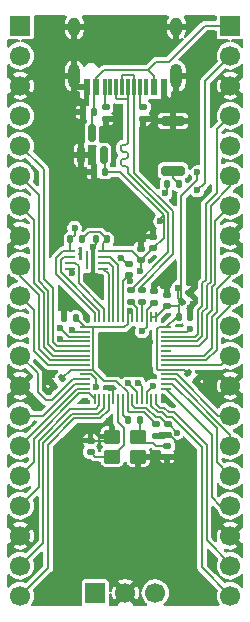
<source format=gbr>
%TF.GenerationSoftware,KiCad,Pcbnew,9.0.6*%
%TF.CreationDate,2026-01-31T02:41:39+05:30*%
%TF.ProjectId,BYH_devboard,4259485f-6465-4766-926f-6172642e6b69,rev?*%
%TF.SameCoordinates,Original*%
%TF.FileFunction,Copper,L1,Top*%
%TF.FilePolarity,Positive*%
%FSLAX46Y46*%
G04 Gerber Fmt 4.6, Leading zero omitted, Abs format (unit mm)*
G04 Created by KiCad (PCBNEW 9.0.6) date 2026-01-31 02:41:39*
%MOMM*%
%LPD*%
G01*
G04 APERTURE LIST*
G04 Aperture macros list*
%AMRoundRect*
0 Rectangle with rounded corners*
0 $1 Rounding radius*
0 $2 $3 $4 $5 $6 $7 $8 $9 X,Y pos of 4 corners*
0 Add a 4 corners polygon primitive as box body*
4,1,4,$2,$3,$4,$5,$6,$7,$8,$9,$2,$3,0*
0 Add four circle primitives for the rounded corners*
1,1,$1+$1,$2,$3*
1,1,$1+$1,$4,$5*
1,1,$1+$1,$6,$7*
1,1,$1+$1,$8,$9*
0 Add four rect primitives between the rounded corners*
20,1,$1+$1,$2,$3,$4,$5,0*
20,1,$1+$1,$4,$5,$6,$7,0*
20,1,$1+$1,$6,$7,$8,$9,0*
20,1,$1+$1,$8,$9,$2,$3,0*%
G04 Aperture macros list end*
%TA.AperFunction,SMDPad,CuDef*%
%ADD10RoundRect,0.140000X-0.170000X0.140000X-0.170000X-0.140000X0.170000X-0.140000X0.170000X0.140000X0*%
%TD*%
%TA.AperFunction,SMDPad,CuDef*%
%ADD11RoundRect,0.050000X-0.387500X-0.050000X0.387500X-0.050000X0.387500X0.050000X-0.387500X0.050000X0*%
%TD*%
%TA.AperFunction,SMDPad,CuDef*%
%ADD12RoundRect,0.050000X-0.050000X-0.387500X0.050000X-0.387500X0.050000X0.387500X-0.050000X0.387500X0*%
%TD*%
%TA.AperFunction,HeatsinkPad*%
%ADD13R,3.200000X3.200000*%
%TD*%
%TA.AperFunction,SMDPad,CuDef*%
%ADD14RoundRect,0.135000X0.135000X0.185000X-0.135000X0.185000X-0.135000X-0.185000X0.135000X-0.185000X0*%
%TD*%
%TA.AperFunction,SMDPad,CuDef*%
%ADD15RoundRect,0.140000X0.040237X-0.216520X0.220218X-0.002028X-0.040237X0.216520X-0.220218X0.002028X0*%
%TD*%
%TA.AperFunction,SMDPad,CuDef*%
%ADD16RoundRect,0.135000X0.185000X-0.135000X0.185000X0.135000X-0.185000X0.135000X-0.185000X-0.135000X0*%
%TD*%
%TA.AperFunction,SMDPad,CuDef*%
%ADD17RoundRect,0.140000X0.140000X0.170000X-0.140000X0.170000X-0.140000X-0.170000X0.140000X-0.170000X0*%
%TD*%
%TA.AperFunction,SMDPad,CuDef*%
%ADD18RoundRect,0.135000X-0.135000X-0.185000X0.135000X-0.185000X0.135000X0.185000X-0.135000X0.185000X0*%
%TD*%
%TA.AperFunction,SMDPad,CuDef*%
%ADD19RoundRect,0.135000X-0.185000X0.135000X-0.185000X-0.135000X0.185000X-0.135000X0.185000X0.135000X0*%
%TD*%
%TA.AperFunction,SMDPad,CuDef*%
%ADD20RoundRect,0.140000X0.170000X-0.140000X0.170000X0.140000X-0.170000X0.140000X-0.170000X-0.140000X0*%
%TD*%
%TA.AperFunction,SMDPad,CuDef*%
%ADD21RoundRect,0.062500X-0.387500X-0.062500X0.387500X-0.062500X0.387500X0.062500X-0.387500X0.062500X0*%
%TD*%
%TA.AperFunction,HeatsinkPad*%
%ADD22R,0.200000X1.600000*%
%TD*%
%TA.AperFunction,SMDPad,CuDef*%
%ADD23RoundRect,0.140000X-0.219203X-0.021213X-0.021213X-0.219203X0.219203X0.021213X0.021213X0.219203X0*%
%TD*%
%TA.AperFunction,SMDPad,CuDef*%
%ADD24RoundRect,0.200000X-0.800000X0.200000X-0.800000X-0.200000X0.800000X-0.200000X0.800000X0.200000X0*%
%TD*%
%TA.AperFunction,ComponentPad*%
%ADD25R,1.700000X1.700000*%
%TD*%
%TA.AperFunction,ComponentPad*%
%ADD26C,1.700000*%
%TD*%
%TA.AperFunction,SMDPad,CuDef*%
%ADD27RoundRect,0.250000X0.450000X0.350000X-0.450000X0.350000X-0.450000X-0.350000X0.450000X-0.350000X0*%
%TD*%
%TA.AperFunction,SMDPad,CuDef*%
%ADD28R,0.600000X1.450000*%
%TD*%
%TA.AperFunction,SMDPad,CuDef*%
%ADD29R,0.300000X1.450000*%
%TD*%
%TA.AperFunction,HeatsinkPad*%
%ADD30O,1.000000X2.100000*%
%TD*%
%TA.AperFunction,HeatsinkPad*%
%ADD31O,1.000000X1.600000*%
%TD*%
%TA.AperFunction,SMDPad,CuDef*%
%ADD32RoundRect,0.140000X-0.021213X0.219203X-0.219203X0.021213X0.021213X-0.219203X0.219203X-0.021213X0*%
%TD*%
%TA.AperFunction,SMDPad,CuDef*%
%ADD33RoundRect,0.150000X0.150000X-0.587500X0.150000X0.587500X-0.150000X0.587500X-0.150000X-0.587500X0*%
%TD*%
%TA.AperFunction,SMDPad,CuDef*%
%ADD34RoundRect,0.140000X-0.140000X-0.170000X0.140000X-0.170000X0.140000X0.170000X-0.140000X0.170000X0*%
%TD*%
%TA.AperFunction,ViaPad*%
%ADD35C,0.600000*%
%TD*%
%TA.AperFunction,Conductor*%
%ADD36C,0.200000*%
%TD*%
G04 APERTURE END LIST*
D10*
%TO.P,C16,1*%
%TO.N,Net-(C16-Pad1)*%
X153570002Y-111430001D03*
%TO.P,C16,2*%
%TO.N,GND*%
X153569998Y-112389999D03*
%TD*%
%TO.P,C9,1*%
%TO.N,+1V1*%
X153590000Y-109590000D03*
%TO.P,C9,2*%
%TO.N,GND*%
X153589996Y-110549998D03*
%TD*%
D11*
%TO.P,U1,1,IOVDD*%
%TO.N,+3V3*%
X146562500Y-101400000D03*
%TO.P,U1,2,GPIO0*%
%TO.N,/0*%
X146562500Y-101800000D03*
%TO.P,U1,3,GPIO1*%
%TO.N,/1*%
X146562500Y-102200000D03*
%TO.P,U1,4,GPIO2*%
%TO.N,/2*%
X146562500Y-102600000D03*
%TO.P,U1,5,GPIO3*%
%TO.N,/3*%
X146562500Y-103000000D03*
%TO.P,U1,6,GPIO4*%
%TO.N,/4*%
X146562500Y-103400000D03*
%TO.P,U1,7,GPIO5*%
%TO.N,/5*%
X146562500Y-103800000D03*
%TO.P,U1,8,GPIO6*%
%TO.N,/6*%
X146562500Y-104200000D03*
%TO.P,U1,9,GPIO7*%
%TO.N,/7*%
X146562500Y-104600000D03*
%TO.P,U1,10,IOVDD*%
%TO.N,+3V3*%
X146562500Y-105000000D03*
%TO.P,U1,11,GPIO8*%
%TO.N,/8*%
X146562500Y-105400000D03*
%TO.P,U1,12,GPIO9*%
%TO.N,/9*%
X146562500Y-105800000D03*
%TO.P,U1,13,GPIO10*%
%TO.N,/10*%
X146562500Y-106200000D03*
%TO.P,U1,14,GPIO11*%
%TO.N,/11*%
X146562500Y-106600000D03*
D12*
%TO.P,U1,15,GPIO12*%
%TO.N,/12*%
X147400000Y-107437500D03*
%TO.P,U1,16,GPIO13*%
%TO.N,/13*%
X147800000Y-107437500D03*
%TO.P,U1,17,GPIO14*%
%TO.N,/14*%
X148200000Y-107437500D03*
%TO.P,U1,18,GPIO15*%
%TO.N,/15*%
X148600000Y-107437500D03*
%TO.P,U1,19,TESTEN*%
%TO.N,GND*%
X149000000Y-107437500D03*
%TO.P,U1,20,XIN*%
%TO.N,/XIN*%
X149400000Y-107437500D03*
%TO.P,U1,21,XOUT*%
%TO.N,/XOUT*%
X149800000Y-107437500D03*
%TO.P,U1,22,IOVDD*%
%TO.N,+3V3*%
X150200000Y-107437500D03*
%TO.P,U1,23,DVDD*%
%TO.N,+1V1*%
X150600000Y-107437500D03*
%TO.P,U1,24,SWCLK*%
%TO.N,/SWCLK*%
X151000000Y-107437500D03*
%TO.P,U1,25,SWD*%
%TO.N,/SWD*%
X151400000Y-107437500D03*
%TO.P,U1,26,RUN*%
%TO.N,/RUN*%
X151800000Y-107437500D03*
%TO.P,U1,27,GPIO16*%
%TO.N,/16*%
X152200000Y-107437500D03*
%TO.P,U1,28,GPIO17*%
%TO.N,/17*%
X152600000Y-107437500D03*
D11*
%TO.P,U1,29,GPIO18*%
%TO.N,/18*%
X153437500Y-106600000D03*
%TO.P,U1,30,GPIO19*%
%TO.N,/19*%
X153437500Y-106200000D03*
%TO.P,U1,31,GPIO20*%
%TO.N,/20*%
X153437500Y-105800000D03*
%TO.P,U1,32,GPIO21*%
%TO.N,/21*%
X153437500Y-105400000D03*
%TO.P,U1,33,IOVDD*%
%TO.N,+3V3*%
X153437500Y-105000000D03*
%TO.P,U1,34,GPIO22*%
%TO.N,/22*%
X153437500Y-104600000D03*
%TO.P,U1,35,GPIO23*%
%TO.N,/23*%
X153437500Y-104200000D03*
%TO.P,U1,36,GPIO24*%
%TO.N,/24*%
X153437500Y-103800000D03*
%TO.P,U1,37,GPIO25*%
%TO.N,unconnected-(U1-GPIO25-Pad37)*%
X153437500Y-103400000D03*
%TO.P,U1,38,GPIO26_ADC0*%
%TO.N,/26*%
X153437500Y-103000000D03*
%TO.P,U1,39,GPIO27_ADC1*%
%TO.N,/27*%
X153437500Y-102600000D03*
%TO.P,U1,40,GPIO28_ADC2*%
%TO.N,/28*%
X153437500Y-102200000D03*
%TO.P,U1,41,GPIO29_ADC3*%
%TO.N,/29*%
X153437500Y-101800000D03*
%TO.P,U1,42,IOVDD*%
%TO.N,+3V3*%
X153437500Y-101400000D03*
D12*
%TO.P,U1,43,ADC_AVDD*%
X152600000Y-100562500D03*
%TO.P,U1,44,VREG_IN*%
X152200000Y-100562500D03*
%TO.P,U1,45,VREG_VOUT*%
%TO.N,+1V1*%
X151800000Y-100562500D03*
%TO.P,U1,46,USB_DM*%
%TO.N,Net-(U1-USB_DM)*%
X151400000Y-100562500D03*
%TO.P,U1,47,USB_DP*%
%TO.N,Net-(U1-USB_DP)*%
X151000000Y-100562500D03*
%TO.P,U1,48,USB_VDD*%
%TO.N,+3V3*%
X150600000Y-100562500D03*
%TO.P,U1,49,IOVDD*%
X150200000Y-100562500D03*
%TO.P,U1,50,DVDD*%
%TO.N,+1V1*%
X149800000Y-100562500D03*
%TO.P,U1,51,QSPI_SD3*%
%TO.N,/SD3*%
X149400000Y-100562500D03*
%TO.P,U1,52,QSPI_SCLK*%
%TO.N,/SCLK*%
X149000000Y-100562500D03*
%TO.P,U1,53,QSPI_SD0*%
%TO.N,/SD0*%
X148600000Y-100562500D03*
%TO.P,U1,54,QSPI_SD2*%
%TO.N,/SD2*%
X148200000Y-100562500D03*
%TO.P,U1,55,QSPI_SD1*%
%TO.N,/SD1*%
X147800000Y-100562500D03*
%TO.P,U1,56,QSPI_SS*%
%TO.N,/SS*%
X147400000Y-100562500D03*
D13*
%TO.P,U1,57,GND*%
%TO.N,GND*%
X150000000Y-104000000D03*
%TD*%
D14*
%TO.P,R5,1*%
%TO.N,Net-(C16-Pad1)*%
X151280000Y-109250000D03*
%TO.P,R5,2*%
%TO.N,/XOUT*%
X150260000Y-109250000D03*
%TD*%
D15*
%TO.P,C17,1*%
%TO.N,+3V3*%
X154802925Y-99255398D03*
%TO.P,C17,2*%
%TO.N,GND*%
X155420001Y-98520000D03*
%TD*%
D14*
%TO.P,R6,1*%
%TO.N,Net-(R6-Pad1)*%
X154530000Y-89270000D03*
%TO.P,R6,2*%
%TO.N,/SS*%
X153510000Y-89270000D03*
%TD*%
D16*
%TO.P,R4,1*%
%TO.N,Net-(U1-USB_DM)*%
X151400000Y-99260000D03*
%TO.P,R4,2*%
%TO.N,/UD-*%
X151400000Y-98240000D03*
%TD*%
D17*
%TO.P,C12,1*%
%TO.N,+3V3*%
X145810000Y-100590002D03*
%TO.P,C12,2*%
%TO.N,GND*%
X144850000Y-100589998D03*
%TD*%
D18*
%TO.P,R7,1*%
%TO.N,/SS*%
X145350000Y-93960000D03*
%TO.P,R7,2*%
%TO.N,+3V3*%
X146370000Y-93960000D03*
%TD*%
D19*
%TO.P,R1,1*%
%TO.N,Net-(J1-CC1)*%
X151540000Y-82760000D03*
%TO.P,R1,2*%
%TO.N,GND*%
X151540000Y-83780000D03*
%TD*%
D20*
%TO.P,C10,1*%
%TO.N,+1V1*%
X150309999Y-97010000D03*
%TO.P,C10,2*%
%TO.N,GND*%
X150310001Y-96050000D03*
%TD*%
D17*
%TO.P,C14,1*%
%TO.N,+3V3*%
X148280000Y-88270002D03*
%TO.P,C14,2*%
%TO.N,GND*%
X147320000Y-88269998D03*
%TD*%
D21*
%TO.P,U3,1,~{CS}*%
%TO.N,/SS*%
X145300000Y-94930000D03*
%TO.P,U3,2,DO/IO_{1}*%
%TO.N,/SD1*%
X145300000Y-95430000D03*
%TO.P,U3,3,~{WP}/IO_{2}*%
%TO.N,/SD2*%
X145300000Y-95930000D03*
%TO.P,U3,4,GND*%
%TO.N,GND*%
X145300000Y-96430000D03*
%TO.P,U3,5,DI/IO_{0}*%
%TO.N,/SD0*%
X148150000Y-96430000D03*
%TO.P,U3,6,CLK*%
%TO.N,/SCLK*%
X148150000Y-95930000D03*
%TO.P,U3,7,~{HOLD}/~{RESET}/IO_{3}*%
%TO.N,/SD3*%
X148150000Y-95430000D03*
%TO.P,U3,8,VCC*%
%TO.N,+3V3*%
X148150000Y-94930000D03*
D22*
%TO.P,U3,9*%
%TO.N,N/C*%
X146725000Y-95680000D03*
%TD*%
D23*
%TO.P,C3,1*%
%TO.N,+3V3*%
X155271178Y-105311180D03*
%TO.P,C3,2*%
%TO.N,GND*%
X155950000Y-105990000D03*
%TD*%
D17*
%TO.P,C5,1*%
%TO.N,+3V3*%
X148460000Y-93969996D03*
%TO.P,C5,2*%
%TO.N,GND*%
X147500000Y-93970000D03*
%TD*%
D24*
%TO.P,SW1,1,1*%
%TO.N,GND*%
X154049999Y-83940001D03*
%TO.P,SW1,2,2*%
%TO.N,Net-(R6-Pad1)*%
X154050001Y-88139999D03*
%TD*%
D10*
%TO.P,C15,1*%
%TO.N,GND*%
X147060002Y-110990001D03*
%TO.P,C15,2*%
%TO.N,/XIN*%
X147059998Y-111949999D03*
%TD*%
D25*
%TO.P,J2,1,Pin_1*%
%TO.N,/0*%
X141110000Y-75870000D03*
D26*
%TO.P,J2,2,Pin_2*%
%TO.N,/1*%
X141110000Y-78410000D03*
%TO.P,J2,3,Pin_3*%
%TO.N,GND*%
X141110000Y-80950000D03*
%TO.P,J2,4,Pin_4*%
%TO.N,/2*%
X141110000Y-83490000D03*
%TO.P,J2,5,Pin_5*%
%TO.N,/3*%
X141110000Y-86030000D03*
%TO.P,J2,6,Pin_6*%
%TO.N,/4*%
X141110000Y-88570000D03*
%TO.P,J2,7,Pin_7*%
%TO.N,/5*%
X141110000Y-91110000D03*
%TO.P,J2,8,Pin_8*%
%TO.N,GND*%
X141110000Y-93650000D03*
%TO.P,J2,9,Pin_9*%
%TO.N,/6*%
X141110000Y-96190000D03*
%TO.P,J2,10,Pin_10*%
%TO.N,/7*%
X141110000Y-98730000D03*
%TO.P,J2,11,Pin_11*%
%TO.N,/8*%
X141110000Y-101270000D03*
%TO.P,J2,12,Pin_12*%
%TO.N,/9*%
X141110000Y-103810000D03*
%TO.P,J2,13,Pin_13*%
%TO.N,GND*%
X141110000Y-106350000D03*
%TO.P,J2,14,Pin_14*%
%TO.N,/10*%
X141110000Y-108890000D03*
%TO.P,J2,15,Pin_15*%
%TO.N,/11*%
X141110000Y-111430000D03*
%TO.P,J2,16,Pin_16*%
%TO.N,/12*%
X141110000Y-113970000D03*
%TO.P,J2,17,Pin_17*%
%TO.N,/13*%
X141110000Y-116510000D03*
%TO.P,J2,18,Pin_18*%
%TO.N,GND*%
X141110000Y-119050000D03*
%TO.P,J2,19,Pin_19*%
%TO.N,/14*%
X141110000Y-121590000D03*
%TO.P,J2,20,Pin_20*%
%TO.N,/15*%
X141110000Y-124130000D03*
%TD*%
D27*
%TO.P,Y1,1,1*%
%TO.N,Net-(C16-Pad1)*%
X151100002Y-110649997D03*
%TO.P,Y1,2,2*%
%TO.N,GND*%
X148899999Y-110650002D03*
%TO.P,Y1,3,3*%
%TO.N,/XIN*%
X148899998Y-112350003D03*
%TO.P,Y1,4,4*%
%TO.N,GND*%
X151100001Y-112349998D03*
%TD*%
D25*
%TO.P,J3,1,Pin_1*%
%TO.N,VBUS*%
X158890000Y-75870000D03*
D26*
%TO.P,J3,2,Pin_2*%
%TO.N,/29*%
X158890000Y-78410000D03*
%TO.P,J3,3,Pin_3*%
%TO.N,GND*%
X158890000Y-80950000D03*
%TO.P,J3,4,Pin_4*%
%TO.N,/28*%
X158890000Y-83490000D03*
%TO.P,J3,5,Pin_5*%
%TO.N,+3V3*%
X158890000Y-86030000D03*
%TO.P,J3,6,Pin_6*%
%TO.N,/27*%
X158890000Y-88570000D03*
%TO.P,J3,7,Pin_7*%
%TO.N,/26*%
X158890000Y-91110000D03*
%TO.P,J3,8,Pin_8*%
%TO.N,GND*%
X158890000Y-93650000D03*
%TO.P,J3,9,Pin_9*%
%TO.N,/24*%
X158890000Y-96190000D03*
%TO.P,J3,10,Pin_10*%
%TO.N,/23*%
X158890000Y-98730000D03*
%TO.P,J3,11,Pin_11*%
%TO.N,/RUN*%
X158890000Y-101270000D03*
%TO.P,J3,12,Pin_12*%
%TO.N,/22*%
X158890000Y-103810000D03*
%TO.P,J3,13,Pin_13*%
%TO.N,GND*%
X158890000Y-106350000D03*
%TO.P,J3,14,Pin_14*%
%TO.N,/21*%
X158890000Y-108890000D03*
%TO.P,J3,15,Pin_15*%
%TO.N,/20*%
X158890000Y-111430000D03*
%TO.P,J3,16,Pin_16*%
%TO.N,/19*%
X158890000Y-113970000D03*
%TO.P,J3,17,Pin_17*%
%TO.N,/18*%
X158890000Y-116510000D03*
%TO.P,J3,18,Pin_18*%
%TO.N,GND*%
X158890000Y-119050000D03*
%TO.P,J3,19,Pin_19*%
%TO.N,/17*%
X158890000Y-121590000D03*
%TO.P,J3,20,Pin_20*%
%TO.N,/16*%
X158890000Y-124130000D03*
%TD*%
D25*
%TO.P,J4,1,Pin_1*%
%TO.N,/SWCLK*%
X147460000Y-123890000D03*
D26*
%TO.P,J4,2,Pin_2*%
%TO.N,GND*%
X150000001Y-123890000D03*
%TO.P,J4,3,Pin_3*%
%TO.N,/SWD*%
X152540002Y-123889999D03*
%TD*%
D17*
%TO.P,C13,1*%
%TO.N,VBUS*%
X147360000Y-83190002D03*
%TO.P,C13,2*%
%TO.N,GND*%
X146400000Y-83189998D03*
%TD*%
D28*
%TO.P,J1,A1,GND*%
%TO.N,GND*%
X153249999Y-81045002D03*
%TO.P,J1,A4,VBUS*%
%TO.N,VBUS*%
X152450001Y-81045002D03*
D29*
%TO.P,J1,A5,CC1*%
%TO.N,Net-(J1-CC1)*%
X151250000Y-81045000D03*
%TO.P,J1,A6,D+*%
%TO.N,/UD+*%
X150250002Y-81045001D03*
%TO.P,J1,A7,D-*%
%TO.N,/UD-*%
X149750003Y-81044998D03*
%TO.P,J1,A8*%
%TO.N,N/C*%
X148750000Y-81045000D03*
D28*
%TO.P,J1,A9,VBUS*%
%TO.N,VBUS*%
X147550002Y-81044999D03*
%TO.P,J1,A12,GND*%
%TO.N,GND*%
X146749995Y-81045000D03*
%TO.P,J1,B1,GND*%
X146749995Y-81045000D03*
%TO.P,J1,B4,VBUS*%
%TO.N,VBUS*%
X147550002Y-81044999D03*
D29*
%TO.P,J1,B5,CC2*%
%TO.N,Net-(J1-CC2)*%
X148249998Y-81045002D03*
%TO.P,J1,B6,D+*%
%TO.N,/UD+*%
X149250001Y-81044999D03*
%TO.P,J1,B7,D-*%
%TO.N,/UD-*%
X150750001Y-81044999D03*
%TO.P,J1,B8*%
%TO.N,N/C*%
X151749997Y-81045001D03*
D28*
%TO.P,J1,B9,VBUS*%
%TO.N,VBUS*%
X152450001Y-81045002D03*
%TO.P,J1,B12,GND*%
%TO.N,GND*%
X153249999Y-81045002D03*
D30*
%TO.P,J1,S1,SHIELD*%
X154320002Y-80130001D03*
D31*
X154320000Y-75950000D03*
D30*
X145680002Y-80130001D03*
D31*
X145680000Y-75950000D03*
%TD*%
D20*
%TO.P,C11,1*%
%TO.N,+1V1*%
X152420000Y-99310000D03*
%TO.P,C11,2*%
%TO.N,GND*%
X152420002Y-98350000D03*
%TD*%
D16*
%TO.P,R3,1*%
%TO.N,Net-(U1-USB_DP)*%
X150460000Y-99260000D03*
%TO.P,R3,2*%
%TO.N,/UD+*%
X150460000Y-98240000D03*
%TD*%
D20*
%TO.P,C1,1*%
%TO.N,+3V3*%
X153530000Y-99610000D03*
%TO.P,C1,2*%
%TO.N,GND*%
X153529998Y-98650006D03*
%TD*%
%TO.P,C8,1*%
%TO.N,+3V3*%
X151330001Y-95700000D03*
%TO.P,C8,2*%
%TO.N,GND*%
X151330003Y-94740000D03*
%TD*%
D10*
%TO.P,C4,1*%
%TO.N,+3V3*%
X152609998Y-109610000D03*
%TO.P,C4,2*%
%TO.N,GND*%
X152610000Y-110570000D03*
%TD*%
D32*
%TO.P,C6,1*%
%TO.N,+3V3*%
X144669412Y-105700591D03*
%TO.P,C6,2*%
%TO.N,GND*%
X143990588Y-106379409D03*
%TD*%
D20*
%TO.P,C7,1*%
%TO.N,+3V3*%
X152370000Y-94680000D03*
%TO.P,C7,2*%
%TO.N,GND*%
X152370002Y-93720000D03*
%TD*%
D33*
%TO.P,U2,1,GND*%
%TO.N,GND*%
X146259998Y-86804990D03*
%TO.P,U2,2,VO*%
%TO.N,+3V3*%
X148159999Y-86804999D03*
%TO.P,U2,3,VI*%
%TO.N,VBUS*%
X147210000Y-84930000D03*
%TD*%
D34*
%TO.P,C2,1*%
%TO.N,+3V3*%
X154510000Y-100490000D03*
%TO.P,C2,2*%
%TO.N,GND*%
X155470000Y-100490000D03*
%TD*%
D19*
%TO.P,R2,1*%
%TO.N,Net-(J1-CC2)*%
X148350000Y-82770000D03*
%TO.P,R2,2*%
%TO.N,GND*%
X148350000Y-83790000D03*
%TD*%
D35*
%TO.N,GND*%
X154950000Y-112190000D03*
X157210000Y-106710000D03*
%TO.N,+1V1*%
X154393957Y-110318738D03*
%TO.N,/RUN*%
X152340000Y-106370000D03*
%TO.N,GND*%
X155610000Y-91390000D03*
X156470000Y-105280000D03*
%TO.N,+1V1*%
X150362785Y-97470000D03*
%TO.N,GND*%
X148240000Y-117240000D03*
X145610000Y-116160000D03*
X148630000Y-109350000D03*
X147230000Y-86370000D03*
X148320000Y-85350000D03*
X152060000Y-104970000D03*
X152040000Y-103650000D03*
X152080000Y-102630000D03*
X150230000Y-102070000D03*
X148060000Y-102430000D03*
X148050000Y-104540000D03*
X150000000Y-104000000D03*
X150000000Y-104000000D03*
X143410000Y-105490000D03*
%TO.N,+1V1*%
X151410000Y-101750000D03*
%TO.N,GND*%
X155510000Y-99760000D03*
X149670000Y-95560000D03*
X151100000Y-93730000D03*
X153105735Y-97494265D03*
X154210000Y-82630000D03*
X145420000Y-99420000D03*
%TO.N,+3V3*%
X150400000Y-100048527D03*
X154500000Y-98040000D03*
X156110000Y-88270000D03*
X152970000Y-92430000D03*
X151225735Y-96625735D03*
%TO.N,GND*%
X147254329Y-94623725D03*
X145460000Y-96812472D03*
%TO.N,/0*%
X145463897Y-101596103D03*
%TO.N,/8*%
X147497838Y-106498624D03*
%TO.N,/2*%
X144500000Y-102400000D03*
%TO.N,/1*%
X144510000Y-101490735D03*
%TO.N,/29*%
X155460000Y-101560000D03*
X156089265Y-89809265D03*
%TO.N,/SWD*%
X151097058Y-106099999D03*
%TO.N,/SWCLK*%
X150248529Y-106100000D03*
%TO.N,/SS*%
X153355984Y-90064018D03*
X145710000Y-93000000D03*
%TO.N,GND*%
X148761865Y-106511476D03*
%TD*%
D36*
%TO.N,GND*%
X153589996Y-110549998D02*
X153775274Y-110549998D01*
X153775274Y-110549998D02*
X154950000Y-111724724D01*
X154950000Y-111724724D02*
X154950000Y-112190000D01*
%TO.N,/SWD*%
X151097058Y-106099999D02*
X151400000Y-106402941D01*
X151400000Y-106402941D02*
X151400000Y-107437500D01*
%TO.N,/SWCLK*%
X151000000Y-107437500D02*
X151000000Y-106851471D01*
X151000000Y-106851471D02*
X150248529Y-106100000D01*
%TO.N,+1V1*%
X153590000Y-109590000D02*
X153665219Y-109590000D01*
X153665219Y-109590000D02*
X154393957Y-110318738D01*
%TO.N,+3V3*%
X147300000Y-104999943D02*
X147309943Y-104999943D01*
X147309943Y-104999943D02*
X148220000Y-105910000D01*
X148220000Y-105910000D02*
X149210000Y-105910000D01*
X149210000Y-105910000D02*
X150200000Y-106900000D01*
X150200000Y-106900000D02*
X150200000Y-107437500D01*
%TO.N,/29*%
X156089265Y-89809265D02*
X156750000Y-89148530D01*
X156750000Y-89148530D02*
X156750000Y-80550000D01*
X156750000Y-80550000D02*
X158890000Y-78410000D01*
%TO.N,+3V3*%
X154756583Y-90293417D02*
X154756583Y-99209056D01*
X154756583Y-99209056D02*
X154802925Y-99255398D01*
X156110000Y-88270000D02*
X156110000Y-88940000D01*
X156110000Y-88940000D02*
X154756583Y-90293417D01*
%TO.N,+1V1*%
X150309999Y-97417214D02*
X150362785Y-97470000D01*
X150309999Y-97010000D02*
X150309999Y-97417214D01*
X151800000Y-100562500D02*
X151800000Y-99930000D01*
X151800000Y-99930000D02*
X152420000Y-99310000D01*
X151800000Y-101360000D02*
X151800000Y-100562500D01*
%TO.N,/28*%
X158890000Y-83490000D02*
X157739000Y-84641000D01*
X157739000Y-84641000D02*
X157739000Y-90043900D01*
X156126000Y-101966900D02*
X155892900Y-102200000D01*
X156818000Y-97362000D02*
X156535800Y-97644200D01*
X156535800Y-97644200D02*
X156535800Y-99564200D01*
X157739000Y-90043900D02*
X156818000Y-90964900D01*
X155892900Y-102200000D02*
X153437500Y-102200000D01*
X156818000Y-90964900D02*
X156818000Y-97362000D01*
X156535800Y-99564200D02*
X156126000Y-99974000D01*
X156126000Y-99974000D02*
X156126000Y-101966900D01*
%TO.N,/27*%
X158890000Y-89460000D02*
X157219000Y-91131000D01*
X157219000Y-91131000D02*
X157219000Y-97551000D01*
X158890000Y-88570000D02*
X158890000Y-89460000D01*
X156527000Y-100143000D02*
X156527000Y-102133000D01*
X156937000Y-97833000D02*
X156937000Y-99733000D01*
X156527000Y-102133000D02*
X156060000Y-102600000D01*
X157219000Y-97551000D02*
X156937000Y-97833000D01*
X156937000Y-99733000D02*
X156527000Y-100143000D01*
X156060000Y-102600000D02*
X153437500Y-102600000D01*
%TO.N,/26*%
X158890000Y-91110000D02*
X157620000Y-92380000D01*
X157620000Y-92380000D02*
X157620000Y-97722900D01*
X157338000Y-98004900D02*
X157338000Y-99944900D01*
X157338000Y-99944900D02*
X156928000Y-100354900D01*
X157620000Y-97722900D02*
X157338000Y-98004900D01*
X156240000Y-103000000D02*
X153437500Y-103000000D01*
X156928000Y-100354900D02*
X156928000Y-102312000D01*
X156928000Y-102312000D02*
X156240000Y-103000000D01*
%TO.N,/24*%
X158890000Y-96190000D02*
X158890000Y-97020000D01*
X158890000Y-97020000D02*
X157739000Y-98171000D01*
X157739000Y-98171000D02*
X157739000Y-100111000D01*
X157329000Y-100521000D02*
X157329000Y-103143900D01*
X157739000Y-100111000D02*
X157329000Y-100521000D01*
X157329000Y-103143900D02*
X156672900Y-103800000D01*
X156672900Y-103800000D02*
X153437500Y-103800000D01*
%TO.N,/23*%
X153437500Y-104200000D02*
X156840000Y-104200000D01*
X156840000Y-104200000D02*
X157730000Y-103310000D01*
X157730000Y-103310000D02*
X157730000Y-100730000D01*
X157730000Y-100730000D02*
X158890000Y-99570000D01*
X158890000Y-99570000D02*
X158890000Y-98730000D01*
%TO.N,GND*%
X145610000Y-116400000D02*
X145610000Y-116160000D01*
X146380000Y-117170000D02*
X145610000Y-116400000D01*
X148240000Y-117240000D02*
X148170000Y-117170000D01*
X148170000Y-117170000D02*
X146380000Y-117170000D01*
%TO.N,/16*%
X153950000Y-109000000D02*
X153517100Y-109000000D01*
X156490000Y-121730000D02*
X156490000Y-111540000D01*
X156490000Y-111540000D02*
X153950000Y-109000000D01*
X153517100Y-109000000D02*
X153132551Y-108615451D01*
X158890000Y-124130000D02*
X156490000Y-121730000D01*
X153132551Y-108615451D02*
X152749649Y-108615451D01*
X152749649Y-108615451D02*
X152200000Y-108065802D01*
X152200000Y-108065802D02*
X152200000Y-107437500D01*
%TO.N,/17*%
X158890000Y-121590000D02*
X158890000Y-121420000D01*
X156900000Y-111382900D02*
X154116100Y-108599000D01*
X158890000Y-121420000D02*
X156900000Y-119430000D01*
X156900000Y-119430000D02*
X156900000Y-111382900D01*
X154116100Y-108599000D02*
X153683200Y-108599000D01*
X153683200Y-108599000D02*
X153293551Y-108209351D01*
X153293551Y-108209351D02*
X152910649Y-108209351D01*
X152910649Y-108209351D02*
X152600000Y-107898702D01*
X152600000Y-107898702D02*
X152600000Y-107437500D01*
%TO.N,/18*%
X158890000Y-116510000D02*
X158050000Y-116510000D01*
X157330000Y-115790000D02*
X157330000Y-110492500D01*
X158050000Y-116510000D02*
X157330000Y-115790000D01*
X157330000Y-110492500D02*
X153437500Y-106600000D01*
%TO.N,/19*%
X156390000Y-108617226D02*
X156051387Y-108278613D01*
X157739000Y-109933860D02*
X156083753Y-108278613D01*
X158890000Y-113970000D02*
X157739000Y-112819000D01*
X156083753Y-108278613D02*
X156051387Y-108278613D01*
X157739000Y-112819000D02*
X157739000Y-109933860D01*
X156051387Y-108278613D02*
X153972774Y-106200000D01*
X153972774Y-106200000D02*
X153437500Y-106200000D01*
%TO.N,+3V3*%
X153437500Y-101400000D02*
X152830000Y-101400000D01*
X152780000Y-105000000D02*
X153437500Y-105000000D01*
X152830000Y-101400000D02*
X152690000Y-101540000D01*
X152690000Y-101540000D02*
X152690000Y-104910000D01*
X152690000Y-104910000D02*
X152780000Y-105000000D01*
%TO.N,GND*%
X143990588Y-106070588D02*
X143410000Y-105490000D01*
X143990588Y-106379409D02*
X143990588Y-106070588D01*
%TO.N,+1V1*%
X151800000Y-101360000D02*
X151410000Y-101750000D01*
%TO.N,+3V3*%
X152200000Y-100562500D02*
X152600000Y-100562500D01*
%TO.N,GND*%
X155470000Y-99800000D02*
X155510000Y-99760000D01*
X155470000Y-100490000D02*
X155470000Y-99800000D01*
%TO.N,/9*%
X145592900Y-105800000D02*
X143822900Y-107570000D01*
X142580000Y-106900000D02*
X142580000Y-105280000D01*
X143822900Y-107570000D02*
X143250000Y-107570000D01*
X143250000Y-107570000D02*
X142580000Y-106900000D01*
X146562500Y-105800000D02*
X145592900Y-105800000D01*
X142580000Y-105280000D02*
X141110000Y-103810000D01*
%TO.N,GND*%
X150160000Y-96050000D02*
X149670000Y-95560000D01*
X150310001Y-96050000D02*
X150160000Y-96050000D01*
X152370002Y-93720000D02*
X151110000Y-93720000D01*
X151110000Y-93720000D02*
X151100000Y-93730000D01*
X151330003Y-93960003D02*
X151100000Y-93730000D01*
X151330003Y-94740000D02*
X151330003Y-93960003D01*
X153529998Y-98650006D02*
X153529998Y-97918528D01*
X153529998Y-97918528D02*
X153105735Y-97494265D01*
X152420002Y-98179998D02*
X153105735Y-97494265D01*
X152420002Y-98350000D02*
X152420002Y-98179998D01*
X153249999Y-81669999D02*
X154210000Y-82630000D01*
X153249999Y-81045002D02*
X153249999Y-81669999D01*
X144850000Y-99990000D02*
X145420000Y-99420000D01*
X144850000Y-100589998D02*
X144850000Y-99990000D01*
X152610000Y-110570000D02*
X153569994Y-110570000D01*
X153569994Y-110570000D02*
X153589996Y-110549998D01*
X151100001Y-112349998D02*
X151100001Y-111909999D01*
%TO.N,Net-(C16-Pad1)*%
X151100002Y-110649997D02*
X151650005Y-111200000D01*
X151650005Y-111200000D02*
X152390001Y-111200000D01*
X152390001Y-111200000D02*
X152620002Y-111430001D01*
X152620002Y-111430001D02*
X153570002Y-111430001D01*
X153570002Y-111430001D02*
X153470002Y-111330001D01*
%TO.N,GND*%
X153569998Y-112389999D02*
X153469998Y-112289999D01*
%TO.N,+3V3*%
X152609998Y-109610000D02*
X151609998Y-108610000D01*
X151609998Y-108610000D02*
X150320000Y-108610000D01*
X150320000Y-108610000D02*
X150200000Y-108490000D01*
X150200000Y-108490000D02*
X150200000Y-107437500D01*
%TO.N,/21*%
X158890000Y-108890000D02*
X157830000Y-108890000D01*
X157830000Y-108890000D02*
X154340000Y-105400000D01*
X154340000Y-105400000D02*
X153437500Y-105400000D01*
%TO.N,+3V3*%
X150200000Y-100562500D02*
X150200000Y-100248527D01*
X152970000Y-92430000D02*
X152970000Y-92196763D01*
X147299943Y-105000000D02*
X147300000Y-104999943D01*
X150200000Y-100248527D02*
X150400000Y-100048527D01*
X151330001Y-96521469D02*
X151225735Y-96625735D01*
X148150000Y-94930000D02*
X148150000Y-94290000D01*
X153437500Y-105000000D02*
X154959998Y-105000000D01*
X150200000Y-101097774D02*
X150200000Y-100562500D01*
X154347500Y-100490000D02*
X153437500Y-101400000D01*
X154500000Y-98952473D02*
X154500000Y-98040000D01*
X145820000Y-100657500D02*
X146562500Y-101400000D01*
X146562500Y-105000000D02*
X145370003Y-105000000D01*
X151330001Y-95700000D02*
X151330001Y-96521469D01*
X152370000Y-94680000D02*
X153238000Y-93812000D01*
X145810000Y-100590002D02*
X145820000Y-100600002D01*
X154510000Y-100490000D02*
X154347500Y-100490000D01*
X148290000Y-88260002D02*
X148280000Y-88270002D01*
X147300000Y-104999943D02*
X147300000Y-101400000D01*
X150600000Y-100248527D02*
X150400000Y-100048527D01*
X146562500Y-105000000D02*
X147299943Y-105000000D01*
X146370000Y-93960000D02*
X146971000Y-93359000D01*
X153238000Y-93812000D02*
X153238000Y-91928763D01*
X145370003Y-105000000D02*
X144669412Y-105700591D01*
X148280000Y-86925000D02*
X148159999Y-86804999D01*
X153238000Y-91928763D02*
X149569239Y-88260002D01*
X148150000Y-94290000D02*
X148460000Y-93980000D01*
X146971000Y-93359000D02*
X147849004Y-93359000D01*
X154448323Y-99610000D02*
X154802925Y-99255398D01*
X147849004Y-93359000D02*
X148460000Y-93969996D01*
X150600000Y-100562500D02*
X150600000Y-100248527D01*
X151350000Y-95700000D02*
X152370000Y-94680000D01*
X154802925Y-99255398D02*
X154500000Y-98952473D01*
X151330001Y-95700000D02*
X150560001Y-94930000D01*
X154510000Y-99548323D02*
X154802925Y-99255398D01*
X154959998Y-105000000D02*
X155271178Y-105311180D01*
X149569239Y-88260002D02*
X148290000Y-88260002D01*
X152970000Y-92196763D02*
X153238000Y-91928763D01*
X150560001Y-94930000D02*
X148150000Y-94930000D01*
X154510000Y-100490000D02*
X154510000Y-99548323D01*
X149897774Y-101400000D02*
X150200000Y-101097774D01*
X145820000Y-100600002D02*
X145820000Y-100657500D01*
X152600000Y-100562500D02*
X152600000Y-100540000D01*
X146562500Y-101400000D02*
X149897774Y-101400000D01*
X153530000Y-99610000D02*
X154448323Y-99610000D01*
X148280000Y-88270002D02*
X148280000Y-86925000D01*
X152600000Y-100540000D02*
X153530000Y-99610000D01*
%TO.N,GND*%
X147060002Y-110990001D02*
X148560000Y-110990001D01*
X147500000Y-93970000D02*
X147500000Y-94378054D01*
X145300000Y-96430000D02*
X145300000Y-96652472D01*
X145300000Y-96652472D02*
X145460000Y-96812472D01*
X147500000Y-94378054D02*
X147254329Y-94623725D01*
X148560000Y-110990001D02*
X148899999Y-110650002D01*
%TO.N,+1V1*%
X149800000Y-100562500D02*
X149800000Y-97519999D01*
X153540000Y-109590000D02*
X152966451Y-109016451D01*
X152583549Y-109016451D02*
X151776098Y-108209000D01*
X153590000Y-109590000D02*
X153540000Y-109590000D01*
X150600000Y-107437500D02*
X150600000Y-107972774D01*
X150836226Y-108209000D02*
X151776098Y-108209000D01*
X153517450Y-109567450D02*
X153527450Y-109567450D01*
X150600000Y-107972774D02*
X150836226Y-108209000D01*
X149800000Y-97519999D02*
X150309999Y-97010000D01*
X152966451Y-109016451D02*
X152583549Y-109016451D01*
%TO.N,/XIN*%
X148899998Y-112350003D02*
X147460002Y-112350003D01*
X147460002Y-112350003D02*
X147059998Y-111949999D01*
%TO.N,Net-(C16-Pad1)*%
X151280000Y-109250000D02*
X151280000Y-110469999D01*
X151280000Y-110469999D02*
X151100002Y-110649997D01*
%TO.N,Net-(J1-CC2)*%
X148350000Y-82770000D02*
X148249998Y-82669998D01*
X148249998Y-82669998D02*
X148249998Y-81045002D01*
%TO.N,/UD+*%
X149250001Y-82021996D02*
X149299003Y-82070998D01*
X149250001Y-81044999D02*
X149250001Y-82021996D01*
X150010002Y-87749914D02*
X149846180Y-87749914D01*
X150201003Y-82070998D02*
X150250002Y-82021999D01*
X150010002Y-86549914D02*
X149846180Y-86549914D01*
X149606180Y-87509914D02*
X149606180Y-87389914D01*
X150250002Y-82021999D02*
X150250002Y-81045001D01*
X150250002Y-84693855D02*
X150250002Y-82021999D01*
X150250002Y-85589914D02*
X150250002Y-84739288D01*
X150460000Y-98240000D02*
X153639000Y-95061000D01*
X150250002Y-88373665D02*
X150250002Y-87989914D01*
X149846180Y-85949914D02*
X150010002Y-85949914D01*
X149606180Y-86309914D02*
X149606180Y-86189914D01*
X150250002Y-84709288D02*
X150250002Y-84693855D01*
X150250002Y-84739288D02*
X150250002Y-84709288D01*
X150250002Y-85709914D02*
X150250002Y-85589914D01*
X149846180Y-87149914D02*
X150010002Y-87149914D01*
X153639000Y-95061000D02*
X153639000Y-91762663D01*
X153639000Y-91762663D02*
X150250002Y-88373665D01*
X149299003Y-82070998D02*
X150201003Y-82070998D01*
X150250002Y-86909914D02*
X150250002Y-86789914D01*
X150010002Y-87149914D02*
G75*
G03*
X150250014Y-86909914I-2J240014D01*
G01*
X150250002Y-87989914D02*
G75*
G03*
X150010002Y-87749898I-240002J14D01*
G01*
X149846180Y-87749914D02*
G75*
G02*
X149606186Y-87509914I20J240014D01*
G01*
X149606180Y-87389914D02*
G75*
G02*
X149846180Y-87149880I240020J14D01*
G01*
X149846180Y-86549914D02*
G75*
G02*
X149606186Y-86309914I20J240014D01*
G01*
X150250002Y-86789914D02*
G75*
G03*
X150010002Y-86549898I-240002J14D01*
G01*
X149606180Y-86189914D02*
G75*
G02*
X149846180Y-85949880I240020J14D01*
G01*
X150010002Y-85949914D02*
G75*
G03*
X150250014Y-85709914I-2J240014D01*
G01*
%TO.N,/UD-*%
X150750001Y-80068000D02*
X150750001Y-81044999D01*
X149750003Y-81044998D02*
X149750003Y-80068000D01*
X149799002Y-80019001D02*
X150701002Y-80019001D01*
X150701002Y-80019001D02*
X150750001Y-80068000D01*
X154040000Y-91596563D02*
X150750001Y-88306564D01*
X154040000Y-95227100D02*
X154040000Y-91596563D01*
X150750001Y-88306564D02*
X150750001Y-81044999D01*
X151213550Y-98053550D02*
X154040000Y-95227100D01*
X151400000Y-98240000D02*
X151213550Y-98053550D01*
X149750003Y-80068000D02*
X149799002Y-80019001D01*
%TO.N,Net-(J1-CC1)*%
X151250000Y-82470000D02*
X151250000Y-81045000D01*
X151540000Y-82760000D02*
X151250000Y-82470000D01*
%TO.N,/14*%
X143072000Y-119628000D02*
X141110000Y-121590000D01*
X147690000Y-108720000D02*
X145521300Y-108720000D01*
X148200000Y-108210000D02*
X147690000Y-108720000D01*
X148200000Y-107437500D02*
X148200000Y-108210000D01*
X143072000Y-111169300D02*
X143072000Y-119628000D01*
X145521300Y-108720000D02*
X143072000Y-111169300D01*
%TO.N,/0*%
X146562500Y-101800000D02*
X145667794Y-101800000D01*
X145667794Y-101800000D02*
X145463897Y-101596103D01*
%TO.N,/8*%
X147100000Y-105400000D02*
X146562500Y-105400000D01*
X147497838Y-106498624D02*
X147497838Y-105797838D01*
X147497838Y-105797838D02*
X147100000Y-105400000D01*
%TO.N,/5*%
X142300000Y-97670000D02*
X142300000Y-92300000D01*
X143090000Y-103040000D02*
X143090000Y-98460000D01*
X146562500Y-103800000D02*
X143850000Y-103800000D01*
X142300000Y-92300000D02*
X141110000Y-91110000D01*
X143090000Y-98460000D02*
X142300000Y-97670000D01*
X143850000Y-103800000D02*
X143090000Y-103040000D01*
%TO.N,/4*%
X142700000Y-97490000D02*
X142700000Y-96312000D01*
X146562500Y-103400000D02*
X144040000Y-103400000D01*
X142700000Y-96312000D02*
X142701000Y-96311000D01*
X143500000Y-102860000D02*
X143500000Y-98290000D01*
X144040000Y-103400000D02*
X143500000Y-102860000D01*
X143500000Y-98290000D02*
X142700000Y-97490000D01*
X142701000Y-90161000D02*
X141110000Y-88570000D01*
X142701000Y-96311000D02*
X142701000Y-90161000D01*
%TO.N,/6*%
X141110000Y-97080000D02*
X141110000Y-96190000D01*
X143670000Y-104200000D02*
X142680000Y-103210000D01*
X142680000Y-103210000D02*
X142680000Y-98650000D01*
X146562500Y-104200000D02*
X143670000Y-104200000D01*
X142680000Y-98650000D02*
X141110000Y-97080000D01*
%TO.N,/7*%
X142280000Y-103380000D02*
X142280000Y-99900000D01*
X142280000Y-99900000D02*
X141110000Y-98730000D01*
X146562500Y-104600000D02*
X143500000Y-104600000D01*
X143500000Y-104600000D02*
X142280000Y-103380000D01*
%TO.N,/3*%
X143120000Y-97320000D02*
X143120000Y-88040000D01*
X144220000Y-103000000D02*
X143900000Y-102680000D01*
X146562500Y-103000000D02*
X144220000Y-103000000D01*
X143900000Y-102680000D02*
X143900000Y-98100000D01*
X143120000Y-88040000D02*
X141110000Y-86030000D01*
X143900000Y-98100000D02*
X143120000Y-97320000D01*
%TO.N,/10*%
X146562500Y-106200000D02*
X145760000Y-106200000D01*
X143070000Y-108890000D02*
X141110000Y-108890000D01*
X145760000Y-106200000D02*
X143070000Y-108890000D01*
%TO.N,/13*%
X147800000Y-107437500D02*
X147800000Y-108020000D01*
X145354200Y-108320000D02*
X142671000Y-111003200D01*
X147500000Y-108320000D02*
X145354200Y-108320000D01*
X142671000Y-114949000D02*
X141110000Y-116510000D01*
X147800000Y-108020000D02*
X147500000Y-108320000D01*
X142671000Y-111003200D02*
X142671000Y-114949000D01*
%TO.N,/11*%
X145940000Y-106600000D02*
X141110000Y-111430000D01*
X146562500Y-106600000D02*
X145940000Y-106600000D01*
%TO.N,/2*%
X144860000Y-102600000D02*
X146562500Y-102600000D01*
X144700000Y-102600000D02*
X144500000Y-102400000D01*
X144860000Y-102600000D02*
X144700000Y-102600000D01*
%TO.N,/12*%
X147400000Y-107437500D02*
X146963500Y-107001000D01*
X142270000Y-112810000D02*
X141110000Y-113970000D01*
X146106100Y-107001000D02*
X142270000Y-110837100D01*
X146963500Y-107001000D02*
X146106100Y-107001000D01*
X142270000Y-110837100D02*
X142270000Y-112810000D01*
%TO.N,/1*%
X145788530Y-102200000D02*
X145219265Y-102200000D01*
X145219265Y-102200000D02*
X144510000Y-101490735D01*
X146562500Y-102200000D02*
X145788530Y-102200000D01*
%TO.N,/20*%
X153437500Y-105800000D02*
X154172240Y-105800000D01*
X158890000Y-110517760D02*
X158890000Y-111430000D01*
X154172240Y-105800000D02*
X158890000Y-110517760D01*
%TO.N,/29*%
X153437500Y-101800000D02*
X155220000Y-101800000D01*
X155220000Y-101800000D02*
X155460000Y-101560000D01*
%TO.N,VBUS*%
X147360000Y-81235001D02*
X147550002Y-81044999D01*
X147210000Y-83340002D02*
X147360000Y-83190002D01*
X147210000Y-84930000D02*
X147210000Y-83340002D01*
X152609993Y-78924001D02*
X151951993Y-79582001D01*
X148199999Y-79618001D02*
X151951993Y-79618001D01*
X147550002Y-80267998D02*
X148199999Y-79618001D01*
X152450001Y-80116009D02*
X152450001Y-81045002D01*
X147360000Y-83190002D02*
X147360000Y-81235001D01*
X158890000Y-75870000D02*
X156720000Y-75870000D01*
X151951993Y-79582001D02*
X151951993Y-79618001D01*
X147550002Y-81044999D02*
X147550002Y-80267998D01*
X151951993Y-79618001D02*
X152450001Y-80116009D01*
X153665999Y-78924001D02*
X152609993Y-78924001D01*
X156720000Y-75870000D02*
X153665999Y-78924001D01*
%TO.N,/22*%
X158890000Y-103810000D02*
X158100000Y-104600000D01*
X158100000Y-104600000D02*
X153437500Y-104600000D01*
%TO.N,Net-(U1-USB_DP)*%
X151000000Y-99800000D02*
X151000000Y-100562500D01*
X150460000Y-99260000D02*
X151000000Y-99800000D01*
%TO.N,Net-(U1-USB_DM)*%
X151400000Y-99260000D02*
X151400000Y-100562500D01*
%TO.N,Net-(R6-Pad1)*%
X154050001Y-88790001D02*
X154530000Y-89270000D01*
X154050001Y-88139999D02*
X154050001Y-88790001D01*
%TO.N,/SS*%
X145710000Y-93000000D02*
X145710000Y-93600000D01*
X153510000Y-89270000D02*
X153510000Y-89910002D01*
X144148000Y-95549102D02*
X144148000Y-96928000D01*
X145300000Y-94930000D02*
X144767102Y-94930000D01*
X145710000Y-93600000D02*
X145350000Y-93960000D01*
X147400000Y-100180000D02*
X147400000Y-100562500D01*
X144148000Y-96928000D02*
X147400000Y-100180000D01*
X144767102Y-94930000D02*
X144148000Y-95549102D01*
X145350000Y-93960000D02*
X145350000Y-94880000D01*
X153510000Y-89910002D02*
X153355984Y-90064018D01*
X145350000Y-94880000D02*
X145300000Y-94930000D01*
%TO.N,/SD3*%
X148150000Y-95430000D02*
X148682898Y-95430000D01*
X148682898Y-95430000D02*
X149400000Y-96147102D01*
X149400000Y-96147102D02*
X149400000Y-100562500D01*
%TO.N,/SD0*%
X148600000Y-96880000D02*
X148600000Y-100562500D01*
X148150000Y-96430000D02*
X148600000Y-96880000D01*
%TO.N,/SD1*%
X145300000Y-95430000D02*
X144834202Y-95430000D01*
X144834202Y-95430000D02*
X144549000Y-95715202D01*
X147800000Y-100001000D02*
X147800000Y-100562500D01*
X144549000Y-95715202D02*
X144549000Y-96750000D01*
X144549000Y-96750000D02*
X147800000Y-100001000D01*
%TO.N,/SCLK*%
X148615798Y-95930000D02*
X149000000Y-96314202D01*
X149000000Y-96314202D02*
X149000000Y-100562500D01*
X148150000Y-95930000D02*
X148615798Y-95930000D01*
%TO.N,/SD2*%
X146060000Y-96224202D02*
X146060000Y-97690000D01*
X145765798Y-95930000D02*
X146060000Y-96224202D01*
X146060000Y-97690000D02*
X148200000Y-99830000D01*
X148200000Y-99830000D02*
X148200000Y-100562500D01*
X145300000Y-95930000D02*
X145765798Y-95930000D01*
%TO.N,GND*%
X149000000Y-107437500D02*
X149000000Y-106749611D01*
X149000000Y-106749611D02*
X148761865Y-106511476D01*
%TO.N,/XOUT*%
X149800000Y-107437500D02*
X149800000Y-108790000D01*
X149800000Y-108790000D02*
X150260000Y-109250000D01*
%TO.N,/XIN*%
X149400000Y-107437500D02*
X149400000Y-109460000D01*
X149400000Y-109460000D02*
X149900999Y-109960999D01*
X149900999Y-109960999D02*
X149900999Y-111349002D01*
X149900999Y-111349002D02*
X148899998Y-112350003D01*
%TO.N,/15*%
X148600000Y-108322900D02*
X148601000Y-108323900D01*
X148601000Y-108323900D02*
X148601000Y-108389000D01*
X148600000Y-107437500D02*
X148600000Y-108322900D01*
X143473000Y-121767000D02*
X141110000Y-124130000D01*
X148601000Y-108389000D02*
X147870000Y-109120000D01*
X147870000Y-109120000D02*
X145688400Y-109120000D01*
X145688400Y-109120000D02*
X143473000Y-111335400D01*
X143473000Y-111335400D02*
X143473000Y-121767000D01*
%TO.N,/RUN*%
X151800000Y-106902226D02*
X151800000Y-107437500D01*
X152340000Y-106370000D02*
X152332226Y-106370000D01*
X152332226Y-106370000D02*
X151800000Y-106902226D01*
%TD*%
%TA.AperFunction,Conductor*%
%TO.N,GND*%
G36*
X148918834Y-108740073D02*
G01*
X148974767Y-108781945D01*
X148999184Y-108847409D01*
X148999500Y-108856255D01*
X148999500Y-109407273D01*
X148999500Y-109512727D01*
X149001583Y-109520500D01*
X149026793Y-109614589D01*
X149079522Y-109705916D01*
X149113679Y-109740072D01*
X149147165Y-109801394D01*
X149149999Y-109827754D01*
X149149999Y-110526002D01*
X149130314Y-110593041D01*
X149077510Y-110638796D01*
X149025999Y-110650002D01*
X148899999Y-110650002D01*
X148899999Y-110776002D01*
X148880314Y-110843041D01*
X148827510Y-110888796D01*
X148775999Y-110900002D01*
X147899998Y-110900002D01*
X147881681Y-110918319D01*
X147820358Y-110951803D01*
X147750666Y-110946818D01*
X147694733Y-110904947D01*
X147670317Y-110839482D01*
X147670001Y-110830637D01*
X147670001Y-110797000D01*
X147667215Y-110767280D01*
X147623405Y-110642078D01*
X147544643Y-110535359D01*
X147437921Y-110456595D01*
X147312729Y-110412788D01*
X147312727Y-110412787D01*
X147310002Y-110412531D01*
X147310002Y-110866001D01*
X147290317Y-110933040D01*
X147237513Y-110978795D01*
X147186002Y-110990001D01*
X147060002Y-110990001D01*
X147060002Y-111116001D01*
X147040317Y-111183040D01*
X146987513Y-111228795D01*
X146936002Y-111240001D01*
X146462334Y-111240001D01*
X146496598Y-111337923D01*
X146539418Y-111395942D01*
X146563389Y-111461571D01*
X146548074Y-111529742D01*
X146539419Y-111543209D01*
X146496145Y-111601843D01*
X146452289Y-111727172D01*
X146452287Y-111727184D01*
X146449498Y-111756928D01*
X146449498Y-112143069D01*
X146452287Y-112172813D01*
X146452289Y-112172825D01*
X146495935Y-112297554D01*
X146496146Y-112298156D01*
X146574999Y-112404998D01*
X146681841Y-112483851D01*
X146718284Y-112496603D01*
X146807171Y-112527707D01*
X146807175Y-112527707D01*
X146807179Y-112527709D01*
X146822055Y-112529104D01*
X146836928Y-112530499D01*
X146836932Y-112530499D01*
X147022743Y-112530499D01*
X147089782Y-112550184D01*
X147110424Y-112566818D01*
X147214089Y-112670483D01*
X147305414Y-112723210D01*
X147407275Y-112750503D01*
X147512729Y-112750503D01*
X147793759Y-112750503D01*
X147860798Y-112770188D01*
X147906553Y-112822992D01*
X147909113Y-112829013D01*
X147965635Y-112972342D01*
X147965636Y-112972344D01*
X148057075Y-113092925D01*
X148177654Y-113184363D01*
X148177655Y-113184363D01*
X148177656Y-113184364D01*
X148318434Y-113239880D01*
X148406896Y-113250503D01*
X148406901Y-113250503D01*
X149393095Y-113250503D01*
X149393100Y-113250503D01*
X149481562Y-113239880D01*
X149622340Y-113184364D01*
X149742920Y-113092925D01*
X149834359Y-112972345D01*
X149884915Y-112844142D01*
X149927820Y-112789000D01*
X149993728Y-112765807D01*
X150061712Y-112781927D01*
X150110189Y-112832244D01*
X150115624Y-112844144D01*
X150166080Y-112972093D01*
X150257436Y-113092562D01*
X150377905Y-113183918D01*
X150518557Y-113239384D01*
X150606947Y-113249998D01*
X150850001Y-113249998D01*
X151350001Y-113249998D01*
X151593055Y-113249998D01*
X151681444Y-113239384D01*
X151822096Y-113183918D01*
X151942565Y-113092562D01*
X152033921Y-112972093D01*
X152089387Y-112831441D01*
X152100001Y-112743051D01*
X152100001Y-112639999D01*
X152972330Y-112639999D01*
X153006594Y-112737921D01*
X153085356Y-112844640D01*
X153192078Y-112923404D01*
X153317269Y-112967211D01*
X153317267Y-112967211D01*
X153319998Y-112967466D01*
X153819998Y-112967466D01*
X153822727Y-112967211D01*
X153947917Y-112923404D01*
X154054639Y-112844640D01*
X154133401Y-112737921D01*
X154167666Y-112639999D01*
X153819998Y-112639999D01*
X153819998Y-112967466D01*
X153319998Y-112967466D01*
X153319998Y-112639999D01*
X152972330Y-112639999D01*
X152100001Y-112639999D01*
X152100001Y-112599998D01*
X151350001Y-112599998D01*
X151350001Y-113249998D01*
X150850001Y-113249998D01*
X150850001Y-112473998D01*
X150869686Y-112406959D01*
X150922490Y-112361204D01*
X150974001Y-112349998D01*
X151100001Y-112349998D01*
X151100001Y-112223998D01*
X151119686Y-112156959D01*
X151172490Y-112111204D01*
X151224001Y-112099998D01*
X152100001Y-112099998D01*
X152100001Y-111956944D01*
X152089386Y-111868551D01*
X152050519Y-111769990D01*
X152047660Y-111738328D01*
X152043135Y-111706853D01*
X152044541Y-111703773D01*
X152044237Y-111700403D01*
X152058950Y-111672221D01*
X152072160Y-111643297D01*
X152075007Y-111641466D01*
X152076574Y-111638467D01*
X152104186Y-111622715D01*
X152130938Y-111605523D01*
X152135464Y-111604872D01*
X152137263Y-111603846D01*
X152165873Y-111600500D01*
X152172746Y-111600500D01*
X152239785Y-111620185D01*
X152260428Y-111636820D01*
X152299516Y-111675909D01*
X152299520Y-111675912D01*
X152299522Y-111675914D01*
X152374089Y-111750481D01*
X152451910Y-111795411D01*
X152465415Y-111803208D01*
X152567275Y-111830502D01*
X152567277Y-111830502D01*
X152680325Y-111830502D01*
X152680341Y-111830501D01*
X152917114Y-111830501D01*
X152984153Y-111850186D01*
X153029908Y-111902990D01*
X153039852Y-111972148D01*
X153016883Y-112028136D01*
X153006594Y-112042076D01*
X152972330Y-112139999D01*
X154167666Y-112139999D01*
X154133401Y-112042076D01*
X154090581Y-111984057D01*
X154066610Y-111918428D01*
X154081925Y-111850258D01*
X154090574Y-111836799D01*
X154133854Y-111778158D01*
X154169633Y-111675909D01*
X154177710Y-111652827D01*
X154177710Y-111652824D01*
X154177712Y-111652820D01*
X154180502Y-111623067D01*
X154180502Y-111236935D01*
X154177712Y-111207182D01*
X154177710Y-111207178D01*
X154177710Y-111207174D01*
X154130785Y-111073073D01*
X154133600Y-111072087D01*
X154122749Y-111018691D01*
X154148060Y-110953567D01*
X154204562Y-110912466D01*
X154274315Y-110908436D01*
X154278365Y-110909448D01*
X154314900Y-110919238D01*
X154314902Y-110919238D01*
X154473012Y-110919238D01*
X154473014Y-110919238D01*
X154625741Y-110878315D01*
X154762673Y-110799258D01*
X154874477Y-110687454D01*
X154874477Y-110687453D01*
X154880224Y-110681707D01*
X154881361Y-110682844D01*
X154930165Y-110647199D01*
X154999910Y-110643035D01*
X155059809Y-110676202D01*
X156053181Y-111669574D01*
X156086666Y-111730897D01*
X156089500Y-111757255D01*
X156089500Y-121782726D01*
X156116793Y-121884589D01*
X156138155Y-121921588D01*
X156169520Y-121975913D01*
X156981401Y-122787794D01*
X157784325Y-123590717D01*
X157817810Y-123652040D01*
X157814575Y-123716715D01*
X157767829Y-123860587D01*
X157739500Y-124039448D01*
X157739500Y-124220551D01*
X157767829Y-124399410D01*
X157823787Y-124571636D01*
X157823788Y-124571639D01*
X157906003Y-124732993D01*
X157956586Y-124802615D01*
X157980065Y-124868422D01*
X157964239Y-124936476D01*
X157914133Y-124985170D01*
X157856267Y-124999500D01*
X153351888Y-124999500D01*
X153284849Y-124979815D01*
X153239094Y-124927011D01*
X153229150Y-124857853D01*
X153258175Y-124794297D01*
X153279001Y-124775183D01*
X153289499Y-124767555D01*
X153289499Y-124767554D01*
X153289503Y-124767552D01*
X153417555Y-124639500D01*
X153523998Y-124492993D01*
X153606213Y-124331638D01*
X153662173Y-124159408D01*
X153683537Y-124024523D01*
X153690502Y-123980550D01*
X153690502Y-123799447D01*
X153666336Y-123646875D01*
X153662173Y-123620590D01*
X153619710Y-123489901D01*
X153606214Y-123448362D01*
X153606213Y-123448359D01*
X153539848Y-123318113D01*
X153523998Y-123287005D01*
X153421557Y-123146006D01*
X153417560Y-123140504D01*
X153417556Y-123140499D01*
X153289501Y-123012444D01*
X153289496Y-123012440D01*
X153142999Y-122906005D01*
X153142998Y-122906004D01*
X153142996Y-122906003D01*
X153066908Y-122867234D01*
X152981641Y-122823787D01*
X152981638Y-122823786D01*
X152809412Y-122767828D01*
X152630553Y-122739499D01*
X152630548Y-122739499D01*
X152449456Y-122739499D01*
X152449451Y-122739499D01*
X152270591Y-122767828D01*
X152098365Y-122823786D01*
X152098362Y-122823787D01*
X151937004Y-122906005D01*
X151790507Y-123012440D01*
X151790502Y-123012444D01*
X151662447Y-123140499D01*
X151662443Y-123140504D01*
X151556008Y-123287001D01*
X151473790Y-123448359D01*
X151473789Y-123448362D01*
X151417831Y-123620588D01*
X151392220Y-123782282D01*
X151362290Y-123845416D01*
X151302978Y-123882347D01*
X151233116Y-123881349D01*
X151174883Y-123842738D01*
X151147274Y-123782280D01*
X151121684Y-123620707D01*
X151065749Y-123448555D01*
X151065748Y-123448552D01*
X150983572Y-123287275D01*
X150983567Y-123287267D01*
X150972086Y-123271466D01*
X150482963Y-123760589D01*
X150465926Y-123697007D01*
X150400100Y-123582993D01*
X150307008Y-123489901D01*
X150192994Y-123424075D01*
X150129410Y-123407037D01*
X150618534Y-122917913D01*
X150602731Y-122906431D01*
X150441448Y-122824252D01*
X150441445Y-122824251D01*
X150269294Y-122768317D01*
X150090507Y-122740000D01*
X149909495Y-122740000D01*
X149730707Y-122768317D01*
X149558556Y-122824251D01*
X149558548Y-122824254D01*
X149397270Y-122906432D01*
X149381467Y-122917912D01*
X149381467Y-122917913D01*
X149870592Y-123407037D01*
X149807008Y-123424075D01*
X149692994Y-123489901D01*
X149599902Y-123582993D01*
X149534076Y-123697007D01*
X149517038Y-123760590D01*
X149027913Y-123271466D01*
X149016433Y-123287269D01*
X148934255Y-123448547D01*
X148934252Y-123448555D01*
X148878318Y-123620706D01*
X148856972Y-123755478D01*
X148827043Y-123818613D01*
X148767731Y-123855544D01*
X148697868Y-123854546D01*
X148639636Y-123815936D01*
X148611522Y-123751972D01*
X148610499Y-123736080D01*
X148610499Y-122995143D01*
X148610499Y-122995136D01*
X148609292Y-122984735D01*
X148608681Y-122979458D01*
X148608680Y-122979455D01*
X148607585Y-122970009D01*
X148562206Y-122867235D01*
X148482765Y-122787794D01*
X148438654Y-122768317D01*
X148379992Y-122742415D01*
X148354865Y-122739500D01*
X146565143Y-122739500D01*
X146565117Y-122739502D01*
X146540012Y-122742413D01*
X146540008Y-122742415D01*
X146437235Y-122787793D01*
X146357794Y-122867234D01*
X146312415Y-122970006D01*
X146312415Y-122970008D01*
X146309500Y-122995131D01*
X146309500Y-124784856D01*
X146309502Y-124784882D01*
X146312413Y-124809986D01*
X146312414Y-124809990D01*
X146312415Y-124809991D01*
X146319225Y-124825414D01*
X146328297Y-124894690D01*
X146298475Y-124957876D01*
X146239226Y-124994907D01*
X146205791Y-124999500D01*
X142143733Y-124999500D01*
X142076694Y-124979815D01*
X142030939Y-124927011D01*
X142020995Y-124857853D01*
X142043414Y-124802615D01*
X142068888Y-124767552D01*
X142093996Y-124732994D01*
X142176211Y-124571639D01*
X142232171Y-124399409D01*
X142249484Y-124290099D01*
X142260500Y-124220551D01*
X142260500Y-124039448D01*
X142241768Y-123921183D01*
X142232171Y-123860591D01*
X142185424Y-123716715D01*
X142183429Y-123646875D01*
X142215672Y-123590719D01*
X143708703Y-122097687D01*
X143708708Y-122097684D01*
X143718911Y-122087480D01*
X143718913Y-122087480D01*
X143793480Y-122012913D01*
X143846207Y-121921587D01*
X143856121Y-121884587D01*
X143873501Y-121819727D01*
X143873501Y-121714273D01*
X143873500Y-121714269D01*
X143873500Y-111552654D01*
X143893185Y-111485615D01*
X143909819Y-111464973D01*
X144634791Y-110740001D01*
X146462334Y-110740001D01*
X146810002Y-110740001D01*
X146810002Y-110412532D01*
X146810001Y-110412531D01*
X146807276Y-110412787D01*
X146807274Y-110412788D01*
X146682082Y-110456595D01*
X146575360Y-110535359D01*
X146496598Y-110642078D01*
X146462334Y-110740001D01*
X144634791Y-110740001D01*
X145117844Y-110256948D01*
X147899999Y-110256948D01*
X147899999Y-110400002D01*
X148649999Y-110400002D01*
X148649999Y-109750002D01*
X148406945Y-109750002D01*
X148318555Y-109760615D01*
X148177903Y-109816081D01*
X148057434Y-109907437D01*
X147966078Y-110027906D01*
X147910612Y-110168558D01*
X147899999Y-110256948D01*
X145117844Y-110256948D01*
X145817973Y-109556819D01*
X145879296Y-109523334D01*
X145905654Y-109520500D01*
X147922725Y-109520500D01*
X147922727Y-109520500D01*
X148024588Y-109493207D01*
X148115913Y-109440480D01*
X148787819Y-108768574D01*
X148849142Y-108735089D01*
X148918834Y-108740073D01*
G37*
%TD.AperFunction*%
%TA.AperFunction,Conductor*%
G36*
X148815702Y-123950208D02*
G01*
X148853476Y-124008986D01*
X148856972Y-124024523D01*
X148878317Y-124159293D01*
X148934252Y-124331444D01*
X148934253Y-124331447D01*
X149016432Y-124492730D01*
X149027914Y-124508532D01*
X149027914Y-124508533D01*
X149517038Y-124019408D01*
X149534076Y-124082993D01*
X149599902Y-124197007D01*
X149692994Y-124290099D01*
X149807008Y-124355925D01*
X149870591Y-124372962D01*
X149381467Y-124862085D01*
X149381758Y-124865771D01*
X149367394Y-124934149D01*
X149318342Y-124983905D01*
X149258140Y-124999500D01*
X148714210Y-124999500D01*
X148647171Y-124979815D01*
X148601416Y-124927011D01*
X148591472Y-124857853D01*
X148600775Y-124825414D01*
X148600776Y-124825412D01*
X148607585Y-124809991D01*
X148610500Y-124784865D01*
X148610499Y-124043919D01*
X148630183Y-123976882D01*
X148682987Y-123931127D01*
X148752146Y-123921183D01*
X148815702Y-123950208D01*
G37*
%TD.AperFunction*%
%TA.AperFunction,Conductor*%
G36*
X151306378Y-123898649D02*
G01*
X151364611Y-123937259D01*
X151392221Y-123997717D01*
X151417831Y-124159409D01*
X151473789Y-124331635D01*
X151473790Y-124331638D01*
X151556008Y-124492996D01*
X151662443Y-124639493D01*
X151662447Y-124639498D01*
X151790504Y-124767555D01*
X151801003Y-124775183D01*
X151843668Y-124830513D01*
X151849646Y-124900127D01*
X151817039Y-124961921D01*
X151756200Y-124996278D01*
X151728116Y-124999500D01*
X150741862Y-124999500D01*
X150674823Y-124979815D01*
X150629068Y-124927011D01*
X150618244Y-124865774D01*
X150618534Y-124862085D01*
X150129411Y-124372962D01*
X150192994Y-124355925D01*
X150307008Y-124290099D01*
X150400100Y-124197007D01*
X150465926Y-124082993D01*
X150482963Y-124019410D01*
X150972086Y-124508533D01*
X150972086Y-124508532D01*
X150983569Y-124492730D01*
X151065746Y-124331452D01*
X151065749Y-124331444D01*
X151121683Y-124159293D01*
X151147275Y-123997717D01*
X151177204Y-123934582D01*
X151236516Y-123897651D01*
X151306378Y-123898649D01*
G37*
%TD.AperFunction*%
%TA.AperFunction,Conductor*%
G36*
X159862084Y-119668532D02*
G01*
X159865772Y-119668242D01*
X159934149Y-119682606D01*
X159983905Y-119731658D01*
X159999500Y-119791860D01*
X159999500Y-120778113D01*
X159979815Y-120845152D01*
X159927011Y-120890907D01*
X159857853Y-120900851D01*
X159794297Y-120871826D01*
X159775182Y-120850998D01*
X159767558Y-120840505D01*
X159767554Y-120840500D01*
X159639499Y-120712445D01*
X159639494Y-120712441D01*
X159492997Y-120606006D01*
X159492996Y-120606005D01*
X159492994Y-120606004D01*
X159441300Y-120579664D01*
X159331639Y-120523788D01*
X159331636Y-120523787D01*
X159159410Y-120467828D01*
X158997720Y-120442219D01*
X158934585Y-120412289D01*
X158897654Y-120352978D01*
X158898652Y-120283115D01*
X158937262Y-120224883D01*
X158997721Y-120197273D01*
X159159292Y-120171683D01*
X159331444Y-120115748D01*
X159331452Y-120115745D01*
X159492730Y-120033568D01*
X159508532Y-120022085D01*
X159019409Y-119532962D01*
X159082993Y-119515925D01*
X159197007Y-119450099D01*
X159290099Y-119357007D01*
X159355925Y-119242993D01*
X159372962Y-119179410D01*
X159862084Y-119668532D01*
G37*
%TD.AperFunction*%
%TA.AperFunction,Conductor*%
G36*
X140644075Y-119242993D02*
G01*
X140709901Y-119357007D01*
X140802993Y-119450099D01*
X140917007Y-119515925D01*
X140980590Y-119532962D01*
X140491466Y-120022085D01*
X140491466Y-120022086D01*
X140507267Y-120033566D01*
X140507275Y-120033571D01*
X140668552Y-120115747D01*
X140668555Y-120115748D01*
X140840706Y-120171682D01*
X141002279Y-120197273D01*
X141065413Y-120227202D01*
X141102345Y-120286513D01*
X141101347Y-120356376D01*
X141062738Y-120414609D01*
X141002280Y-120442219D01*
X140840589Y-120467829D01*
X140668363Y-120523787D01*
X140668360Y-120523788D01*
X140507002Y-120606006D01*
X140360505Y-120712441D01*
X140360500Y-120712445D01*
X140232445Y-120840500D01*
X140232441Y-120840505D01*
X140224818Y-120850998D01*
X140169488Y-120893664D01*
X140099875Y-120899643D01*
X140038080Y-120867037D01*
X140003723Y-120806199D01*
X140000500Y-120778113D01*
X140000500Y-119791861D01*
X140020185Y-119724822D01*
X140072989Y-119679067D01*
X140134229Y-119668243D01*
X140137913Y-119668533D01*
X140627037Y-119179409D01*
X140644075Y-119242993D01*
G37*
%TD.AperFunction*%
%TA.AperFunction,Conductor*%
G36*
X142590834Y-115698072D02*
G01*
X142646767Y-115739944D01*
X142671184Y-115805408D01*
X142671500Y-115814254D01*
X142671500Y-119410744D01*
X142651815Y-119477783D01*
X142635181Y-119498425D01*
X141649280Y-120484325D01*
X141587957Y-120517810D01*
X141523281Y-120514575D01*
X141379410Y-120467828D01*
X141217720Y-120442219D01*
X141154585Y-120412289D01*
X141117654Y-120352978D01*
X141118652Y-120283115D01*
X141157262Y-120224883D01*
X141217721Y-120197273D01*
X141379292Y-120171683D01*
X141551444Y-120115748D01*
X141551452Y-120115745D01*
X141712730Y-120033568D01*
X141728532Y-120022085D01*
X141728533Y-120022085D01*
X141239410Y-119532962D01*
X141302993Y-119515925D01*
X141417007Y-119450099D01*
X141510099Y-119357007D01*
X141575925Y-119242993D01*
X141592962Y-119179410D01*
X142082085Y-119668533D01*
X142082085Y-119668532D01*
X142093568Y-119652730D01*
X142175745Y-119491452D01*
X142175748Y-119491444D01*
X142231682Y-119319293D01*
X142260000Y-119140506D01*
X142260000Y-118959493D01*
X142231682Y-118780706D01*
X142175748Y-118608555D01*
X142175747Y-118608552D01*
X142093571Y-118447275D01*
X142093566Y-118447267D01*
X142082085Y-118431466D01*
X141592962Y-118920589D01*
X141575925Y-118857007D01*
X141510099Y-118742993D01*
X141417007Y-118649901D01*
X141302993Y-118584075D01*
X141239409Y-118567037D01*
X141728533Y-118077913D01*
X141712730Y-118066431D01*
X141551447Y-117984252D01*
X141551444Y-117984251D01*
X141379293Y-117928317D01*
X141217720Y-117902726D01*
X141154585Y-117872797D01*
X141117654Y-117813485D01*
X141118652Y-117743623D01*
X141157262Y-117685390D01*
X141217720Y-117657780D01*
X141232270Y-117655475D01*
X141379409Y-117632171D01*
X141551639Y-117576211D01*
X141712994Y-117493996D01*
X141859501Y-117387553D01*
X141987553Y-117259501D01*
X142093996Y-117112994D01*
X142176211Y-116951639D01*
X142232171Y-116779409D01*
X142246765Y-116687259D01*
X142260500Y-116600551D01*
X142260500Y-116419448D01*
X142244019Y-116315397D01*
X142232171Y-116240591D01*
X142185424Y-116096716D01*
X142183429Y-116026875D01*
X142215672Y-115970719D01*
X142459820Y-115726572D01*
X142521142Y-115693088D01*
X142590834Y-115698072D01*
G37*
%TD.AperFunction*%
%TA.AperFunction,Conductor*%
G36*
X157505703Y-116532541D02*
G01*
X157512181Y-116538573D01*
X157729518Y-116755910D01*
X157729520Y-116755913D01*
X157753910Y-116780303D01*
X157753918Y-116780318D01*
X157784157Y-116829664D01*
X157823786Y-116951633D01*
X157823788Y-116951639D01*
X157906006Y-117112997D01*
X158012441Y-117259494D01*
X158012445Y-117259499D01*
X158140500Y-117387554D01*
X158140505Y-117387558D01*
X158268287Y-117480396D01*
X158287006Y-117493996D01*
X158392484Y-117547740D01*
X158448360Y-117576211D01*
X158448363Y-117576212D01*
X158534476Y-117604191D01*
X158620591Y-117632171D01*
X158740038Y-117651089D01*
X158782279Y-117657780D01*
X158845414Y-117687709D01*
X158882345Y-117747021D01*
X158881347Y-117816883D01*
X158842737Y-117875116D01*
X158782279Y-117902726D01*
X158620706Y-117928317D01*
X158448555Y-117984251D01*
X158448547Y-117984254D01*
X158287269Y-118066432D01*
X158271466Y-118077912D01*
X158271466Y-118077913D01*
X158760591Y-118567037D01*
X158697007Y-118584075D01*
X158582993Y-118649901D01*
X158489901Y-118742993D01*
X158424075Y-118857007D01*
X158407037Y-118920590D01*
X157917913Y-118431466D01*
X157917912Y-118431466D01*
X157906432Y-118447269D01*
X157824254Y-118608547D01*
X157824251Y-118608555D01*
X157768317Y-118780706D01*
X157740000Y-118959493D01*
X157740000Y-119140506D01*
X157768317Y-119319295D01*
X157807311Y-119439308D01*
X157809306Y-119509149D01*
X157773225Y-119568981D01*
X157710524Y-119599809D01*
X157641110Y-119591844D01*
X157601699Y-119565306D01*
X157336819Y-119300426D01*
X157303334Y-119239103D01*
X157300500Y-119212745D01*
X157300500Y-116626254D01*
X157320185Y-116559215D01*
X157372989Y-116513460D01*
X157442147Y-116503516D01*
X157505703Y-116532541D01*
G37*
%TD.AperFunction*%
%TA.AperFunction,Conductor*%
G36*
X140205703Y-117228173D02*
G01*
X140224821Y-117249004D01*
X140232446Y-117259500D01*
X140360500Y-117387554D01*
X140360505Y-117387558D01*
X140488287Y-117480396D01*
X140507006Y-117493996D01*
X140612484Y-117547740D01*
X140668360Y-117576211D01*
X140668363Y-117576212D01*
X140754476Y-117604191D01*
X140840591Y-117632171D01*
X140960038Y-117651089D01*
X141002279Y-117657780D01*
X141065414Y-117687709D01*
X141102345Y-117747021D01*
X141101347Y-117816883D01*
X141062737Y-117875116D01*
X141002279Y-117902726D01*
X140840706Y-117928317D01*
X140668555Y-117984251D01*
X140668547Y-117984254D01*
X140507269Y-118066432D01*
X140491466Y-118077912D01*
X140491466Y-118077913D01*
X140980591Y-118567037D01*
X140917007Y-118584075D01*
X140802993Y-118649901D01*
X140709901Y-118742993D01*
X140644075Y-118857007D01*
X140627037Y-118920590D01*
X140137913Y-118431466D01*
X140134229Y-118431756D01*
X140065852Y-118417392D01*
X140016095Y-118368340D01*
X140000500Y-118308138D01*
X140000500Y-117321886D01*
X140020185Y-117254847D01*
X140072989Y-117209092D01*
X140142147Y-117199148D01*
X140205703Y-117228173D01*
G37*
%TD.AperFunction*%
%TA.AperFunction,Conductor*%
G36*
X159961917Y-117232959D02*
G01*
X159996277Y-117293796D01*
X159999500Y-117321886D01*
X159999500Y-118308138D01*
X159979815Y-118375177D01*
X159927011Y-118420932D01*
X159865773Y-118431756D01*
X159862086Y-118431465D01*
X159372962Y-118920589D01*
X159355925Y-118857007D01*
X159290099Y-118742993D01*
X159197007Y-118649901D01*
X159082993Y-118584075D01*
X159019409Y-118567037D01*
X159508533Y-118077913D01*
X159492730Y-118066431D01*
X159331447Y-117984252D01*
X159331444Y-117984251D01*
X159159293Y-117928317D01*
X158997720Y-117902726D01*
X158934585Y-117872797D01*
X158897654Y-117813485D01*
X158898652Y-117743623D01*
X158937262Y-117685390D01*
X158997720Y-117657780D01*
X159012270Y-117655475D01*
X159159409Y-117632171D01*
X159331639Y-117576211D01*
X159492994Y-117493996D01*
X159639501Y-117387553D01*
X159767553Y-117259501D01*
X159775180Y-117249003D01*
X159830508Y-117206336D01*
X159900121Y-117200355D01*
X159961917Y-117232959D01*
G37*
%TD.AperFunction*%
%TA.AperFunction,Conductor*%
G36*
X147875196Y-111080030D02*
G01*
X147909355Y-111128260D01*
X147966076Y-111272093D01*
X147966077Y-111272095D01*
X148057435Y-111392568D01*
X148068401Y-111400884D01*
X148109924Y-111457076D01*
X148114476Y-111526798D01*
X148080611Y-111587912D01*
X148068403Y-111598491D01*
X148057075Y-111607081D01*
X147965637Y-111727659D01*
X147945724Y-111778157D01*
X147910121Y-111868439D01*
X147910120Y-111868440D01*
X147909853Y-111869120D01*
X147866947Y-111924264D01*
X147801039Y-111947457D01*
X147733054Y-111931336D01*
X147684578Y-111881020D01*
X147670498Y-111823630D01*
X147670498Y-111756928D01*
X147668753Y-111738328D01*
X147667708Y-111727180D01*
X147667706Y-111727176D01*
X147667706Y-111727172D01*
X147631154Y-111622715D01*
X147623850Y-111601842D01*
X147580580Y-111543214D01*
X147556610Y-111477586D01*
X147571925Y-111409415D01*
X147580582Y-111395946D01*
X147623407Y-111337921D01*
X147667213Y-111212733D01*
X147667215Y-111212721D01*
X147670001Y-111183010D01*
X147670001Y-111173760D01*
X147689680Y-111106719D01*
X147742480Y-111060960D01*
X147811638Y-111051011D01*
X147875196Y-111080030D01*
G37*
%TD.AperFunction*%
%TA.AperFunction,Conductor*%
G36*
X153533035Y-110319683D02*
G01*
X153578790Y-110372487D01*
X153589996Y-110423998D01*
X153589996Y-110675998D01*
X153589336Y-110678245D01*
X153589914Y-110680516D01*
X153579540Y-110711604D01*
X153570311Y-110743037D01*
X153568540Y-110744570D01*
X153567799Y-110746794D01*
X153542265Y-110767338D01*
X153517507Y-110788792D01*
X153514896Y-110789359D01*
X153513363Y-110790594D01*
X153479159Y-110799297D01*
X153291799Y-110819299D01*
X153278636Y-110820000D01*
X152734000Y-110820000D01*
X152666961Y-110800315D01*
X152621206Y-110747511D01*
X152610000Y-110696000D01*
X152610000Y-110444000D01*
X152629685Y-110376961D01*
X152682489Y-110331206D01*
X152734000Y-110320000D01*
X152863561Y-110320000D01*
X152895002Y-110302832D01*
X152921360Y-110299998D01*
X153465996Y-110299998D01*
X153533035Y-110319683D01*
G37*
%TD.AperFunction*%
%TA.AperFunction,Conductor*%
G36*
X142083276Y-106969724D02*
G01*
X142147201Y-106983154D01*
X142196958Y-107032205D01*
X142203079Y-107047334D01*
X142203685Y-107047084D01*
X142206792Y-107054587D01*
X142219165Y-107076017D01*
X142259520Y-107145913D01*
X143004087Y-107890480D01*
X143095412Y-107943207D01*
X143167927Y-107962637D01*
X143227586Y-107999000D01*
X143258116Y-108061847D01*
X143249822Y-108131223D01*
X143223514Y-108170092D01*
X142940426Y-108453181D01*
X142879103Y-108486666D01*
X142852745Y-108489500D01*
X142273160Y-108489500D01*
X142206121Y-108469815D01*
X142162675Y-108421795D01*
X142154009Y-108404787D01*
X142093996Y-108287006D01*
X142056043Y-108234768D01*
X141987558Y-108140505D01*
X141987554Y-108140500D01*
X141859499Y-108012445D01*
X141859494Y-108012441D01*
X141712997Y-107906006D01*
X141712996Y-107906005D01*
X141712994Y-107906004D01*
X141619292Y-107858260D01*
X141551639Y-107823788D01*
X141551636Y-107823787D01*
X141379410Y-107767828D01*
X141217720Y-107742219D01*
X141154585Y-107712289D01*
X141117654Y-107652978D01*
X141118652Y-107583115D01*
X141157262Y-107524883D01*
X141217721Y-107497273D01*
X141379292Y-107471683D01*
X141551444Y-107415748D01*
X141551452Y-107415745D01*
X141712730Y-107333568D01*
X141728532Y-107322085D01*
X141728533Y-107322085D01*
X141239410Y-106832962D01*
X141302993Y-106815925D01*
X141417007Y-106750099D01*
X141510099Y-106657007D01*
X141575925Y-106542993D01*
X141592962Y-106479410D01*
X142083276Y-106969724D01*
G37*
%TD.AperFunction*%
%TA.AperFunction,Conductor*%
G36*
X158476716Y-104885423D02*
G01*
X158620591Y-104932171D01*
X158740038Y-104951089D01*
X158782279Y-104957780D01*
X158845414Y-104987709D01*
X158882345Y-105047021D01*
X158881347Y-105116883D01*
X158842737Y-105175116D01*
X158782279Y-105202726D01*
X158620706Y-105228317D01*
X158448555Y-105284251D01*
X158448547Y-105284254D01*
X158287269Y-105366432D01*
X158271466Y-105377912D01*
X158271466Y-105377913D01*
X158760591Y-105867037D01*
X158697007Y-105884075D01*
X158582993Y-105949901D01*
X158489901Y-106042993D01*
X158424075Y-106157007D01*
X158407037Y-106220590D01*
X157917913Y-105731466D01*
X157917912Y-105731466D01*
X157906432Y-105747269D01*
X157824254Y-105908547D01*
X157824251Y-105908555D01*
X157768317Y-106080706D01*
X157740000Y-106259493D01*
X157740000Y-106440506D01*
X157768317Y-106619293D01*
X157824251Y-106791444D01*
X157824252Y-106791447D01*
X157906431Y-106952730D01*
X157917913Y-106968532D01*
X157917913Y-106968533D01*
X158407037Y-106479409D01*
X158424075Y-106542993D01*
X158489901Y-106657007D01*
X158582993Y-106750099D01*
X158697007Y-106815925D01*
X158760590Y-106832962D01*
X158271466Y-107322085D01*
X158271466Y-107322086D01*
X158287267Y-107333566D01*
X158287275Y-107333571D01*
X158448552Y-107415747D01*
X158448555Y-107415748D01*
X158620706Y-107471682D01*
X158782279Y-107497273D01*
X158845413Y-107527202D01*
X158882345Y-107586513D01*
X158881347Y-107656376D01*
X158842738Y-107714609D01*
X158782280Y-107742219D01*
X158620589Y-107767829D01*
X158448363Y-107823787D01*
X158448360Y-107823788D01*
X158287002Y-107906006D01*
X158140505Y-108012441D01*
X158140500Y-108012445D01*
X158012445Y-108140500D01*
X158012441Y-108140505D01*
X157943956Y-108234768D01*
X157888627Y-108277434D01*
X157819013Y-108283413D01*
X157757218Y-108250808D01*
X157755957Y-108249564D01*
X156215828Y-106709435D01*
X156182343Y-106648112D01*
X156179644Y-106615963D01*
X156181554Y-106575108D01*
X155860904Y-106254458D01*
X155827419Y-106193135D01*
X155832403Y-106123443D01*
X155860904Y-106079096D01*
X155950000Y-105990000D01*
X155949999Y-105989999D01*
X156303554Y-105989999D01*
X156303554Y-105990000D01*
X156535108Y-106221554D01*
X156535109Y-106221554D01*
X156536854Y-106219447D01*
X156545826Y-106200819D01*
X156594404Y-106099943D01*
X156614173Y-105968787D01*
X156614173Y-105968786D01*
X156594404Y-105837629D01*
X156549392Y-105744161D01*
X156303554Y-105989999D01*
X155949999Y-105989999D01*
X155860903Y-105900903D01*
X155827418Y-105839580D01*
X155832402Y-105769888D01*
X155860903Y-105725541D01*
X156195837Y-105390607D01*
X156102369Y-105345594D01*
X156031060Y-105334847D01*
X156008451Y-105324335D01*
X155984410Y-105317749D01*
X155977321Y-105309862D01*
X155967703Y-105305391D01*
X155954366Y-105284325D01*
X155937702Y-105265786D01*
X155933055Y-105250664D01*
X155930329Y-105246357D01*
X155927144Y-105232108D01*
X155927036Y-105231443D01*
X155916066Y-105158661D01*
X155914784Y-105156000D01*
X155912897Y-105144376D01*
X155916216Y-105117877D01*
X155915854Y-105091183D01*
X155920491Y-105083747D01*
X155921581Y-105075048D01*
X155938699Y-105054551D01*
X155952827Y-105031898D01*
X155960750Y-105028148D01*
X155966369Y-105021421D01*
X155991846Y-105013434D01*
X156015983Y-105002013D01*
X156032376Y-105000728D01*
X156033039Y-105000521D01*
X156033480Y-105000642D01*
X156035294Y-105000500D01*
X158152725Y-105000500D01*
X158152727Y-105000500D01*
X158254588Y-104973207D01*
X158345913Y-104920480D01*
X158350713Y-104915679D01*
X158412029Y-104882191D01*
X158476716Y-104885423D01*
G37*
%TD.AperFunction*%
%TA.AperFunction,Conductor*%
G36*
X159862084Y-106968532D02*
G01*
X159865772Y-106968242D01*
X159934149Y-106982606D01*
X159983905Y-107031658D01*
X159999500Y-107091860D01*
X159999500Y-108078113D01*
X159979815Y-108145152D01*
X159927011Y-108190907D01*
X159857853Y-108200851D01*
X159794297Y-108171826D01*
X159775182Y-108150998D01*
X159767558Y-108140505D01*
X159767554Y-108140500D01*
X159639499Y-108012445D01*
X159639494Y-108012441D01*
X159492997Y-107906006D01*
X159492996Y-107906005D01*
X159492994Y-107906004D01*
X159399292Y-107858260D01*
X159331639Y-107823788D01*
X159331636Y-107823787D01*
X159159410Y-107767828D01*
X158997720Y-107742219D01*
X158934585Y-107712289D01*
X158897654Y-107652978D01*
X158898652Y-107583115D01*
X158937262Y-107524883D01*
X158997721Y-107497273D01*
X159159292Y-107471683D01*
X159331444Y-107415748D01*
X159331452Y-107415745D01*
X159492730Y-107333568D01*
X159508532Y-107322085D01*
X159508533Y-107322085D01*
X159019410Y-106832962D01*
X159082993Y-106815925D01*
X159197007Y-106750099D01*
X159290099Y-106657007D01*
X159355925Y-106542993D01*
X159372962Y-106479410D01*
X159862084Y-106968532D01*
G37*
%TD.AperFunction*%
%TA.AperFunction,Conductor*%
G36*
X140644075Y-106542993D02*
G01*
X140709901Y-106657007D01*
X140802993Y-106750099D01*
X140917007Y-106815925D01*
X140980590Y-106832962D01*
X140491466Y-107322085D01*
X140491466Y-107322086D01*
X140507267Y-107333566D01*
X140507275Y-107333571D01*
X140668552Y-107415747D01*
X140668555Y-107415748D01*
X140840706Y-107471682D01*
X141002279Y-107497273D01*
X141065413Y-107527202D01*
X141102345Y-107586513D01*
X141101347Y-107656376D01*
X141062738Y-107714609D01*
X141002280Y-107742219D01*
X140840589Y-107767829D01*
X140668363Y-107823787D01*
X140668360Y-107823788D01*
X140507002Y-107906006D01*
X140360505Y-108012441D01*
X140360500Y-108012445D01*
X140232445Y-108140500D01*
X140232441Y-108140505D01*
X140224818Y-108150998D01*
X140169488Y-108193664D01*
X140099875Y-108199643D01*
X140038080Y-108167037D01*
X140003723Y-108106199D01*
X140000500Y-108078113D01*
X140000500Y-107091861D01*
X140020185Y-107024822D01*
X140072989Y-106979067D01*
X140134229Y-106968243D01*
X140137913Y-106968533D01*
X140627037Y-106479409D01*
X140644075Y-106542993D01*
G37*
%TD.AperFunction*%
%TA.AperFunction,Conductor*%
G36*
X142386635Y-104062400D02*
G01*
X142419601Y-104085993D01*
X142746602Y-104412994D01*
X143175179Y-104841571D01*
X143175189Y-104841582D01*
X143179519Y-104845912D01*
X143179520Y-104845913D01*
X143254087Y-104920480D01*
X143323404Y-104960500D01*
X143323406Y-104960501D01*
X143345411Y-104973206D01*
X143345412Y-104973206D01*
X143345413Y-104973207D01*
X143447273Y-105000501D01*
X143447275Y-105000501D01*
X143560323Y-105000501D01*
X143560339Y-105000500D01*
X144206763Y-105000500D01*
X144273802Y-105020185D01*
X144319557Y-105072989D01*
X144329501Y-105142147D01*
X144300476Y-105205703D01*
X144294444Y-105212181D01*
X144101209Y-105405415D01*
X144101197Y-105405429D01*
X144082141Y-105428427D01*
X144082138Y-105428431D01*
X144024524Y-105548069D01*
X144024524Y-105548072D01*
X144013664Y-105620122D01*
X143984207Y-105683478D01*
X143925174Y-105720852D01*
X143909531Y-105724255D01*
X143838216Y-105735004D01*
X143744749Y-105780015D01*
X143744749Y-105780017D01*
X144079683Y-106114951D01*
X144113168Y-106176274D01*
X144108184Y-106245966D01*
X144079684Y-106290313D01*
X143990588Y-106379409D01*
X144079683Y-106468504D01*
X144113168Y-106529827D01*
X144108184Y-106599519D01*
X144079683Y-106643866D01*
X143759031Y-106964518D01*
X143761075Y-107008129D01*
X143753157Y-107040654D01*
X143746044Y-107073358D01*
X143744789Y-107075034D01*
X143744550Y-107076017D01*
X143724894Y-107101612D01*
X143693325Y-107133181D01*
X143632005Y-107166666D01*
X143605645Y-107169500D01*
X143467255Y-107169500D01*
X143400216Y-107149815D01*
X143379574Y-107133181D01*
X143016819Y-106770426D01*
X142983334Y-106709103D01*
X142980500Y-106682745D01*
X142980500Y-106358195D01*
X143326415Y-106358195D01*
X143326415Y-106358196D01*
X143346183Y-106489354D01*
X143403728Y-106608849D01*
X143403735Y-106608859D01*
X143405477Y-106610962D01*
X143637034Y-106379408D01*
X143391195Y-106133570D01*
X143391194Y-106133570D01*
X143346183Y-106227037D01*
X143326415Y-106358195D01*
X142980500Y-106358195D01*
X142980500Y-105227275D01*
X142980500Y-105227273D01*
X142961561Y-105156592D01*
X142953207Y-105125412D01*
X142900480Y-105034087D01*
X142215674Y-104349281D01*
X142208380Y-104335923D01*
X142197168Y-104325633D01*
X142191976Y-104305882D01*
X142182189Y-104287958D01*
X142183000Y-104271733D01*
X142179406Y-104258059D01*
X142185423Y-104223285D01*
X142213992Y-104135358D01*
X142253430Y-104077683D01*
X142317788Y-104050485D01*
X142386635Y-104062400D01*
G37*
%TD.AperFunction*%
%TA.AperFunction,Conductor*%
G36*
X149059784Y-106330185D02*
G01*
X149080426Y-106346819D01*
X149229096Y-106495489D01*
X149262581Y-106556812D01*
X149257597Y-106626504D01*
X149215725Y-106682437D01*
X149150261Y-106706854D01*
X149123538Y-106705875D01*
X149083214Y-106700000D01*
X148916786Y-106700000D01*
X148848747Y-106709913D01*
X148839550Y-106712755D01*
X148838592Y-106709655D01*
X148786111Y-106718596D01*
X148760926Y-106711197D01*
X148760595Y-106712270D01*
X148751392Y-106709426D01*
X148683261Y-106699500D01*
X148683260Y-106699500D01*
X148516740Y-106699500D01*
X148516739Y-106699500D01*
X148448611Y-106709425D01*
X148439408Y-106712270D01*
X148438503Y-106709343D01*
X148386358Y-106718412D01*
X148364918Y-106716038D01*
X148351393Y-106709427D01*
X148283260Y-106699500D01*
X148215499Y-106699500D01*
X148208696Y-106698747D01*
X148182517Y-106687807D01*
X148155299Y-106679815D01*
X148150704Y-106674513D01*
X148144229Y-106671807D01*
X148128117Y-106648445D01*
X148109544Y-106627011D01*
X148107797Y-106618982D01*
X148104561Y-106614290D01*
X148104170Y-106602312D01*
X148098338Y-106575500D01*
X148098338Y-106434500D01*
X148118023Y-106367461D01*
X148170827Y-106321706D01*
X148222338Y-106310500D01*
X148992745Y-106310500D01*
X149059784Y-106330185D01*
G37*
%TD.AperFunction*%
%TA.AperFunction,Conductor*%
G36*
X140138525Y-104499668D02*
G01*
X140142147Y-104499148D01*
X140170838Y-104512250D01*
X140200224Y-104523693D01*
X140203679Y-104527248D01*
X140205703Y-104528173D01*
X140224821Y-104549004D01*
X140232446Y-104559500D01*
X140360500Y-104687554D01*
X140360505Y-104687558D01*
X140477756Y-104772745D01*
X140507006Y-104793996D01*
X140600377Y-104841571D01*
X140668360Y-104876211D01*
X140668363Y-104876212D01*
X140754476Y-104904191D01*
X140840591Y-104932171D01*
X140960038Y-104951089D01*
X141002279Y-104957780D01*
X141065414Y-104987709D01*
X141102345Y-105047021D01*
X141101347Y-105116883D01*
X141062737Y-105175116D01*
X141002279Y-105202726D01*
X140840706Y-105228317D01*
X140668555Y-105284251D01*
X140668547Y-105284254D01*
X140507269Y-105366432D01*
X140491466Y-105377912D01*
X140491466Y-105377913D01*
X140980591Y-105867037D01*
X140917007Y-105884075D01*
X140802993Y-105949901D01*
X140709901Y-106042993D01*
X140644075Y-106157007D01*
X140627037Y-106220590D01*
X140137913Y-105731466D01*
X140134229Y-105731756D01*
X140065852Y-105717392D01*
X140016095Y-105668340D01*
X140000500Y-105608138D01*
X140000500Y-104621886D01*
X140009383Y-104591633D01*
X140016529Y-104560908D01*
X140019154Y-104558356D01*
X140020185Y-104554847D01*
X140044010Y-104534202D01*
X140066637Y-104512214D01*
X140070224Y-104511487D01*
X140072989Y-104509092D01*
X140104196Y-104504604D01*
X140135115Y-104498341D01*
X140138525Y-104499668D01*
G37*
%TD.AperFunction*%
%TA.AperFunction,Conductor*%
G36*
X141649281Y-104915674D02*
G01*
X142143181Y-105409574D01*
X142176666Y-105470897D01*
X142179500Y-105497255D01*
X142179500Y-105604990D01*
X142159815Y-105672029D01*
X142107011Y-105717784D01*
X142093353Y-105720198D01*
X141592962Y-106220589D01*
X141575925Y-106157007D01*
X141510099Y-106042993D01*
X141417007Y-105949901D01*
X141302993Y-105884075D01*
X141239409Y-105867037D01*
X141728533Y-105377913D01*
X141712730Y-105366431D01*
X141551447Y-105284252D01*
X141551444Y-105284251D01*
X141379293Y-105228317D01*
X141217720Y-105202726D01*
X141154585Y-105172797D01*
X141117654Y-105113485D01*
X141118652Y-105043623D01*
X141157262Y-104985390D01*
X141217720Y-104957780D01*
X141232270Y-104955475D01*
X141379409Y-104932171D01*
X141523284Y-104885423D01*
X141593123Y-104883429D01*
X141649281Y-104915674D01*
G37*
%TD.AperFunction*%
%TA.AperFunction,Conductor*%
G36*
X159961917Y-104532959D02*
G01*
X159996277Y-104593796D01*
X159999500Y-104621886D01*
X159999500Y-105608138D01*
X159979815Y-105675177D01*
X159927011Y-105720932D01*
X159865773Y-105731756D01*
X159862086Y-105731465D01*
X159372962Y-106220589D01*
X159355925Y-106157007D01*
X159290099Y-106042993D01*
X159197007Y-105949901D01*
X159082993Y-105884075D01*
X159019409Y-105867037D01*
X159508533Y-105377913D01*
X159492730Y-105366431D01*
X159331447Y-105284252D01*
X159331444Y-105284251D01*
X159159293Y-105228317D01*
X158997720Y-105202726D01*
X158934585Y-105172797D01*
X158897654Y-105113485D01*
X158898652Y-105043623D01*
X158937262Y-104985390D01*
X158997720Y-104957780D01*
X159012270Y-104955475D01*
X159159409Y-104932171D01*
X159331639Y-104876211D01*
X159492994Y-104793996D01*
X159639501Y-104687553D01*
X159767553Y-104559501D01*
X159775180Y-104549003D01*
X159830508Y-104506336D01*
X159900121Y-104500355D01*
X159961917Y-104532959D01*
G37*
%TD.AperFunction*%
%TA.AperFunction,Conductor*%
G36*
X150788707Y-101296319D02*
G01*
X150818992Y-101300616D01*
X150822521Y-101303662D01*
X150827081Y-101304653D01*
X150848725Y-101326282D01*
X150871882Y-101346271D01*
X150873204Y-101350743D01*
X150876504Y-101354041D01*
X150883017Y-101383934D01*
X150891693Y-101413274D01*
X150890436Y-101417979D01*
X150891380Y-101422308D01*
X150883977Y-101442176D01*
X150875081Y-101475505D01*
X150850425Y-101518211D01*
X150850423Y-101518216D01*
X150809500Y-101670943D01*
X150809500Y-101829056D01*
X150850423Y-101981783D01*
X150850426Y-101981790D01*
X150929475Y-102118709D01*
X150929479Y-102118714D01*
X150929480Y-102118716D01*
X151041284Y-102230520D01*
X151041286Y-102230521D01*
X151041290Y-102230524D01*
X151178192Y-102309563D01*
X151178216Y-102309577D01*
X151330943Y-102350500D01*
X151330945Y-102350500D01*
X151489055Y-102350500D01*
X151489057Y-102350500D01*
X151641784Y-102309577D01*
X151778716Y-102230520D01*
X151890520Y-102118716D01*
X151969577Y-101981784D01*
X152010500Y-101829057D01*
X152010500Y-101767255D01*
X152019144Y-101737814D01*
X152025668Y-101707828D01*
X152029422Y-101702812D01*
X152030185Y-101700216D01*
X152046819Y-101679574D01*
X152077819Y-101648574D01*
X152139142Y-101615089D01*
X152208834Y-101620073D01*
X152264767Y-101661945D01*
X152289184Y-101727409D01*
X152289500Y-101736255D01*
X152289500Y-104857273D01*
X152289500Y-104962727D01*
X152296194Y-104987709D01*
X152316793Y-105064589D01*
X152332148Y-105091183D01*
X152369520Y-105155913D01*
X152534087Y-105320480D01*
X152625412Y-105373207D01*
X152632451Y-105377271D01*
X152631436Y-105379028D01*
X152677347Y-105416016D01*
X152697672Y-105465535D01*
X152699500Y-105476062D01*
X152699500Y-105483260D01*
X152709427Y-105551393D01*
X152714317Y-105561397D01*
X152717337Y-105578786D01*
X152715294Y-105596676D01*
X152718323Y-105614425D01*
X152711094Y-105639044D01*
X152712270Y-105639408D01*
X152709425Y-105648612D01*
X152701669Y-105701851D01*
X152672525Y-105765352D01*
X152613676Y-105803016D01*
X152546872Y-105803747D01*
X152419057Y-105769500D01*
X152260943Y-105769500D01*
X152108216Y-105810423D01*
X152108209Y-105810426D01*
X151971290Y-105889475D01*
X151971286Y-105889478D01*
X151879489Y-105981275D01*
X151818165Y-106014759D01*
X151748474Y-106009775D01*
X151692541Y-105967903D01*
X151672035Y-105925689D01*
X151656635Y-105868215D01*
X151623269Y-105810423D01*
X151577582Y-105731289D01*
X151577579Y-105731285D01*
X151577578Y-105731283D01*
X151465774Y-105619479D01*
X151465772Y-105619478D01*
X151465767Y-105619474D01*
X151328848Y-105540425D01*
X151328844Y-105540423D01*
X151328842Y-105540422D01*
X151176115Y-105499499D01*
X151018001Y-105499499D01*
X150865274Y-105540422D01*
X150865273Y-105540422D01*
X150734791Y-105615755D01*
X150666891Y-105632226D01*
X150610793Y-105615755D01*
X150480313Y-105540423D01*
X150466766Y-105536793D01*
X150327586Y-105499500D01*
X150169472Y-105499500D01*
X150016745Y-105540423D01*
X150016738Y-105540426D01*
X149879819Y-105619475D01*
X149879811Y-105619481D01*
X149770524Y-105728769D01*
X149709201Y-105762254D01*
X149639509Y-105757270D01*
X149595162Y-105728769D01*
X149455915Y-105589522D01*
X149455913Y-105589520D01*
X149384124Y-105548072D01*
X149364589Y-105536793D01*
X149313657Y-105523146D01*
X149262727Y-105509500D01*
X149262726Y-105509500D01*
X148437255Y-105509500D01*
X148370216Y-105489815D01*
X148349574Y-105473181D01*
X147736819Y-104860426D01*
X147703334Y-104799103D01*
X147700500Y-104772745D01*
X147700500Y-101924500D01*
X147720185Y-101857461D01*
X147772989Y-101811706D01*
X147824500Y-101800500D01*
X149950499Y-101800500D01*
X149950501Y-101800500D01*
X150052362Y-101773207D01*
X150143687Y-101720480D01*
X150520480Y-101343687D01*
X150520480Y-101343686D01*
X150526227Y-101337940D01*
X150528478Y-101340191D01*
X150543985Y-101328865D01*
X150571392Y-101308334D01*
X150572330Y-101308164D01*
X150572809Y-101307815D01*
X150605877Y-101300819D01*
X150610315Y-101300500D01*
X150683260Y-101300500D01*
X150751393Y-101290573D01*
X150751907Y-101290321D01*
X150758802Y-101289826D01*
X150788707Y-101296319D01*
G37*
%TD.AperFunction*%
%TA.AperFunction,Conductor*%
G36*
X144421291Y-97799280D02*
G01*
X144447680Y-97803718D01*
X144457302Y-97810570D01*
X144462425Y-97812176D01*
X144466632Y-97817214D01*
X144481181Y-97827574D01*
X146963181Y-100309573D01*
X146996666Y-100370896D01*
X146999500Y-100397254D01*
X146999500Y-100875500D01*
X146996949Y-100884185D01*
X146998238Y-100893147D01*
X146987259Y-100917187D01*
X146979815Y-100942539D01*
X146972974Y-100948466D01*
X146969213Y-100956703D01*
X146946978Y-100970992D01*
X146927011Y-100988294D01*
X146916496Y-100990581D01*
X146910435Y-100994477D01*
X146875500Y-100999500D01*
X146779754Y-100999500D01*
X146712715Y-100979815D01*
X146692073Y-100963181D01*
X146426819Y-100697926D01*
X146393334Y-100636603D01*
X146390500Y-100610245D01*
X146390500Y-100366931D01*
X146387710Y-100337187D01*
X146387710Y-100337183D01*
X146387708Y-100337179D01*
X146387708Y-100337175D01*
X146357204Y-100250005D01*
X146343852Y-100211845D01*
X146264999Y-100105003D01*
X146158157Y-100026150D01*
X146158155Y-100026149D01*
X146032826Y-99982293D01*
X146032814Y-99982291D01*
X146003070Y-99979502D01*
X146003066Y-99979502D01*
X145616934Y-99979502D01*
X145616930Y-99979502D01*
X145587185Y-99982291D01*
X145587173Y-99982293D01*
X145461844Y-100026149D01*
X145403214Y-100069420D01*
X145337585Y-100093390D01*
X145269415Y-100078074D01*
X145255946Y-100069418D01*
X145197921Y-100026592D01*
X145100000Y-99992328D01*
X145100000Y-100465998D01*
X145080315Y-100533037D01*
X145027511Y-100578792D01*
X144976000Y-100589998D01*
X144724000Y-100589998D01*
X144656961Y-100570313D01*
X144611206Y-100517509D01*
X144600000Y-100465998D01*
X144600000Y-99992328D01*
X144599999Y-99992328D01*
X144502077Y-100026593D01*
X144502076Y-100026593D01*
X144498133Y-100029504D01*
X144432504Y-100053475D01*
X144364334Y-100038159D01*
X144315266Y-99988419D01*
X144300500Y-99929734D01*
X144300500Y-98170461D01*
X144300500Y-98152730D01*
X144300501Y-98152727D01*
X144300501Y-98047273D01*
X144273207Y-97945413D01*
X144272060Y-97943427D01*
X144270462Y-97930667D01*
X144274751Y-97904254D01*
X144275388Y-97877500D01*
X144280265Y-97870292D01*
X144281661Y-97861701D01*
X144299552Y-97841795D01*
X144314550Y-97819637D01*
X144322549Y-97816211D01*
X144328368Y-97809738D01*
X144354179Y-97802666D01*
X144378778Y-97792132D01*
X144387360Y-97793575D01*
X144395755Y-97791275D01*
X144421291Y-97799280D01*
G37*
%TD.AperFunction*%
%TA.AperFunction,Conductor*%
G36*
X157291152Y-89295523D02*
G01*
X157331680Y-89352437D01*
X157338500Y-89392993D01*
X157338500Y-89826645D01*
X157318815Y-89893684D01*
X157302181Y-89914326D01*
X156497522Y-90718984D01*
X156497520Y-90718987D01*
X156444794Y-90810310D01*
X156436680Y-90840592D01*
X156417500Y-90912173D01*
X156417500Y-97144745D01*
X156397815Y-97211784D01*
X156381181Y-97232426D01*
X156215322Y-97398284D01*
X156215320Y-97398287D01*
X156167897Y-97480426D01*
X156162593Y-97489612D01*
X156150321Y-97535412D01*
X156150321Y-97535413D01*
X156150320Y-97535412D01*
X156135300Y-97591471D01*
X156135300Y-98113068D01*
X156115615Y-98180107D01*
X156062811Y-98225862D01*
X156016325Y-98236966D01*
X155982700Y-98238329D01*
X155772208Y-98489184D01*
X156087612Y-98753839D01*
X156086456Y-98755216D01*
X156107404Y-98769584D01*
X156134512Y-98833981D01*
X156135300Y-98847942D01*
X156135300Y-99346945D01*
X156115615Y-99413984D01*
X156098981Y-99434626D01*
X155805522Y-99728084D01*
X155805520Y-99728087D01*
X155752792Y-99819412D01*
X155752791Y-99819416D01*
X155747932Y-99837548D01*
X155720000Y-99883369D01*
X155720000Y-100366000D01*
X155700315Y-100433039D01*
X155647511Y-100478794D01*
X155596000Y-100490000D01*
X155344000Y-100490000D01*
X155276961Y-100470315D01*
X155231206Y-100417511D01*
X155220000Y-100366000D01*
X155220000Y-99885200D01*
X155189502Y-99846556D01*
X155182742Y-99777014D01*
X155209550Y-99720570D01*
X155394696Y-99499923D01*
X155411683Y-99475337D01*
X155411869Y-99474847D01*
X155458651Y-99351133D01*
X155458652Y-99351131D01*
X155463191Y-99278406D01*
X155487013Y-99212723D01*
X155542565Y-99170347D01*
X155557855Y-99165593D01*
X155627956Y-99148672D01*
X155627957Y-99148671D01*
X155717143Y-99095685D01*
X155717143Y-99095684D01*
X155354293Y-98791216D01*
X155315591Y-98733045D01*
X155314483Y-98663184D01*
X155339010Y-98616521D01*
X155420001Y-98520000D01*
X155323479Y-98439008D01*
X155284777Y-98380837D01*
X155283669Y-98310976D01*
X155308195Y-98264313D01*
X155599678Y-97916935D01*
X155597428Y-97915381D01*
X155597425Y-97915379D01*
X155473363Y-97868465D01*
X155340984Y-97860203D01*
X155340978Y-97860204D01*
X155310177Y-97867639D01*
X155240391Y-97864234D01*
X155183524Y-97823640D01*
X155157631Y-97758745D01*
X155157083Y-97747101D01*
X155157083Y-90510671D01*
X155176768Y-90443632D01*
X155193402Y-90422990D01*
X155435897Y-90180495D01*
X155497220Y-90147010D01*
X155566912Y-90151994D01*
X155611259Y-90180495D01*
X155720549Y-90289785D01*
X155720551Y-90289786D01*
X155720555Y-90289789D01*
X155843030Y-90360499D01*
X155857481Y-90368842D01*
X156010208Y-90409765D01*
X156010210Y-90409765D01*
X156168320Y-90409765D01*
X156168322Y-90409765D01*
X156321049Y-90368842D01*
X156457981Y-90289785D01*
X156569785Y-90177981D01*
X156648842Y-90041049D01*
X156689765Y-89888322D01*
X156689765Y-89826520D01*
X156709450Y-89759481D01*
X156726084Y-89738839D01*
X156882943Y-89581980D01*
X157070480Y-89394443D01*
X157081500Y-89375354D01*
X157102064Y-89339738D01*
X157102064Y-89339737D01*
X157107113Y-89330992D01*
X157157681Y-89282777D01*
X157226288Y-89269555D01*
X157291152Y-89295523D01*
G37*
%TD.AperFunction*%
%TA.AperFunction,Conductor*%
G36*
X147234840Y-94563560D02*
G01*
X147238101Y-94563602D01*
X147242625Y-94565089D01*
X147277267Y-94577211D01*
X147277279Y-94577213D01*
X147309883Y-94580271D01*
X147309795Y-94581201D01*
X147372252Y-94602744D01*
X147415501Y-94657619D01*
X147422217Y-94727165D01*
X147411837Y-94758282D01*
X147409780Y-94762488D01*
X147408441Y-94771682D01*
X147399500Y-94833051D01*
X147399500Y-94833055D01*
X147399500Y-94833056D01*
X147399500Y-95026950D01*
X147409779Y-95097507D01*
X147409779Y-95097508D01*
X147423484Y-95125543D01*
X147435241Y-95194416D01*
X147423484Y-95234457D01*
X147412117Y-95257710D01*
X147409780Y-95262491D01*
X147399500Y-95333051D01*
X147399500Y-95333055D01*
X147399500Y-95333056D01*
X147399500Y-95526950D01*
X147409779Y-95597507D01*
X147409779Y-95597508D01*
X147423484Y-95625543D01*
X147435241Y-95694416D01*
X147423484Y-95734457D01*
X147415414Y-95750966D01*
X147409780Y-95762491D01*
X147399500Y-95833051D01*
X147399500Y-95833055D01*
X147399500Y-95833056D01*
X147399500Y-96026950D01*
X147409779Y-96097507D01*
X147409779Y-96097508D01*
X147423484Y-96125543D01*
X147435241Y-96194416D01*
X147423484Y-96234457D01*
X147412455Y-96257019D01*
X147409780Y-96262491D01*
X147399500Y-96333051D01*
X147399500Y-96333055D01*
X147399500Y-96333056D01*
X147399500Y-96526950D01*
X147409779Y-96597506D01*
X147409779Y-96597507D01*
X147409780Y-96597509D01*
X147436793Y-96652765D01*
X147462989Y-96706349D01*
X147548651Y-96792011D01*
X147657488Y-96845219D01*
X147657489Y-96845219D01*
X147657491Y-96845220D01*
X147728051Y-96855500D01*
X147957743Y-96855499D01*
X147987188Y-96864144D01*
X148017171Y-96870667D01*
X148022184Y-96874419D01*
X148024783Y-96875183D01*
X148045425Y-96891818D01*
X148163181Y-97009574D01*
X148196666Y-97070897D01*
X148199500Y-97097255D01*
X148199500Y-98963745D01*
X148179815Y-99030784D01*
X148127011Y-99076539D01*
X148057853Y-99086483D01*
X147994297Y-99057458D01*
X147987819Y-99051426D01*
X146496819Y-97560426D01*
X146463334Y-97499103D01*
X146460500Y-97472745D01*
X146460500Y-96904499D01*
X146480185Y-96837460D01*
X146532989Y-96791705D01*
X146584495Y-96780499D01*
X146869864Y-96780499D01*
X146869879Y-96780497D01*
X146869882Y-96780497D01*
X146894987Y-96777586D01*
X146894988Y-96777585D01*
X146894991Y-96777585D01*
X146997765Y-96732206D01*
X147077206Y-96652765D01*
X147122585Y-96549991D01*
X147125500Y-96524865D01*
X147125499Y-94835136D01*
X147125258Y-94833056D01*
X147122586Y-94810012D01*
X147122585Y-94810011D01*
X147122585Y-94810009D01*
X147088235Y-94732215D01*
X147085619Y-94712232D01*
X147078192Y-94693496D01*
X147081175Y-94678296D01*
X147079164Y-94662938D01*
X147087767Y-94644709D01*
X147091649Y-94624935D01*
X147102374Y-94613762D01*
X147108987Y-94599753D01*
X147126078Y-94589070D01*
X147140036Y-94574532D01*
X147155101Y-94570931D01*
X147168237Y-94562722D01*
X147188389Y-94562975D01*
X147207992Y-94558291D01*
X147234840Y-94563560D01*
G37*
%TD.AperFunction*%
%TA.AperFunction,Conductor*%
G36*
X154275417Y-95660589D02*
G01*
X154331350Y-95702461D01*
X154355767Y-95767925D01*
X154356083Y-95776771D01*
X154356083Y-97361730D01*
X154336398Y-97428769D01*
X154283594Y-97474524D01*
X154274980Y-97477621D01*
X154268209Y-97480426D01*
X154131290Y-97559475D01*
X154131282Y-97559481D01*
X154019481Y-97671282D01*
X154019475Y-97671290D01*
X153940426Y-97808209D01*
X153940423Y-97808216D01*
X153899499Y-97960947D01*
X153899120Y-97963826D01*
X153898125Y-97966072D01*
X153897397Y-97968793D01*
X153896972Y-97968679D01*
X153870849Y-98027720D01*
X153812522Y-98066188D01*
X153783739Y-98069130D01*
X153779998Y-98072537D01*
X153779998Y-98526006D01*
X153760313Y-98593045D01*
X153707509Y-98638800D01*
X153655998Y-98650006D01*
X153403998Y-98650006D01*
X153336959Y-98630321D01*
X153291204Y-98577517D01*
X153279998Y-98526006D01*
X153279998Y-98072537D01*
X153279997Y-98072536D01*
X153277273Y-98072792D01*
X153154548Y-98115736D01*
X153084770Y-98119297D01*
X153024142Y-98084568D01*
X152996552Y-98039648D01*
X152983406Y-98002078D01*
X152904643Y-97895358D01*
X152797921Y-97816594D01*
X152672729Y-97772787D01*
X152672727Y-97772786D01*
X152670002Y-97772530D01*
X152670002Y-98226000D01*
X152650317Y-98293039D01*
X152597513Y-98338794D01*
X152546002Y-98350000D01*
X152294002Y-98350000D01*
X152226963Y-98330315D01*
X152181208Y-98277511D01*
X152170002Y-98226000D01*
X152170002Y-97717733D01*
X152173447Y-97717733D01*
X152174411Y-97678512D01*
X152204813Y-97628679D01*
X153127145Y-96706347D01*
X154144404Y-95689088D01*
X154205725Y-95655605D01*
X154275417Y-95660589D01*
G37*
%TD.AperFunction*%
%TA.AperFunction,Conductor*%
G36*
X149874438Y-95350185D02*
G01*
X149920193Y-95402989D01*
X149930137Y-95472147D01*
X149901112Y-95535703D01*
X149881033Y-95554270D01*
X149825359Y-95595358D01*
X149741078Y-95709556D01*
X149739747Y-95708574D01*
X149698482Y-95750966D01*
X149630415Y-95766735D01*
X149564628Y-95743201D01*
X149549915Y-95730624D01*
X149361472Y-95542181D01*
X149327987Y-95480858D01*
X149332971Y-95411166D01*
X149374843Y-95355233D01*
X149440307Y-95330816D01*
X149449153Y-95330500D01*
X149807399Y-95330500D01*
X149874438Y-95350185D01*
G37*
%TD.AperFunction*%
%TA.AperFunction,Conductor*%
G36*
X144986881Y-75020185D02*
G01*
X145032636Y-75072989D01*
X145042580Y-75142147D01*
X145022944Y-75193391D01*
X144971052Y-75271051D01*
X144971047Y-75271060D01*
X144910743Y-75416648D01*
X144910741Y-75416656D01*
X144880000Y-75571202D01*
X144880000Y-75700000D01*
X145380000Y-75700000D01*
X145380000Y-76200000D01*
X144880000Y-76200000D01*
X144880000Y-76328797D01*
X144910741Y-76483343D01*
X144910743Y-76483351D01*
X144971047Y-76628939D01*
X144971052Y-76628948D01*
X145058598Y-76759969D01*
X145058601Y-76759973D01*
X145170026Y-76871398D01*
X145170034Y-76871404D01*
X145301047Y-76958944D01*
X145301065Y-76958954D01*
X145429999Y-77012360D01*
X145430000Y-77012360D01*
X145430000Y-76416988D01*
X145439940Y-76434205D01*
X145495795Y-76490060D01*
X145564204Y-76529556D01*
X145640504Y-76550000D01*
X145719496Y-76550000D01*
X145795796Y-76529556D01*
X145864205Y-76490060D01*
X145920060Y-76434205D01*
X145930000Y-76416988D01*
X145930000Y-77012360D01*
X146058934Y-76958954D01*
X146058952Y-76958944D01*
X146189965Y-76871404D01*
X146189973Y-76871398D01*
X146301398Y-76759973D01*
X146301401Y-76759969D01*
X146388947Y-76628948D01*
X146388952Y-76628939D01*
X146449256Y-76483351D01*
X146449258Y-76483343D01*
X146479999Y-76328797D01*
X146480000Y-76328794D01*
X146480000Y-76200000D01*
X145980000Y-76200000D01*
X145980000Y-75700000D01*
X146480000Y-75700000D01*
X146480000Y-75571206D01*
X146479999Y-75571202D01*
X146449258Y-75416656D01*
X146449256Y-75416648D01*
X146388952Y-75271060D01*
X146388947Y-75271051D01*
X146337056Y-75193391D01*
X146316178Y-75126714D01*
X146334662Y-75059333D01*
X146386641Y-75012643D01*
X146440158Y-75000500D01*
X153559842Y-75000500D01*
X153626881Y-75020185D01*
X153672636Y-75072989D01*
X153682580Y-75142147D01*
X153662944Y-75193391D01*
X153611052Y-75271051D01*
X153611047Y-75271060D01*
X153550743Y-75416648D01*
X153550741Y-75416656D01*
X153520000Y-75571202D01*
X153520000Y-75700000D01*
X154020000Y-75700000D01*
X154020000Y-76200000D01*
X153520000Y-76200000D01*
X153520000Y-76328797D01*
X153550741Y-76483343D01*
X153550743Y-76483351D01*
X153611047Y-76628939D01*
X153611052Y-76628948D01*
X153698598Y-76759969D01*
X153698601Y-76759973D01*
X153810026Y-76871398D01*
X153810034Y-76871404D01*
X153941047Y-76958944D01*
X153941065Y-76958954D01*
X154069999Y-77012360D01*
X154070000Y-77012360D01*
X154070000Y-76416988D01*
X154079940Y-76434205D01*
X154135795Y-76490060D01*
X154204204Y-76529556D01*
X154280504Y-76550000D01*
X154359496Y-76550000D01*
X154435796Y-76529556D01*
X154504205Y-76490060D01*
X154560060Y-76434205D01*
X154570000Y-76416988D01*
X154570000Y-77012360D01*
X154698934Y-76958954D01*
X154698941Y-76958950D01*
X154754268Y-76921982D01*
X154820946Y-76901104D01*
X154888326Y-76919588D01*
X154935017Y-76971567D01*
X154946193Y-77040537D01*
X154918308Y-77104600D01*
X154910841Y-77112765D01*
X153536425Y-78487182D01*
X153475102Y-78520667D01*
X153448744Y-78523501D01*
X152670332Y-78523501D01*
X152670316Y-78523500D01*
X152662720Y-78523500D01*
X152557267Y-78523500D01*
X152455406Y-78550794D01*
X152455404Y-78550794D01*
X152455404Y-78550795D01*
X152364077Y-78603523D01*
X151786419Y-79181182D01*
X151725096Y-79214667D01*
X151698738Y-79217501D01*
X148260338Y-79217501D01*
X148260322Y-79217500D01*
X148252726Y-79217500D01*
X148147272Y-79217500D01*
X148046580Y-79244481D01*
X148045412Y-79244794D01*
X148045409Y-79244795D01*
X148045408Y-79244796D01*
X147954084Y-79297522D01*
X147879517Y-79372090D01*
X147879516Y-79372091D01*
X147843806Y-79407800D01*
X147782482Y-79441285D01*
X147712791Y-79436299D01*
X147656858Y-79394427D01*
X147648739Y-79382119D01*
X147613339Y-79320805D01*
X147570518Y-79246637D01*
X147463368Y-79139487D01*
X147393499Y-79099148D01*
X147332139Y-79063721D01*
X147258953Y-79044111D01*
X147185769Y-79024502D01*
X147034237Y-79024502D01*
X146887866Y-79063721D01*
X146756638Y-79139487D01*
X146756635Y-79139489D01*
X146649490Y-79246634D01*
X146649486Y-79246640D01*
X146634503Y-79272591D01*
X146583935Y-79320805D01*
X146515328Y-79334027D01*
X146450464Y-79308058D01*
X146412556Y-79258041D01*
X146388956Y-79201065D01*
X146388949Y-79201052D01*
X146301403Y-79070031D01*
X146301400Y-79070027D01*
X146189975Y-78958602D01*
X146189971Y-78958599D01*
X146058950Y-78871053D01*
X146058940Y-78871048D01*
X145930002Y-78817640D01*
X145930002Y-79413012D01*
X145920062Y-79395796D01*
X145864207Y-79339941D01*
X145795798Y-79300445D01*
X145719498Y-79280001D01*
X145640506Y-79280001D01*
X145564206Y-79300445D01*
X145495797Y-79339941D01*
X145439942Y-79395796D01*
X145430002Y-79413012D01*
X145430002Y-78817640D01*
X145430001Y-78817640D01*
X145301063Y-78871048D01*
X145301053Y-78871053D01*
X145170032Y-78958599D01*
X145170028Y-78958602D01*
X145058603Y-79070027D01*
X145058600Y-79070031D01*
X144971054Y-79201052D01*
X144971049Y-79201061D01*
X144910745Y-79346649D01*
X144910743Y-79346657D01*
X144880002Y-79501203D01*
X144880002Y-79880001D01*
X145380002Y-79880001D01*
X145380002Y-80380001D01*
X144880002Y-80380001D01*
X144880002Y-80758798D01*
X144910743Y-80913344D01*
X144910745Y-80913352D01*
X144971049Y-81058940D01*
X144971054Y-81058949D01*
X145058600Y-81189970D01*
X145058603Y-81189974D01*
X145170028Y-81301399D01*
X145170036Y-81301405D01*
X145301049Y-81388945D01*
X145301067Y-81388955D01*
X145430001Y-81442361D01*
X145430002Y-81442361D01*
X145430002Y-80846989D01*
X145439942Y-80864206D01*
X145495797Y-80920061D01*
X145564206Y-80959557D01*
X145640506Y-80980001D01*
X145719498Y-80980001D01*
X145795798Y-80959557D01*
X145864207Y-80920061D01*
X145920062Y-80864206D01*
X145930002Y-80846989D01*
X145930002Y-81442361D01*
X145978543Y-81422255D01*
X146048012Y-81414786D01*
X146110491Y-81446061D01*
X146146143Y-81506150D01*
X146149995Y-81536816D01*
X146149995Y-81814785D01*
X146149997Y-81814808D01*
X146152903Y-81839869D01*
X146152904Y-81839873D01*
X146198206Y-81942474D01*
X146198209Y-81942479D01*
X146277515Y-82021785D01*
X146277520Y-82021788D01*
X146380118Y-82067089D01*
X146405201Y-82069999D01*
X146499995Y-82069998D01*
X146499995Y-81295000D01*
X146143995Y-81295000D01*
X146076956Y-81275315D01*
X146031201Y-81222511D01*
X146019995Y-81171000D01*
X146019995Y-80919000D01*
X146039680Y-80851961D01*
X146092484Y-80806206D01*
X146143995Y-80795000D01*
X146625995Y-80795000D01*
X146693034Y-80814685D01*
X146738789Y-80867489D01*
X146749995Y-80919000D01*
X146749995Y-81045000D01*
X146825503Y-81045000D01*
X146892542Y-81064685D01*
X146938297Y-81117489D01*
X146949503Y-81169000D01*
X146949503Y-81814855D01*
X146949504Y-81814881D01*
X146952415Y-81839984D01*
X146954866Y-81848991D01*
X146952621Y-81849601D01*
X146959500Y-81882189D01*
X146959500Y-82537114D01*
X146939815Y-82604153D01*
X146887011Y-82649908D01*
X146817853Y-82659852D01*
X146761868Y-82636885D01*
X146747922Y-82626593D01*
X146650000Y-82592328D01*
X146650000Y-83787666D01*
X146653908Y-83790440D01*
X146709826Y-83787585D01*
X146770454Y-83822313D01*
X146802682Y-83884306D01*
X146796278Y-83953881D01*
X146754641Y-84007956D01*
X146737852Y-84020347D01*
X146737851Y-84020348D01*
X146657207Y-84129617D01*
X146657206Y-84129619D01*
X146612353Y-84257798D01*
X146612353Y-84257800D01*
X146609500Y-84288230D01*
X146609500Y-85571769D01*
X146612353Y-85602199D01*
X146613964Y-85609573D01*
X146611421Y-85610128D01*
X146614338Y-85667518D01*
X146579595Y-85728137D01*
X146561462Y-85737557D01*
X146562243Y-85738658D01*
X146509998Y-85775727D01*
X146509998Y-86554990D01*
X146859997Y-86554990D01*
X146859997Y-86163293D01*
X146857145Y-86132882D01*
X146857145Y-86132880D01*
X146856299Y-86130461D01*
X146856201Y-86128559D01*
X146855536Y-86125510D01*
X146856040Y-86125399D01*
X146852737Y-86060682D01*
X146887465Y-86000055D01*
X146949459Y-85967827D01*
X146984919Y-85966048D01*
X147005732Y-85968000D01*
X147005734Y-85968000D01*
X147414265Y-85968000D01*
X147414266Y-85968000D01*
X147434532Y-85966099D01*
X147503115Y-85979436D01*
X147553601Y-86027736D01*
X147569961Y-86095664D01*
X147563155Y-86130504D01*
X147562353Y-86132794D01*
X147562352Y-86132799D01*
X147559499Y-86163229D01*
X147559499Y-87446768D01*
X147562352Y-87477198D01*
X147562352Y-87477200D01*
X147587750Y-87549780D01*
X147591312Y-87619559D01*
X147570000Y-87656764D01*
X147570000Y-88867665D01*
X147667920Y-88833402D01*
X147725939Y-88790581D01*
X147791568Y-88766609D01*
X147859738Y-88781923D01*
X147873207Y-88790579D01*
X147931843Y-88833854D01*
X147970003Y-88847206D01*
X148057173Y-88877710D01*
X148057177Y-88877710D01*
X148057181Y-88877712D01*
X148072057Y-88879107D01*
X148086930Y-88880502D01*
X148086934Y-88880502D01*
X148473070Y-88880502D01*
X148486887Y-88879206D01*
X148502819Y-88877712D01*
X148502823Y-88877710D01*
X148502826Y-88877710D01*
X148628157Y-88833854D01*
X148628158Y-88833853D01*
X148628771Y-88833401D01*
X148698521Y-88781923D01*
X148734993Y-88755006D01*
X148734995Y-88755003D01*
X148734999Y-88755001D01*
X148767570Y-88710869D01*
X148823217Y-88668618D01*
X148867340Y-88660502D01*
X149351984Y-88660502D01*
X149419023Y-88680187D01*
X149439665Y-88696821D01*
X152559123Y-91816278D01*
X152592608Y-91877601D01*
X152587624Y-91947293D01*
X152559124Y-91991640D01*
X152489478Y-92061286D01*
X152489475Y-92061290D01*
X152410426Y-92198209D01*
X152410423Y-92198216D01*
X152369500Y-92350943D01*
X152369500Y-92509057D01*
X152393133Y-92597254D01*
X152410423Y-92661783D01*
X152410426Y-92661790D01*
X152489475Y-92798709D01*
X152489479Y-92798714D01*
X152489480Y-92798716D01*
X152601284Y-92910520D01*
X152619337Y-92920943D01*
X152621728Y-92922323D01*
X152669944Y-92972890D01*
X152683168Y-93041497D01*
X152657200Y-93106362D01*
X152643210Y-93121400D01*
X152620002Y-93142530D01*
X152620002Y-93596000D01*
X152600317Y-93663039D01*
X152547513Y-93708794D01*
X152496002Y-93720000D01*
X152370002Y-93720000D01*
X152370002Y-93846000D01*
X152350317Y-93913039D01*
X152297513Y-93958794D01*
X152246002Y-93970000D01*
X151772333Y-93970000D01*
X151790616Y-94022249D01*
X151794177Y-94092028D01*
X151759448Y-94152655D01*
X151697455Y-94184882D01*
X151632619Y-94180245D01*
X151582725Y-94162786D01*
X151580003Y-94162530D01*
X151580003Y-94616000D01*
X151560318Y-94683039D01*
X151507514Y-94728794D01*
X151456003Y-94740000D01*
X151204003Y-94740000D01*
X151136964Y-94720315D01*
X151091209Y-94667511D01*
X151080003Y-94616000D01*
X151080003Y-94162531D01*
X151080002Y-94162530D01*
X151077277Y-94162786D01*
X151077275Y-94162787D01*
X150952083Y-94206594D01*
X150845361Y-94285358D01*
X150766597Y-94392079D01*
X150747144Y-94447673D01*
X150706421Y-94504449D01*
X150641468Y-94530195D01*
X150613925Y-94529657D01*
X150612732Y-94529500D01*
X150612728Y-94529500D01*
X149103796Y-94529500D01*
X149036757Y-94509815D01*
X148991002Y-94457011D01*
X148981058Y-94387853D01*
X148991085Y-94357029D01*
X148990783Y-94356924D01*
X149037708Y-94222822D01*
X149037708Y-94222819D01*
X149037710Y-94222815D01*
X149040500Y-94193062D01*
X149040500Y-93746930D01*
X149039765Y-93739095D01*
X149038213Y-93722543D01*
X149037710Y-93717177D01*
X149037708Y-93717173D01*
X149037708Y-93717169D01*
X148993852Y-93591840D01*
X148993852Y-93591839D01*
X148914999Y-93484997D01*
X148894679Y-93470000D01*
X151772334Y-93470000D01*
X152120002Y-93470000D01*
X152120002Y-93142531D01*
X152120001Y-93142530D01*
X152117276Y-93142786D01*
X152117274Y-93142787D01*
X151992082Y-93186594D01*
X151885360Y-93265358D01*
X151806598Y-93372077D01*
X151772334Y-93470000D01*
X148894679Y-93470000D01*
X148808157Y-93406144D01*
X148808155Y-93406143D01*
X148682826Y-93362287D01*
X148682814Y-93362285D01*
X148653070Y-93359496D01*
X148653066Y-93359496D01*
X148467255Y-93359496D01*
X148400216Y-93339811D01*
X148379574Y-93323177D01*
X148094919Y-93038522D01*
X148094917Y-93038520D01*
X148049254Y-93012156D01*
X148003593Y-92985793D01*
X147938455Y-92968340D01*
X147901731Y-92958500D01*
X146918273Y-92958500D01*
X146816413Y-92985793D01*
X146816410Y-92985794D01*
X146738978Y-93030500D01*
X146725090Y-93038518D01*
X146725088Y-93038519D01*
X146500818Y-93262788D01*
X146439495Y-93296272D01*
X146369803Y-93291288D01*
X146313870Y-93249416D01*
X146289453Y-93183952D01*
X146293361Y-93143020D01*
X146310500Y-93079057D01*
X146310500Y-92920943D01*
X146269577Y-92768216D01*
X146253682Y-92740684D01*
X146190524Y-92631290D01*
X146190518Y-92631282D01*
X146078717Y-92519481D01*
X146078709Y-92519475D01*
X145941790Y-92440426D01*
X145941786Y-92440424D01*
X145941784Y-92440423D01*
X145789057Y-92399500D01*
X145630943Y-92399500D01*
X145478216Y-92440423D01*
X145478209Y-92440426D01*
X145341290Y-92519475D01*
X145341282Y-92519481D01*
X145229481Y-92631282D01*
X145229475Y-92631290D01*
X145150426Y-92768209D01*
X145150423Y-92768216D01*
X145109500Y-92920943D01*
X145109500Y-93079057D01*
X145146225Y-93216120D01*
X145144563Y-93285968D01*
X145105401Y-93343831D01*
X145067407Y-93365253D01*
X145009206Y-93385619D01*
X144903576Y-93463576D01*
X144825618Y-93569207D01*
X144782258Y-93693118D01*
X144782258Y-93693120D01*
X144779500Y-93722538D01*
X144779500Y-94197453D01*
X144782258Y-94226874D01*
X144782260Y-94226884D01*
X144828688Y-94359565D01*
X144826505Y-94360328D01*
X144837831Y-94416027D01*
X144812526Y-94481154D01*
X144756028Y-94522260D01*
X144722389Y-94528093D01*
X144722435Y-94528439D01*
X144714375Y-94529500D01*
X144612515Y-94556793D01*
X144612512Y-94556794D01*
X144521187Y-94609521D01*
X143827522Y-95303186D01*
X143827518Y-95303192D01*
X143774793Y-95394513D01*
X143774793Y-95394514D01*
X143770332Y-95411166D01*
X143767895Y-95420261D01*
X143767894Y-95420264D01*
X143764275Y-95433770D01*
X143727909Y-95493430D01*
X143665062Y-95523959D01*
X143595687Y-95515664D01*
X143541809Y-95471178D01*
X143520535Y-95404626D01*
X143520500Y-95401676D01*
X143520500Y-88519998D01*
X146742532Y-88519998D01*
X146742787Y-88522727D01*
X146786594Y-88647917D01*
X146865358Y-88754639D01*
X146972077Y-88833401D01*
X147070000Y-88867666D01*
X147070000Y-88519998D01*
X146742532Y-88519998D01*
X143520500Y-88519998D01*
X143520500Y-87987275D01*
X143520499Y-87987271D01*
X143510388Y-87949535D01*
X143510384Y-87949520D01*
X143493207Y-87885412D01*
X143440480Y-87794087D01*
X143093079Y-87446686D01*
X145659999Y-87446686D01*
X145662849Y-87477096D01*
X145707651Y-87605135D01*
X145788205Y-87714282D01*
X145897352Y-87794836D01*
X146009998Y-87834251D01*
X146009998Y-87834250D01*
X146509998Y-87834250D01*
X146605204Y-87800938D01*
X146674983Y-87797377D01*
X146735610Y-87832106D01*
X146767837Y-87894099D01*
X146763200Y-87958933D01*
X146742787Y-88017271D01*
X146742786Y-88017272D01*
X146742530Y-88019997D01*
X146742531Y-88019998D01*
X147070000Y-88019998D01*
X147070000Y-87672328D01*
X147069999Y-87672328D01*
X146992641Y-87699397D01*
X146922862Y-87702958D01*
X146862235Y-87668229D01*
X146830008Y-87606236D01*
X146834646Y-87541400D01*
X146857146Y-87477099D01*
X146857147Y-87477090D01*
X146859998Y-87446693D01*
X146859998Y-87054990D01*
X146509998Y-87054990D01*
X146509998Y-87834250D01*
X146009998Y-87834250D01*
X146009998Y-87054990D01*
X145659999Y-87054990D01*
X145659999Y-87446686D01*
X143093079Y-87446686D01*
X142215674Y-86569281D01*
X142182189Y-86507958D01*
X142185423Y-86443284D01*
X142232171Y-86299409D01*
X142239624Y-86252354D01*
X142253732Y-86163283D01*
X145659998Y-86163283D01*
X145659998Y-86554990D01*
X146009998Y-86554990D01*
X146009998Y-85775727D01*
X146009997Y-85775727D01*
X145897353Y-85815143D01*
X145788205Y-85895697D01*
X145707651Y-86004844D01*
X145662848Y-86132885D01*
X145662848Y-86132889D01*
X145659998Y-86163283D01*
X142253732Y-86163283D01*
X142257263Y-86140990D01*
X142257263Y-86140989D01*
X142260500Y-86120552D01*
X142260500Y-85939448D01*
X142234568Y-85775727D01*
X142232171Y-85760591D01*
X142192771Y-85639329D01*
X142176212Y-85588363D01*
X142176211Y-85588360D01*
X142131342Y-85500302D01*
X142093996Y-85427006D01*
X142031401Y-85340851D01*
X141987558Y-85280505D01*
X141987554Y-85280500D01*
X141859499Y-85152445D01*
X141859494Y-85152441D01*
X141712997Y-85046006D01*
X141712996Y-85046005D01*
X141712994Y-85046004D01*
X141653945Y-85015917D01*
X141551639Y-84963788D01*
X141551636Y-84963787D01*
X141379410Y-84907829D01*
X141219321Y-84882473D01*
X141156186Y-84852544D01*
X141119255Y-84793232D01*
X141120253Y-84723370D01*
X141158863Y-84665137D01*
X141219321Y-84637527D01*
X141289425Y-84626422D01*
X141379409Y-84612171D01*
X141551639Y-84556211D01*
X141712994Y-84473996D01*
X141859501Y-84367553D01*
X141987553Y-84239501D01*
X142093996Y-84092994D01*
X142176211Y-83931639D01*
X142232171Y-83759409D01*
X142252252Y-83632625D01*
X142260500Y-83580551D01*
X142260500Y-83439998D01*
X145822532Y-83439998D01*
X145822787Y-83442727D01*
X145866594Y-83567917D01*
X145945358Y-83674639D01*
X146052077Y-83753401D01*
X146150000Y-83787666D01*
X146150000Y-83439998D01*
X145822532Y-83439998D01*
X142260500Y-83439998D01*
X142260500Y-83399448D01*
X142235245Y-83240001D01*
X142232171Y-83220591D01*
X142176211Y-83048361D01*
X142120996Y-82939997D01*
X145822530Y-82939997D01*
X145822531Y-82939998D01*
X146150000Y-82939998D01*
X146150000Y-82592328D01*
X146149999Y-82592328D01*
X146052079Y-82626592D01*
X145945358Y-82705356D01*
X145866594Y-82812078D01*
X145822787Y-82937270D01*
X145822786Y-82937272D01*
X145822530Y-82939997D01*
X142120996Y-82939997D01*
X142093996Y-82887006D01*
X142031401Y-82800851D01*
X141987558Y-82740505D01*
X141987554Y-82740500D01*
X141859499Y-82612445D01*
X141859494Y-82612441D01*
X141712997Y-82506006D01*
X141712996Y-82506005D01*
X141712994Y-82506004D01*
X141661300Y-82479664D01*
X141551639Y-82423788D01*
X141551636Y-82423787D01*
X141379410Y-82367828D01*
X141217720Y-82342219D01*
X141154585Y-82312289D01*
X141117654Y-82252978D01*
X141118652Y-82183115D01*
X141157262Y-82124883D01*
X141217721Y-82097273D01*
X141379292Y-82071683D01*
X141551444Y-82015748D01*
X141551452Y-82015745D01*
X141712730Y-81933568D01*
X141728532Y-81922085D01*
X141728533Y-81922085D01*
X141239410Y-81432962D01*
X141302993Y-81415925D01*
X141417007Y-81350099D01*
X141510099Y-81257007D01*
X141575925Y-81142993D01*
X141592962Y-81079410D01*
X142082085Y-81568533D01*
X142082085Y-81568532D01*
X142093568Y-81552730D01*
X142175745Y-81391452D01*
X142175748Y-81391444D01*
X142231682Y-81219293D01*
X142260000Y-81040506D01*
X142260000Y-80859493D01*
X142231682Y-80680706D01*
X142175748Y-80508555D01*
X142175747Y-80508552D01*
X142112760Y-80384934D01*
X142112759Y-80384932D01*
X142093574Y-80347280D01*
X142093566Y-80347267D01*
X142082085Y-80331466D01*
X141592962Y-80820589D01*
X141575925Y-80757007D01*
X141510099Y-80642993D01*
X141417007Y-80549901D01*
X141302993Y-80484075D01*
X141239409Y-80467037D01*
X141728533Y-79977913D01*
X141712730Y-79966431D01*
X141551447Y-79884252D01*
X141551444Y-79884251D01*
X141379293Y-79828317D01*
X141217720Y-79802726D01*
X141154585Y-79772797D01*
X141117654Y-79713485D01*
X141118652Y-79643623D01*
X141157262Y-79585390D01*
X141217720Y-79557780D01*
X141232270Y-79555475D01*
X141379409Y-79532171D01*
X141551639Y-79476211D01*
X141712994Y-79393996D01*
X141729342Y-79382119D01*
X141859494Y-79287558D01*
X141859492Y-79287558D01*
X141859501Y-79287553D01*
X141987553Y-79159501D01*
X142093996Y-79012994D01*
X142176211Y-78851639D01*
X142232171Y-78679409D01*
X142246765Y-78587259D01*
X142260500Y-78500551D01*
X142260500Y-78319448D01*
X142244019Y-78215397D01*
X142232171Y-78140591D01*
X142176211Y-77968361D01*
X142176211Y-77968360D01*
X142147740Y-77912484D01*
X142093996Y-77807006D01*
X142031401Y-77720851D01*
X141987558Y-77660505D01*
X141987554Y-77660500D01*
X141859499Y-77532445D01*
X141859494Y-77532441D01*
X141712997Y-77426006D01*
X141712996Y-77426005D01*
X141712994Y-77426004D01*
X141661300Y-77399664D01*
X141551639Y-77343788D01*
X141551636Y-77343787D01*
X141379410Y-77287829D01*
X141247728Y-77266972D01*
X141184594Y-77237042D01*
X141147663Y-77177731D01*
X141148661Y-77107868D01*
X141187271Y-77049636D01*
X141251235Y-77021522D01*
X141267120Y-77020499D01*
X142004864Y-77020499D01*
X142004879Y-77020497D01*
X142004882Y-77020497D01*
X142029987Y-77017586D01*
X142029988Y-77017585D01*
X142029991Y-77017585D01*
X142132765Y-76972206D01*
X142212206Y-76892765D01*
X142257585Y-76789991D01*
X142260500Y-76764865D01*
X142260499Y-75700000D01*
X142260499Y-75124500D01*
X142280183Y-75057461D01*
X142332987Y-75011706D01*
X142384499Y-75000500D01*
X144919842Y-75000500D01*
X144986881Y-75020185D01*
G37*
%TD.AperFunction*%
%TA.AperFunction,Conductor*%
G36*
X159862084Y-94268532D02*
G01*
X159865772Y-94268242D01*
X159934149Y-94282606D01*
X159983905Y-94331658D01*
X159999500Y-94391860D01*
X159999500Y-95378113D01*
X159979815Y-95445152D01*
X159927011Y-95490907D01*
X159857853Y-95500851D01*
X159794297Y-95471826D01*
X159775182Y-95450998D01*
X159767558Y-95440505D01*
X159767554Y-95440500D01*
X159639499Y-95312445D01*
X159639494Y-95312441D01*
X159492997Y-95206006D01*
X159492996Y-95206005D01*
X159492994Y-95206004D01*
X159441300Y-95179664D01*
X159331639Y-95123788D01*
X159331636Y-95123787D01*
X159159410Y-95067828D01*
X158997720Y-95042219D01*
X158934585Y-95012289D01*
X158897654Y-94952978D01*
X158898652Y-94883115D01*
X158937262Y-94824883D01*
X158997721Y-94797273D01*
X159159292Y-94771683D01*
X159331444Y-94715748D01*
X159331452Y-94715745D01*
X159492730Y-94633568D01*
X159508532Y-94622085D01*
X159019409Y-94132962D01*
X159082993Y-94115925D01*
X159197007Y-94050099D01*
X159290099Y-93957007D01*
X159355925Y-93842993D01*
X159372962Y-93779410D01*
X159862084Y-94268532D01*
G37*
%TD.AperFunction*%
%TA.AperFunction,Conductor*%
G36*
X140644075Y-93842993D02*
G01*
X140709901Y-93957007D01*
X140802993Y-94050099D01*
X140917007Y-94115925D01*
X140980589Y-94132962D01*
X140491466Y-94622085D01*
X140491466Y-94622086D01*
X140507267Y-94633566D01*
X140507275Y-94633571D01*
X140668552Y-94715747D01*
X140668555Y-94715748D01*
X140840706Y-94771682D01*
X141002279Y-94797273D01*
X141065413Y-94827202D01*
X141102345Y-94886513D01*
X141101347Y-94956376D01*
X141062738Y-95014609D01*
X141002280Y-95042219D01*
X140840589Y-95067829D01*
X140668363Y-95123787D01*
X140668360Y-95123788D01*
X140507002Y-95206006D01*
X140360505Y-95312441D01*
X140360500Y-95312445D01*
X140232445Y-95440500D01*
X140232441Y-95440505D01*
X140224818Y-95450998D01*
X140169488Y-95493664D01*
X140099875Y-95499643D01*
X140038080Y-95467037D01*
X140003723Y-95406199D01*
X140000500Y-95378113D01*
X140000500Y-94391861D01*
X140020185Y-94324822D01*
X140072989Y-94279067D01*
X140134229Y-94268243D01*
X140137913Y-94268533D01*
X140627037Y-93779409D01*
X140644075Y-93842993D01*
G37*
%TD.AperFunction*%
%TA.AperFunction,Conductor*%
G36*
X140205703Y-91828173D02*
G01*
X140224821Y-91849004D01*
X140232446Y-91859500D01*
X140360500Y-91987554D01*
X140360505Y-91987558D01*
X140461984Y-92061286D01*
X140507006Y-92093996D01*
X140612484Y-92147740D01*
X140668360Y-92176211D01*
X140668363Y-92176212D01*
X140754476Y-92204191D01*
X140840591Y-92232171D01*
X140960038Y-92251089D01*
X141002279Y-92257780D01*
X141065414Y-92287709D01*
X141102345Y-92347021D01*
X141101347Y-92416883D01*
X141062737Y-92475116D01*
X141002279Y-92502726D01*
X140840706Y-92528317D01*
X140668555Y-92584251D01*
X140668547Y-92584254D01*
X140507269Y-92666432D01*
X140491466Y-92677912D01*
X140491466Y-92677913D01*
X140980590Y-93167037D01*
X140917007Y-93184075D01*
X140802993Y-93249901D01*
X140709901Y-93342993D01*
X140644075Y-93457007D01*
X140627037Y-93520590D01*
X140137913Y-93031466D01*
X140134229Y-93031756D01*
X140065852Y-93017392D01*
X140016095Y-92968340D01*
X140000500Y-92908138D01*
X140000500Y-91921886D01*
X140020185Y-91854847D01*
X140072989Y-91809092D01*
X140142147Y-91799148D01*
X140205703Y-91828173D01*
G37*
%TD.AperFunction*%
%TA.AperFunction,Conductor*%
G36*
X159961917Y-91832959D02*
G01*
X159996277Y-91893796D01*
X159999500Y-91921886D01*
X159999500Y-92908138D01*
X159979815Y-92975177D01*
X159927011Y-93020932D01*
X159865773Y-93031756D01*
X159862086Y-93031465D01*
X159372962Y-93520589D01*
X159355925Y-93457007D01*
X159290099Y-93342993D01*
X159197007Y-93249901D01*
X159082993Y-93184075D01*
X159019408Y-93167037D01*
X159508533Y-92677913D01*
X159492730Y-92666431D01*
X159331447Y-92584252D01*
X159331444Y-92584251D01*
X159159293Y-92528317D01*
X158997720Y-92502726D01*
X158934585Y-92472797D01*
X158897654Y-92413485D01*
X158898652Y-92343623D01*
X158937262Y-92285390D01*
X158997720Y-92257780D01*
X159012270Y-92255475D01*
X159159409Y-92232171D01*
X159331639Y-92176211D01*
X159492994Y-92093996D01*
X159639501Y-91987553D01*
X159767553Y-91859501D01*
X159775180Y-91849003D01*
X159830508Y-91806336D01*
X159900121Y-91800355D01*
X159961917Y-91832959D01*
G37*
%TD.AperFunction*%
%TA.AperFunction,Conductor*%
G36*
X157682540Y-76290185D02*
G01*
X157728295Y-76342989D01*
X157739501Y-76394500D01*
X157739501Y-76764856D01*
X157739502Y-76764882D01*
X157742413Y-76789987D01*
X157742415Y-76789991D01*
X157787793Y-76892764D01*
X157787794Y-76892765D01*
X157867235Y-76972206D01*
X157970009Y-77017585D01*
X157995135Y-77020500D01*
X158732873Y-77020499D01*
X158799910Y-77040183D01*
X158845665Y-77092987D01*
X158855609Y-77162146D01*
X158826584Y-77225702D01*
X158767806Y-77263476D01*
X158752270Y-77266972D01*
X158620589Y-77287829D01*
X158448363Y-77343787D01*
X158448360Y-77343788D01*
X158287002Y-77426006D01*
X158140505Y-77532441D01*
X158140500Y-77532445D01*
X158012445Y-77660500D01*
X158012441Y-77660505D01*
X157906006Y-77807002D01*
X157823788Y-77968360D01*
X157823787Y-77968363D01*
X157767829Y-78140589D01*
X157739500Y-78319448D01*
X157739500Y-78500551D01*
X157767829Y-78679410D01*
X157814575Y-78823281D01*
X157816570Y-78893122D01*
X157784325Y-78949280D01*
X156429522Y-80304084D01*
X156429518Y-80304090D01*
X156376792Y-80395412D01*
X156376793Y-80395413D01*
X156349500Y-80497273D01*
X156349500Y-87550890D01*
X156329815Y-87617929D01*
X156277011Y-87663684D01*
X156207853Y-87673628D01*
X156193415Y-87670667D01*
X156189061Y-87669500D01*
X156189057Y-87669500D01*
X156030943Y-87669500D01*
X155878216Y-87710423D01*
X155878209Y-87710426D01*
X155741290Y-87789475D01*
X155741282Y-87789481D01*
X155629481Y-87901282D01*
X155629477Y-87901287D01*
X155581887Y-87983717D01*
X155531320Y-88031933D01*
X155462713Y-88045156D01*
X155397848Y-88019188D01*
X155357320Y-87962274D01*
X155350500Y-87921717D01*
X155350500Y-87892128D01*
X155350499Y-87892122D01*
X155350469Y-87891845D01*
X155344092Y-87832516D01*
X155342355Y-87827860D01*
X155293798Y-87697670D01*
X155293794Y-87697663D01*
X155207548Y-87582454D01*
X155207545Y-87582451D01*
X155092336Y-87496205D01*
X155092329Y-87496201D01*
X154957483Y-87445907D01*
X154957484Y-87445907D01*
X154897884Y-87439500D01*
X154897882Y-87439499D01*
X154897874Y-87439499D01*
X154897865Y-87439499D01*
X153202130Y-87439499D01*
X153202124Y-87439500D01*
X153142517Y-87445907D01*
X153007672Y-87496201D01*
X153007665Y-87496205D01*
X152892456Y-87582451D01*
X152892453Y-87582454D01*
X152806207Y-87697663D01*
X152806203Y-87697670D01*
X152755911Y-87832512D01*
X152755910Y-87832516D01*
X152749501Y-87892126D01*
X152749501Y-87892133D01*
X152749501Y-87892134D01*
X152749501Y-88387869D01*
X152749502Y-88387875D01*
X152755909Y-88447482D01*
X152806203Y-88582327D01*
X152806207Y-88582334D01*
X152892453Y-88697543D01*
X152892454Y-88697543D01*
X152892455Y-88697545D01*
X152942360Y-88734904D01*
X152943911Y-88736065D01*
X152985781Y-88791999D01*
X152990765Y-88861690D01*
X152986640Y-88876286D01*
X152942259Y-89003118D01*
X152942258Y-89003120D01*
X152939500Y-89032538D01*
X152939500Y-89507453D01*
X152942258Y-89536874D01*
X152943869Y-89544249D01*
X152940983Y-89544879D01*
X152941131Y-89547808D01*
X152946918Y-89563322D01*
X152942859Y-89581980D01*
X152943823Y-89601053D01*
X152935459Y-89615996D01*
X152932066Y-89631595D01*
X152910915Y-89659849D01*
X152877978Y-89692786D01*
X152816655Y-89726271D01*
X152746963Y-89721287D01*
X152702616Y-89692786D01*
X151186820Y-88176990D01*
X151153335Y-88115667D01*
X151150501Y-88089309D01*
X151150501Y-84471907D01*
X151170186Y-84404868D01*
X151222990Y-84359113D01*
X151283889Y-84348817D01*
X151790000Y-84348817D01*
X151806780Y-84347244D01*
X151930561Y-84303931D01*
X152036065Y-84226065D01*
X152062682Y-84190001D01*
X152750233Y-84190001D01*
X152756400Y-84247376D01*
X152806644Y-84382087D01*
X152806648Y-84382094D01*
X152892808Y-84497188D01*
X152892811Y-84497191D01*
X153007905Y-84583351D01*
X153007912Y-84583355D01*
X153142619Y-84633597D01*
X153142626Y-84633599D01*
X153202154Y-84640000D01*
X153202171Y-84640001D01*
X153799999Y-84640001D01*
X154299999Y-84640001D01*
X154897827Y-84640001D01*
X154897843Y-84640000D01*
X154957371Y-84633599D01*
X154957378Y-84633597D01*
X155092085Y-84583355D01*
X155092092Y-84583351D01*
X155207186Y-84497191D01*
X155207189Y-84497188D01*
X155293349Y-84382094D01*
X155293353Y-84382087D01*
X155343597Y-84247376D01*
X155349765Y-84190001D01*
X154299999Y-84190001D01*
X154299999Y-84640001D01*
X153799999Y-84640001D01*
X153799999Y-84190001D01*
X152750233Y-84190001D01*
X152062682Y-84190001D01*
X152113933Y-84120559D01*
X152118565Y-84107322D01*
X152118566Y-84107320D01*
X152145621Y-84030000D01*
X151790000Y-84030000D01*
X151790000Y-84348817D01*
X151283889Y-84348817D01*
X151286072Y-84348448D01*
X151290000Y-84348816D01*
X151290000Y-83904000D01*
X151309685Y-83836961D01*
X151362489Y-83791206D01*
X151414000Y-83780000D01*
X151540000Y-83780000D01*
X151540000Y-83690001D01*
X152750233Y-83690001D01*
X153799999Y-83690001D01*
X154299999Y-83690001D01*
X155349764Y-83690001D01*
X155343597Y-83632625D01*
X155293353Y-83497914D01*
X155293349Y-83497907D01*
X155207189Y-83382813D01*
X155207186Y-83382810D01*
X155092092Y-83296650D01*
X155092085Y-83296646D01*
X154957378Y-83246404D01*
X154957371Y-83246402D01*
X154897843Y-83240001D01*
X154299999Y-83240001D01*
X154299999Y-83690001D01*
X153799999Y-83690001D01*
X153799999Y-83240001D01*
X153202154Y-83240001D01*
X153142626Y-83246402D01*
X153142619Y-83246404D01*
X153007912Y-83296646D01*
X153007905Y-83296650D01*
X152892811Y-83382810D01*
X152892808Y-83382813D01*
X152806648Y-83497907D01*
X152806644Y-83497914D01*
X152756400Y-83632625D01*
X152750233Y-83690001D01*
X151540000Y-83690001D01*
X151540000Y-83654000D01*
X151559685Y-83586961D01*
X151612489Y-83541206D01*
X151664000Y-83530000D01*
X152145622Y-83530000D01*
X152145621Y-83529999D01*
X152113934Y-83439442D01*
X152113932Y-83439439D01*
X152043535Y-83344056D01*
X152019563Y-83278427D01*
X152034878Y-83210257D01*
X152043529Y-83196794D01*
X152114381Y-83100794D01*
X152136061Y-83038836D01*
X152157741Y-82976881D01*
X152157741Y-82976879D01*
X152158673Y-82966936D01*
X152160500Y-82947457D01*
X152160499Y-82572544D01*
X152157741Y-82543121D01*
X152114381Y-82419206D01*
X152036423Y-82313577D01*
X152034678Y-82312289D01*
X152007642Y-82292335D01*
X151965391Y-82236687D01*
X151959934Y-82167031D01*
X151993001Y-82105481D01*
X152054095Y-82071581D01*
X152095570Y-82069392D01*
X152105136Y-82070502D01*
X152794865Y-82070501D01*
X152794880Y-82070499D01*
X152794883Y-82070499D01*
X152829259Y-82066513D01*
X152829433Y-82068016D01*
X152870629Y-82068016D01*
X152870861Y-82066017D01*
X152905205Y-82070001D01*
X152999999Y-82070000D01*
X152999999Y-81973924D01*
X153010565Y-81923837D01*
X153011339Y-81922086D01*
X153047586Y-81839993D01*
X153050501Y-81814867D01*
X153050500Y-81144863D01*
X153070184Y-81077826D01*
X153122988Y-81032071D01*
X153189248Y-81021745D01*
X153390747Y-81045882D01*
X153416336Y-81056846D01*
X153443038Y-81064687D01*
X153448000Y-81070413D01*
X153454970Y-81073400D01*
X153470569Y-81096460D01*
X153488793Y-81117491D01*
X153490687Y-81126199D01*
X153494119Y-81131272D01*
X153494402Y-81143274D01*
X153499999Y-81169002D01*
X153499999Y-82070001D01*
X153594785Y-82070001D01*
X153594807Y-82069999D01*
X153619868Y-82067093D01*
X153619872Y-82067092D01*
X153722473Y-82021790D01*
X153722478Y-82021787D01*
X153801784Y-81942481D01*
X153801787Y-81942476D01*
X153847088Y-81839879D01*
X153847088Y-81839877D01*
X153849998Y-81814796D01*
X153849998Y-81536811D01*
X153869682Y-81469772D01*
X153922486Y-81424017D01*
X153991645Y-81414073D01*
X154021451Y-81422250D01*
X154070002Y-81442360D01*
X154070002Y-80846989D01*
X154079942Y-80864206D01*
X154135797Y-80920061D01*
X154204206Y-80959557D01*
X154280506Y-80980001D01*
X154359498Y-80980001D01*
X154435798Y-80959557D01*
X154504207Y-80920061D01*
X154560062Y-80864206D01*
X154570002Y-80846989D01*
X154570002Y-81442361D01*
X154698936Y-81388955D01*
X154698954Y-81388945D01*
X154829967Y-81301405D01*
X154829975Y-81301399D01*
X154941400Y-81189974D01*
X154941403Y-81189970D01*
X155028949Y-81058949D01*
X155028954Y-81058940D01*
X155089258Y-80913352D01*
X155089260Y-80913344D01*
X155120001Y-80758798D01*
X155120002Y-80758795D01*
X155120002Y-80380001D01*
X154620002Y-80380001D01*
X154620002Y-79880001D01*
X155120002Y-79880001D01*
X155120002Y-79501207D01*
X155120001Y-79501203D01*
X155089260Y-79346657D01*
X155089258Y-79346649D01*
X155028954Y-79201061D01*
X155028949Y-79201052D01*
X154941403Y-79070031D01*
X154941400Y-79070027D01*
X154829975Y-78958602D01*
X154829971Y-78958599D01*
X154698950Y-78871053D01*
X154698940Y-78871048D01*
X154577936Y-78820926D01*
X154523533Y-78777085D01*
X154501468Y-78710790D01*
X154518748Y-78643091D01*
X154537705Y-78618687D01*
X156849573Y-76306818D01*
X156910896Y-76273334D01*
X156937254Y-76270500D01*
X157615501Y-76270500D01*
X157682540Y-76290185D01*
G37*
%TD.AperFunction*%
%TA.AperFunction,Conductor*%
G36*
X149103321Y-82434153D02*
G01*
X149105900Y-82433688D01*
X149140098Y-82442417D01*
X149144411Y-82444203D01*
X149144412Y-82444203D01*
X149144415Y-82444205D01*
X149246276Y-82471498D01*
X149725502Y-82471498D01*
X149792541Y-82491183D01*
X149838296Y-82543987D01*
X149849502Y-82595498D01*
X149849502Y-85433263D01*
X149829817Y-85500302D01*
X149777013Y-85546057D01*
X149753104Y-85554152D01*
X149633265Y-85581514D01*
X149633263Y-85581515D01*
X149503226Y-85644149D01*
X149390384Y-85734151D01*
X149300401Y-85847001D01*
X149237784Y-85977049D01*
X149205676Y-86117766D01*
X149205676Y-86117769D01*
X149205680Y-86181535D01*
X149205680Y-86244070D01*
X149205677Y-86244116D01*
X149205677Y-86252352D01*
X149205677Y-86252354D01*
X149205680Y-86309937D01*
X149205680Y-86370660D01*
X149205688Y-86370787D01*
X149205688Y-86382095D01*
X149205689Y-86382100D01*
X149237811Y-86522807D01*
X149260193Y-86569281D01*
X149300432Y-86652835D01*
X149353176Y-86718974D01*
X149394758Y-86771116D01*
X149392710Y-86772748D01*
X149420443Y-86823537D01*
X149415459Y-86893229D01*
X149393370Y-86927623D01*
X149394727Y-86928705D01*
X149300401Y-87047001D01*
X149237784Y-87177049D01*
X149205676Y-87317766D01*
X149205676Y-87317769D01*
X149205680Y-87381535D01*
X149205680Y-87444070D01*
X149205677Y-87444116D01*
X149205677Y-87452352D01*
X149205677Y-87452354D01*
X149205680Y-87503787D01*
X149205680Y-87509937D01*
X149205680Y-87570660D01*
X149205688Y-87570787D01*
X149205688Y-87582095D01*
X149205689Y-87582099D01*
X149233360Y-87703312D01*
X149234409Y-87707904D01*
X149230139Y-87777643D01*
X149188843Y-87834003D01*
X149123632Y-87859089D01*
X149113519Y-87859502D01*
X148852580Y-87859502D01*
X148819451Y-87849774D01*
X148786178Y-87840224D01*
X148785833Y-87839902D01*
X148785541Y-87839817D01*
X148759364Y-87817275D01*
X148755916Y-87813344D01*
X148734999Y-87785003D01*
X148723808Y-87776744D01*
X148714989Y-87766690D01*
X148705683Y-87746638D01*
X148692318Y-87729032D01*
X148691263Y-87715565D01*
X148685577Y-87703312D01*
X148688589Y-87681413D01*
X148686864Y-87659375D01*
X148693725Y-87644078D01*
X148695099Y-87634094D01*
X148701623Y-87626470D01*
X148708436Y-87611282D01*
X148712792Y-87605381D01*
X148746189Y-87509937D01*
X148757645Y-87477200D01*
X148757645Y-87477198D01*
X148760499Y-87446768D01*
X148760499Y-86163229D01*
X148757645Y-86132799D01*
X148757645Y-86132797D01*
X148712792Y-86004618D01*
X148712791Y-86004616D01*
X148709425Y-86000055D01*
X148632149Y-85895349D01*
X148522881Y-85814706D01*
X148522879Y-85814705D01*
X148394699Y-85769852D01*
X148364269Y-85766999D01*
X148364265Y-85766999D01*
X147955733Y-85766999D01*
X147935462Y-85768900D01*
X147866878Y-85755559D01*
X147816394Y-85707257D01*
X147800038Y-85639329D01*
X147806848Y-85604479D01*
X147807646Y-85602199D01*
X147810500Y-85571766D01*
X147810500Y-84436578D01*
X147830185Y-84369539D01*
X147882989Y-84323784D01*
X147952147Y-84313840D01*
X147975455Y-84319537D01*
X148083213Y-84357243D01*
X148083217Y-84357244D01*
X148099999Y-84358817D01*
X148600000Y-84358817D01*
X148616780Y-84357244D01*
X148740561Y-84313931D01*
X148846065Y-84236065D01*
X148923933Y-84130559D01*
X148923934Y-84130557D01*
X148955621Y-84040000D01*
X148600000Y-84040000D01*
X148600000Y-84358817D01*
X148099999Y-84358817D01*
X148100000Y-84358816D01*
X148100000Y-83914000D01*
X148119685Y-83846961D01*
X148172489Y-83801206D01*
X148224000Y-83790000D01*
X148350000Y-83790000D01*
X148350000Y-83664000D01*
X148369685Y-83596961D01*
X148422489Y-83551206D01*
X148474000Y-83540000D01*
X148955622Y-83540000D01*
X148955621Y-83539999D01*
X148923934Y-83449442D01*
X148923932Y-83449439D01*
X148853535Y-83354056D01*
X148829563Y-83288427D01*
X148844878Y-83220257D01*
X148853529Y-83206794D01*
X148924381Y-83110794D01*
X148949414Y-83039255D01*
X148967741Y-82986881D01*
X148967741Y-82986879D01*
X148970500Y-82957457D01*
X148970499Y-82582544D01*
X148969187Y-82568548D01*
X148969893Y-82564916D01*
X148968725Y-82561405D01*
X148976514Y-82530886D01*
X148982530Y-82499965D01*
X148985088Y-82497290D01*
X148986004Y-82493705D01*
X149009060Y-82472238D01*
X149030834Y-82449483D01*
X149034431Y-82448616D01*
X149037141Y-82446094D01*
X149068149Y-82440499D01*
X149098763Y-82433129D01*
X149103321Y-82434153D01*
G37*
%TD.AperFunction*%
%TA.AperFunction,Conductor*%
G36*
X158476716Y-79485424D02*
G01*
X158620591Y-79532171D01*
X158740038Y-79551089D01*
X158782279Y-79557780D01*
X158845414Y-79587709D01*
X158882345Y-79647021D01*
X158881347Y-79716883D01*
X158842737Y-79775116D01*
X158782279Y-79802726D01*
X158620706Y-79828317D01*
X158448555Y-79884251D01*
X158448547Y-79884254D01*
X158287269Y-79966432D01*
X158271466Y-79977912D01*
X158271466Y-79977913D01*
X158760591Y-80467037D01*
X158697007Y-80484075D01*
X158582993Y-80549901D01*
X158489901Y-80642993D01*
X158424075Y-80757007D01*
X158407037Y-80820590D01*
X157917913Y-80331466D01*
X157917912Y-80331466D01*
X157906432Y-80347269D01*
X157824254Y-80508547D01*
X157824251Y-80508555D01*
X157768317Y-80680706D01*
X157740000Y-80859493D01*
X157740000Y-81040506D01*
X157768317Y-81219293D01*
X157824251Y-81391444D01*
X157824252Y-81391447D01*
X157906431Y-81552730D01*
X157917913Y-81568532D01*
X157917913Y-81568533D01*
X158407037Y-81079409D01*
X158424075Y-81142993D01*
X158489901Y-81257007D01*
X158582993Y-81350099D01*
X158697007Y-81415925D01*
X158760590Y-81432962D01*
X158271466Y-81922085D01*
X158271466Y-81922086D01*
X158287267Y-81933566D01*
X158287275Y-81933571D01*
X158448552Y-82015747D01*
X158448555Y-82015748D01*
X158620706Y-82071682D01*
X158782279Y-82097273D01*
X158845413Y-82127202D01*
X158882345Y-82186513D01*
X158881347Y-82256376D01*
X158842738Y-82314609D01*
X158782280Y-82342219D01*
X158620589Y-82367829D01*
X158448363Y-82423787D01*
X158448360Y-82423788D01*
X158287002Y-82506006D01*
X158140505Y-82612441D01*
X158140500Y-82612445D01*
X158012445Y-82740500D01*
X158012441Y-82740505D01*
X157906006Y-82887002D01*
X157823788Y-83048360D01*
X157823787Y-83048363D01*
X157767829Y-83220589D01*
X157739500Y-83399448D01*
X157739500Y-83580551D01*
X157767829Y-83759412D01*
X157814575Y-83903283D01*
X157816570Y-83973124D01*
X157784325Y-84029281D01*
X157418522Y-84395084D01*
X157418520Y-84395087D01*
X157381887Y-84458537D01*
X157331319Y-84506752D01*
X157262712Y-84519974D01*
X157197848Y-84494006D01*
X157157320Y-84437092D01*
X157150500Y-84396536D01*
X157150500Y-80767254D01*
X157170185Y-80700215D01*
X157186814Y-80679578D01*
X158350719Y-79515672D01*
X158412040Y-79482189D01*
X158476716Y-79485424D01*
G37*
%TD.AperFunction*%
%TA.AperFunction,Conductor*%
G36*
X159862084Y-81568532D02*
G01*
X159865772Y-81568242D01*
X159934149Y-81582606D01*
X159983905Y-81631658D01*
X159999500Y-81691860D01*
X159999500Y-82678113D01*
X159979815Y-82745152D01*
X159927011Y-82790907D01*
X159857853Y-82800851D01*
X159794297Y-82771826D01*
X159775182Y-82750998D01*
X159767558Y-82740505D01*
X159767554Y-82740500D01*
X159639499Y-82612445D01*
X159639494Y-82612441D01*
X159492997Y-82506006D01*
X159492996Y-82506005D01*
X159492994Y-82506004D01*
X159441300Y-82479664D01*
X159331639Y-82423788D01*
X159331636Y-82423787D01*
X159159410Y-82367828D01*
X158997720Y-82342219D01*
X158934585Y-82312289D01*
X158897654Y-82252978D01*
X158898652Y-82183115D01*
X158937262Y-82124883D01*
X158997721Y-82097273D01*
X159159292Y-82071683D01*
X159331444Y-82015748D01*
X159331452Y-82015745D01*
X159492730Y-81933568D01*
X159508532Y-81922085D01*
X159508533Y-81922085D01*
X159019410Y-81432962D01*
X159082993Y-81415925D01*
X159197007Y-81350099D01*
X159290099Y-81257007D01*
X159355925Y-81142993D01*
X159372962Y-81079410D01*
X159862084Y-81568532D01*
G37*
%TD.AperFunction*%
%TA.AperFunction,Conductor*%
G36*
X140644075Y-81142993D02*
G01*
X140709901Y-81257007D01*
X140802993Y-81350099D01*
X140917007Y-81415925D01*
X140980590Y-81432962D01*
X140491466Y-81922085D01*
X140491466Y-81922086D01*
X140507267Y-81933566D01*
X140507275Y-81933571D01*
X140668552Y-82015747D01*
X140668555Y-82015748D01*
X140840706Y-82071682D01*
X141002279Y-82097273D01*
X141065413Y-82127202D01*
X141102345Y-82186513D01*
X141101347Y-82256376D01*
X141062738Y-82314609D01*
X141002280Y-82342219D01*
X140840589Y-82367829D01*
X140668363Y-82423787D01*
X140668360Y-82423788D01*
X140507002Y-82506006D01*
X140360505Y-82612441D01*
X140360500Y-82612445D01*
X140232445Y-82740500D01*
X140232441Y-82740505D01*
X140224818Y-82750998D01*
X140169488Y-82793664D01*
X140099875Y-82799643D01*
X140038080Y-82767037D01*
X140003723Y-82706199D01*
X140000500Y-82678113D01*
X140000500Y-81691861D01*
X140020185Y-81624822D01*
X140072989Y-81579067D01*
X140134229Y-81568243D01*
X140137913Y-81568533D01*
X140627037Y-81079409D01*
X140644075Y-81142993D01*
G37*
%TD.AperFunction*%
%TA.AperFunction,Conductor*%
G36*
X140205703Y-79128173D02*
G01*
X140224821Y-79149004D01*
X140232446Y-79159500D01*
X140360500Y-79287554D01*
X140360505Y-79287558D01*
X140424465Y-79334027D01*
X140507006Y-79393996D01*
X140612484Y-79447740D01*
X140668360Y-79476211D01*
X140668363Y-79476212D01*
X140745280Y-79501203D01*
X140840591Y-79532171D01*
X140960038Y-79551089D01*
X141002279Y-79557780D01*
X141065414Y-79587709D01*
X141102345Y-79647021D01*
X141101347Y-79716883D01*
X141062737Y-79775116D01*
X141002279Y-79802726D01*
X140840706Y-79828317D01*
X140668555Y-79884251D01*
X140668547Y-79884254D01*
X140507269Y-79966432D01*
X140491466Y-79977912D01*
X140491466Y-79977913D01*
X140980591Y-80467037D01*
X140917007Y-80484075D01*
X140802993Y-80549901D01*
X140709901Y-80642993D01*
X140644075Y-80757007D01*
X140627037Y-80820590D01*
X140137913Y-80331466D01*
X140134229Y-80331756D01*
X140065852Y-80317392D01*
X140016095Y-80268340D01*
X140000500Y-80208138D01*
X140000500Y-79221886D01*
X140020185Y-79154847D01*
X140072989Y-79109092D01*
X140142147Y-79099148D01*
X140205703Y-79128173D01*
G37*
%TD.AperFunction*%
%TA.AperFunction,Conductor*%
G36*
X159961917Y-79132959D02*
G01*
X159996277Y-79193796D01*
X159999500Y-79221886D01*
X159999500Y-80208138D01*
X159979815Y-80275177D01*
X159927011Y-80320932D01*
X159865773Y-80331756D01*
X159862086Y-80331465D01*
X159372962Y-80820589D01*
X159355925Y-80757007D01*
X159290099Y-80642993D01*
X159197007Y-80549901D01*
X159082993Y-80484075D01*
X159019409Y-80467037D01*
X159508533Y-79977913D01*
X159492730Y-79966431D01*
X159331447Y-79884252D01*
X159331444Y-79884251D01*
X159159293Y-79828317D01*
X158997720Y-79802726D01*
X158934585Y-79772797D01*
X158897654Y-79713485D01*
X158898652Y-79643623D01*
X158937262Y-79585390D01*
X158997720Y-79557780D01*
X159012270Y-79555475D01*
X159159409Y-79532171D01*
X159331639Y-79476211D01*
X159492994Y-79393996D01*
X159639501Y-79287553D01*
X159767553Y-79159501D01*
X159775180Y-79149003D01*
X159830508Y-79106336D01*
X159900121Y-79100355D01*
X159961917Y-79132959D01*
G37*
%TD.AperFunction*%
%TA.AperFunction,Conductor*%
G36*
X157624185Y-75003050D02*
G01*
X157633147Y-75001762D01*
X157657187Y-75012740D01*
X157682539Y-75020185D01*
X157688466Y-75027025D01*
X157696703Y-75030787D01*
X157710992Y-75053021D01*
X157728294Y-75072989D01*
X157730581Y-75083503D01*
X157734477Y-75089565D01*
X157739500Y-75124500D01*
X157739500Y-75345500D01*
X157719815Y-75412539D01*
X157667011Y-75458294D01*
X157615500Y-75469500D01*
X156780339Y-75469500D01*
X156780323Y-75469499D01*
X156772727Y-75469499D01*
X156667273Y-75469499D01*
X156599366Y-75487695D01*
X156565412Y-75496793D01*
X156474084Y-75549522D01*
X156399518Y-75624089D01*
X155182766Y-76840840D01*
X155121443Y-76874325D01*
X155051751Y-76869341D01*
X154995818Y-76827469D01*
X154971401Y-76762005D01*
X154986253Y-76693732D01*
X154991984Y-76684267D01*
X155028946Y-76628950D01*
X155028952Y-76628939D01*
X155089256Y-76483351D01*
X155089258Y-76483343D01*
X155119999Y-76328797D01*
X155120000Y-76328794D01*
X155120000Y-76200000D01*
X154620000Y-76200000D01*
X154620000Y-75700000D01*
X155120000Y-75700000D01*
X155120000Y-75571206D01*
X155119999Y-75571202D01*
X155089258Y-75416656D01*
X155089256Y-75416648D01*
X155028952Y-75271060D01*
X155028947Y-75271051D01*
X154977056Y-75193391D01*
X154956178Y-75126714D01*
X154974662Y-75059333D01*
X155026641Y-75012643D01*
X155080158Y-75000500D01*
X157615500Y-75000500D01*
X157624185Y-75003050D01*
G37*
%TD.AperFunction*%
%TD*%
%TA.AperFunction,NonConductor*%
G36*
X140174584Y-77010774D02*
G01*
X140190009Y-77017585D01*
X140215135Y-77020500D01*
X140952873Y-77020499D01*
X141019910Y-77040183D01*
X141065665Y-77092987D01*
X141075609Y-77162146D01*
X141046584Y-77225702D01*
X140987806Y-77263476D01*
X140972270Y-77266972D01*
X140840589Y-77287829D01*
X140668363Y-77343787D01*
X140668360Y-77343788D01*
X140507002Y-77426006D01*
X140360505Y-77532441D01*
X140360500Y-77532445D01*
X140232445Y-77660500D01*
X140232441Y-77660505D01*
X140224818Y-77670998D01*
X140169488Y-77713664D01*
X140099875Y-77719643D01*
X140038080Y-77687037D01*
X140003723Y-77626199D01*
X140000500Y-77598113D01*
X140000500Y-77124209D01*
X140020185Y-77057170D01*
X140072989Y-77011415D01*
X140142147Y-77001471D01*
X140174584Y-77010774D01*
G37*
%TD.AperFunction*%
%TA.AperFunction,NonConductor*%
G36*
X159957876Y-77031525D02*
G01*
X159994907Y-77090774D01*
X159999500Y-77124209D01*
X159999500Y-77598113D01*
X159979815Y-77665152D01*
X159927011Y-77710907D01*
X159857853Y-77720851D01*
X159794297Y-77691826D01*
X159775182Y-77670998D01*
X159767558Y-77660505D01*
X159767554Y-77660500D01*
X159639499Y-77532445D01*
X159639494Y-77532441D01*
X159492997Y-77426006D01*
X159492996Y-77426005D01*
X159492994Y-77426004D01*
X159441300Y-77399664D01*
X159331639Y-77343788D01*
X159331636Y-77343787D01*
X159159410Y-77287829D01*
X159027728Y-77266972D01*
X158964594Y-77237042D01*
X158927663Y-77177731D01*
X158928661Y-77107868D01*
X158967271Y-77049636D01*
X159031235Y-77021522D01*
X159047120Y-77020499D01*
X159784864Y-77020499D01*
X159784879Y-77020497D01*
X159784882Y-77020497D01*
X159809986Y-77017586D01*
X159809987Y-77017585D01*
X159809991Y-77017585D01*
X159825415Y-77010774D01*
X159894690Y-77001703D01*
X159957876Y-77031525D01*
G37*
%TD.AperFunction*%
%TA.AperFunction,NonConductor*%
G36*
X158476716Y-84565424D02*
G01*
X158620591Y-84612171D01*
X158693639Y-84623740D01*
X158780678Y-84637527D01*
X158843813Y-84667456D01*
X158880744Y-84726768D01*
X158879746Y-84796631D01*
X158841136Y-84854863D01*
X158780678Y-84882473D01*
X158620589Y-84907829D01*
X158448363Y-84963787D01*
X158448360Y-84963788D01*
X158319795Y-85029297D01*
X158317089Y-85029805D01*
X158315011Y-85031606D01*
X158282961Y-85036214D01*
X158251126Y-85042193D01*
X158248576Y-85041158D01*
X158245853Y-85041550D01*
X158216394Y-85028096D01*
X158186385Y-85015917D01*
X158184799Y-85013667D01*
X158182297Y-85012525D01*
X158164792Y-84985287D01*
X158146128Y-84958811D01*
X158145554Y-84955352D01*
X158144523Y-84953747D01*
X158139500Y-84918812D01*
X158139500Y-84858254D01*
X158159185Y-84791215D01*
X158175815Y-84770577D01*
X158350719Y-84595672D01*
X158412040Y-84562189D01*
X158476716Y-84565424D01*
G37*
%TD.AperFunction*%
%TA.AperFunction,NonConductor*%
G36*
X140205703Y-84208173D02*
G01*
X140224821Y-84229004D01*
X140232446Y-84239500D01*
X140360500Y-84367554D01*
X140360505Y-84367558D01*
X140455504Y-84436578D01*
X140507006Y-84473996D01*
X140612484Y-84527740D01*
X140668360Y-84556211D01*
X140668363Y-84556212D01*
X140751891Y-84583351D01*
X140840591Y-84612171D01*
X140913639Y-84623740D01*
X141000678Y-84637527D01*
X141063813Y-84667456D01*
X141100744Y-84726768D01*
X141099746Y-84796631D01*
X141061136Y-84854863D01*
X141000678Y-84882473D01*
X140840589Y-84907829D01*
X140668363Y-84963787D01*
X140668360Y-84963788D01*
X140507002Y-85046006D01*
X140360505Y-85152441D01*
X140360500Y-85152445D01*
X140232445Y-85280500D01*
X140232441Y-85280505D01*
X140224818Y-85290998D01*
X140169488Y-85333664D01*
X140099875Y-85339643D01*
X140038080Y-85307037D01*
X140003723Y-85246199D01*
X140000500Y-85218113D01*
X140000500Y-84301886D01*
X140020185Y-84234847D01*
X140072989Y-84189092D01*
X140142147Y-84179148D01*
X140205703Y-84208173D01*
G37*
%TD.AperFunction*%
%TA.AperFunction,NonConductor*%
G36*
X159961917Y-84212959D02*
G01*
X159996277Y-84273796D01*
X159999500Y-84301886D01*
X159999500Y-85218113D01*
X159979815Y-85285152D01*
X159927011Y-85330907D01*
X159857853Y-85340851D01*
X159794297Y-85311826D01*
X159775182Y-85290998D01*
X159767558Y-85280505D01*
X159767554Y-85280500D01*
X159639499Y-85152445D01*
X159639494Y-85152441D01*
X159492997Y-85046006D01*
X159492996Y-85046005D01*
X159492994Y-85046004D01*
X159433945Y-85015917D01*
X159331639Y-84963788D01*
X159331636Y-84963787D01*
X159159410Y-84907829D01*
X158999321Y-84882473D01*
X158936186Y-84852544D01*
X158899255Y-84793232D01*
X158900253Y-84723370D01*
X158938863Y-84665137D01*
X158999321Y-84637527D01*
X159069425Y-84626422D01*
X159159409Y-84612171D01*
X159331639Y-84556211D01*
X159492994Y-84473996D01*
X159639501Y-84367553D01*
X159767553Y-84239501D01*
X159775180Y-84229003D01*
X159830508Y-84186336D01*
X159900121Y-84180355D01*
X159961917Y-84212959D01*
G37*
%TD.AperFunction*%
%TA.AperFunction,NonConductor*%
G36*
X158284488Y-87019508D02*
G01*
X158286388Y-87019318D01*
X158319793Y-87030702D01*
X158356871Y-87049594D01*
X158448356Y-87096209D01*
X158448363Y-87096212D01*
X158534476Y-87124191D01*
X158620591Y-87152171D01*
X158693639Y-87163740D01*
X158780678Y-87177527D01*
X158843813Y-87207456D01*
X158880744Y-87266768D01*
X158879746Y-87336631D01*
X158841136Y-87394863D01*
X158780678Y-87422473D01*
X158620589Y-87447829D01*
X158448363Y-87503787D01*
X158448360Y-87503788D01*
X158319795Y-87569297D01*
X158251126Y-87582193D01*
X158186385Y-87555917D01*
X158146128Y-87498811D01*
X158139500Y-87458812D01*
X158139500Y-87141187D01*
X158140275Y-87138546D01*
X158139614Y-87135875D01*
X158150062Y-87105216D01*
X158159185Y-87074148D01*
X158161264Y-87072346D01*
X158162152Y-87069741D01*
X158187521Y-87049594D01*
X158211989Y-87028393D01*
X158214711Y-87028001D01*
X158216867Y-87026290D01*
X158249087Y-87023058D01*
X158281147Y-87018449D01*
X158284488Y-87019508D01*
G37*
%TD.AperFunction*%
%TA.AperFunction,NonConductor*%
G36*
X140205703Y-86748173D02*
G01*
X140224821Y-86769004D01*
X140232446Y-86779500D01*
X140360500Y-86907554D01*
X140360505Y-86907558D01*
X140488287Y-87000396D01*
X140507006Y-87013996D01*
X140576871Y-87049594D01*
X140668360Y-87096211D01*
X140668363Y-87096212D01*
X140754476Y-87124191D01*
X140840591Y-87152171D01*
X140913639Y-87163740D01*
X141000678Y-87177527D01*
X141063813Y-87207456D01*
X141100744Y-87266768D01*
X141099746Y-87336631D01*
X141061136Y-87394863D01*
X141000678Y-87422473D01*
X140840589Y-87447829D01*
X140668363Y-87503787D01*
X140668360Y-87503788D01*
X140507002Y-87586006D01*
X140360505Y-87692441D01*
X140360500Y-87692445D01*
X140232445Y-87820500D01*
X140232441Y-87820505D01*
X140224818Y-87830998D01*
X140169488Y-87873664D01*
X140099875Y-87879643D01*
X140038080Y-87847037D01*
X140003723Y-87786199D01*
X140000500Y-87758113D01*
X140000500Y-86841886D01*
X140020185Y-86774847D01*
X140072989Y-86729092D01*
X140142147Y-86719148D01*
X140205703Y-86748173D01*
G37*
%TD.AperFunction*%
%TA.AperFunction,NonConductor*%
G36*
X159961917Y-86752959D02*
G01*
X159996277Y-86813796D01*
X159999500Y-86841886D01*
X159999500Y-87758113D01*
X159979815Y-87825152D01*
X159927011Y-87870907D01*
X159857853Y-87880851D01*
X159794297Y-87851826D01*
X159775182Y-87830998D01*
X159767558Y-87820505D01*
X159767554Y-87820500D01*
X159639499Y-87692445D01*
X159639494Y-87692441D01*
X159492997Y-87586006D01*
X159492996Y-87586005D01*
X159492994Y-87586004D01*
X159433945Y-87555917D01*
X159331639Y-87503788D01*
X159331636Y-87503787D01*
X159159410Y-87447829D01*
X158999321Y-87422473D01*
X158936186Y-87392544D01*
X158899255Y-87333232D01*
X158900253Y-87263370D01*
X158938863Y-87205137D01*
X158999321Y-87177527D01*
X159069425Y-87166422D01*
X159159409Y-87152171D01*
X159331639Y-87096211D01*
X159492994Y-87013996D01*
X159639501Y-86907553D01*
X159767553Y-86779501D01*
X159775180Y-86769003D01*
X159830508Y-86726336D01*
X159900121Y-86720355D01*
X159961917Y-86752959D01*
G37*
%TD.AperFunction*%
%TA.AperFunction,NonConductor*%
G36*
X155441555Y-88431747D02*
G01*
X155454888Y-88429830D01*
X155475030Y-88439028D01*
X155496666Y-88443735D01*
X155506190Y-88453258D01*
X155518444Y-88458855D01*
X155541556Y-88485528D01*
X155549293Y-88497567D01*
X155550423Y-88501784D01*
X155629480Y-88638716D01*
X155658931Y-88668167D01*
X155666138Y-88679381D01*
X155685823Y-88746421D01*
X155666138Y-88813460D01*
X155649504Y-88834102D01*
X155312180Y-89171426D01*
X155250857Y-89204911D01*
X155181165Y-89199927D01*
X155125232Y-89158055D01*
X155100815Y-89092591D01*
X155100499Y-89083745D01*
X155100499Y-89032545D01*
X155097741Y-89003125D01*
X155097741Y-89003121D01*
X155065813Y-88911879D01*
X155062251Y-88842102D01*
X155096980Y-88781474D01*
X155108537Y-88771663D01*
X155207547Y-88697545D01*
X155293797Y-88582330D01*
X155321059Y-88509235D01*
X155329131Y-88498452D01*
X155332926Y-88485529D01*
X155349658Y-88471029D01*
X155362929Y-88453302D01*
X155375549Y-88448594D01*
X155385729Y-88439774D01*
X155407645Y-88436622D01*
X155428393Y-88428884D01*
X155441555Y-88431747D01*
G37*
%TD.AperFunction*%
%TA.AperFunction,NonConductor*%
G36*
X141649281Y-87135674D02*
G01*
X142012705Y-87499098D01*
X142046190Y-87560421D01*
X142041206Y-87630113D01*
X142015091Y-87664996D01*
X142035354Y-87645305D01*
X142103832Y-87631430D01*
X142168941Y-87656779D01*
X142180901Y-87667294D01*
X142683181Y-88169574D01*
X142716666Y-88230897D01*
X142719500Y-88257255D01*
X142719500Y-89313745D01*
X142699815Y-89380784D01*
X142647011Y-89426539D01*
X142577853Y-89436483D01*
X142514297Y-89407458D01*
X142507819Y-89401426D01*
X142215674Y-89109281D01*
X142182189Y-89047958D01*
X142185423Y-88983284D01*
X142232171Y-88839409D01*
X142239905Y-88790580D01*
X142260500Y-88660551D01*
X142260500Y-88479448D01*
X142239847Y-88349057D01*
X142232171Y-88300591D01*
X142176211Y-88128361D01*
X142176211Y-88128360D01*
X142147740Y-88072484D01*
X142093996Y-87967006D01*
X142046249Y-87901287D01*
X141992902Y-87827860D01*
X141969422Y-87762054D01*
X141985248Y-87694000D01*
X141989756Y-87689618D01*
X141933870Y-87710463D01*
X141865597Y-87695611D01*
X141852139Y-87687097D01*
X141712997Y-87586006D01*
X141712996Y-87586005D01*
X141712994Y-87586004D01*
X141653945Y-87555917D01*
X141551639Y-87503788D01*
X141551636Y-87503787D01*
X141379410Y-87447829D01*
X141219321Y-87422473D01*
X141156186Y-87392544D01*
X141119255Y-87333232D01*
X141120253Y-87263370D01*
X141158863Y-87205137D01*
X141219321Y-87177527D01*
X141379409Y-87152171D01*
X141379412Y-87152170D01*
X141523284Y-87105423D01*
X141593123Y-87103429D01*
X141649281Y-87135674D01*
G37*
%TD.AperFunction*%
%TA.AperFunction,NonConductor*%
G36*
X141649281Y-89675674D02*
G01*
X141945142Y-89971535D01*
X142012708Y-90039100D01*
X142046193Y-90100423D01*
X142041209Y-90170114D01*
X141999338Y-90226048D01*
X141933873Y-90250465D01*
X141865600Y-90235613D01*
X141852142Y-90227100D01*
X141712993Y-90126003D01*
X141551639Y-90043788D01*
X141551636Y-90043787D01*
X141379410Y-89987829D01*
X141219321Y-89962473D01*
X141156186Y-89932544D01*
X141119255Y-89873232D01*
X141120253Y-89803370D01*
X141158863Y-89745137D01*
X141219321Y-89717527D01*
X141379409Y-89692171D01*
X141416009Y-89680279D01*
X141523284Y-89645423D01*
X141593123Y-89643429D01*
X141649281Y-89675674D01*
G37*
%TD.AperFunction*%
%TA.AperFunction,NonConductor*%
G36*
X140205703Y-89288173D02*
G01*
X140224821Y-89309004D01*
X140232446Y-89319500D01*
X140360500Y-89447554D01*
X140360505Y-89447558D01*
X140442949Y-89507456D01*
X140507006Y-89553996D01*
X140599360Y-89601053D01*
X140668360Y-89636211D01*
X140668363Y-89636212D01*
X140722686Y-89653862D01*
X140840591Y-89692171D01*
X140913639Y-89703740D01*
X141000678Y-89717527D01*
X141063813Y-89747456D01*
X141100744Y-89806768D01*
X141099746Y-89876631D01*
X141061136Y-89934863D01*
X141000678Y-89962473D01*
X140840589Y-89987829D01*
X140668363Y-90043787D01*
X140668360Y-90043788D01*
X140507002Y-90126006D01*
X140360505Y-90232441D01*
X140360500Y-90232445D01*
X140232445Y-90360500D01*
X140232441Y-90360505D01*
X140224818Y-90370998D01*
X140169488Y-90413664D01*
X140099875Y-90419643D01*
X140038080Y-90387037D01*
X140003723Y-90326199D01*
X140000500Y-90298113D01*
X140000500Y-89381886D01*
X140020185Y-89314847D01*
X140072989Y-89269092D01*
X140142147Y-89259148D01*
X140205703Y-89288173D01*
G37*
%TD.AperFunction*%
%TA.AperFunction,NonConductor*%
G36*
X159961917Y-89292959D02*
G01*
X159996277Y-89353796D01*
X159999500Y-89381886D01*
X159999500Y-90298113D01*
X159979815Y-90365152D01*
X159927011Y-90410907D01*
X159857853Y-90420851D01*
X159794297Y-90391826D01*
X159775182Y-90370998D01*
X159767558Y-90360505D01*
X159767554Y-90360500D01*
X159639499Y-90232445D01*
X159639494Y-90232441D01*
X159492997Y-90126006D01*
X159492996Y-90126005D01*
X159492994Y-90126004D01*
X159441300Y-90099664D01*
X159331639Y-90043788D01*
X159331636Y-90043787D01*
X159177622Y-89993746D01*
X159176476Y-89992962D01*
X159175089Y-89992893D01*
X159147726Y-89973304D01*
X159119947Y-89954309D01*
X159119406Y-89953029D01*
X159118277Y-89952221D01*
X159105849Y-89920950D01*
X159092748Y-89889950D01*
X159092984Y-89888581D01*
X159092472Y-89887291D01*
X159098920Y-89854281D01*
X159104662Y-89821104D01*
X159105688Y-89819637D01*
X159105868Y-89818718D01*
X159116362Y-89804383D01*
X159126413Y-89790020D01*
X159127332Y-89789060D01*
X159210480Y-89705913D01*
X159215732Y-89696815D01*
X159226098Y-89685999D01*
X159243911Y-89675773D01*
X159258776Y-89661593D01*
X159277300Y-89653865D01*
X159331639Y-89636211D01*
X159492994Y-89553996D01*
X159639501Y-89447553D01*
X159767553Y-89319501D01*
X159775180Y-89309003D01*
X159830508Y-89266336D01*
X159900121Y-89260355D01*
X159961917Y-89292959D01*
G37*
%TD.AperFunction*%
%TA.AperFunction,NonConductor*%
G36*
X154117837Y-89794298D02*
G01*
X154137289Y-89806064D01*
X154189206Y-89844381D01*
X154228641Y-89858180D01*
X154313116Y-89887740D01*
X154313118Y-89887740D01*
X154313121Y-89887741D01*
X154324820Y-89888838D01*
X154389728Y-89914692D01*
X154430355Y-89971535D01*
X154433801Y-90041320D01*
X154420633Y-90074295D01*
X154383378Y-90138821D01*
X154383377Y-90138824D01*
X154382238Y-90143075D01*
X154371682Y-90182472D01*
X154371682Y-90182473D01*
X154371681Y-90182472D01*
X154356083Y-90240688D01*
X154356083Y-91046891D01*
X154336398Y-91113930D01*
X154283594Y-91159685D01*
X154214436Y-91169629D01*
X154150880Y-91140604D01*
X154144402Y-91134572D01*
X153727215Y-90717385D01*
X153693730Y-90656062D01*
X153698714Y-90586370D01*
X153727215Y-90542023D01*
X153762232Y-90507006D01*
X153836504Y-90432734D01*
X153915561Y-90295802D01*
X153956484Y-90143075D01*
X153956484Y-89984961D01*
X153943881Y-89937926D01*
X153945544Y-89868079D01*
X153984706Y-89810216D01*
X154048935Y-89782712D01*
X154117837Y-89794298D01*
G37*
%TD.AperFunction*%
%TA.AperFunction,NonConductor*%
G36*
X141649281Y-92215674D02*
G01*
X141863181Y-92429574D01*
X141896666Y-92490897D01*
X141899500Y-92517255D01*
X141899500Y-92559466D01*
X141879815Y-92626505D01*
X141827011Y-92672260D01*
X141757853Y-92682204D01*
X141717568Y-92667669D01*
X141717072Y-92668644D01*
X141551447Y-92584252D01*
X141551444Y-92584251D01*
X141379293Y-92528317D01*
X141217720Y-92502726D01*
X141154585Y-92472797D01*
X141117654Y-92413485D01*
X141118652Y-92343623D01*
X141157262Y-92285390D01*
X141217720Y-92257780D01*
X141232270Y-92255475D01*
X141379409Y-92232171D01*
X141523284Y-92185423D01*
X141593123Y-92183429D01*
X141649281Y-92215674D01*
G37*
%TD.AperFunction*%
%TA.AperFunction,NonConductor*%
G36*
X158476716Y-92185424D02*
G01*
X158620591Y-92232171D01*
X158740038Y-92251089D01*
X158782279Y-92257780D01*
X158845414Y-92287709D01*
X158882345Y-92347021D01*
X158881347Y-92416883D01*
X158842737Y-92475116D01*
X158782279Y-92502726D01*
X158620706Y-92528317D01*
X158448555Y-92584251D01*
X158448552Y-92584252D01*
X158287266Y-92666433D01*
X158217384Y-92717205D01*
X158151578Y-92740684D01*
X158083524Y-92724858D01*
X158034830Y-92674752D01*
X158020500Y-92616886D01*
X158020500Y-92597254D01*
X158040185Y-92530215D01*
X158056815Y-92509577D01*
X158350719Y-92215672D01*
X158364072Y-92208381D01*
X158374364Y-92197168D01*
X158394116Y-92191976D01*
X158412040Y-92182189D01*
X158428263Y-92183000D01*
X158441939Y-92179406D01*
X158476716Y-92185424D01*
G37*
%TD.AperFunction*%
%TA.AperFunction,NonConductor*%
G36*
X141844727Y-94637656D02*
G01*
X141889357Y-94691414D01*
X141899500Y-94740533D01*
X141899500Y-95098876D01*
X141879815Y-95165915D01*
X141827011Y-95211670D01*
X141757853Y-95221614D01*
X141717857Y-95207190D01*
X141717335Y-95208216D01*
X141551639Y-95123788D01*
X141551636Y-95123787D01*
X141379410Y-95067828D01*
X141217720Y-95042219D01*
X141154585Y-95012289D01*
X141117654Y-94952978D01*
X141118652Y-94883115D01*
X141157262Y-94824883D01*
X141217721Y-94797273D01*
X141379292Y-94771683D01*
X141551444Y-94715748D01*
X141551447Y-94715747D01*
X141717072Y-94631356D01*
X141717849Y-94632882D01*
X141778118Y-94616561D01*
X141844727Y-94637656D01*
G37*
%TD.AperFunction*%
%TA.AperFunction,NonConductor*%
G36*
X158217385Y-94582795D02*
G01*
X158287265Y-94633565D01*
X158448552Y-94715747D01*
X158448555Y-94715748D01*
X158620706Y-94771682D01*
X158782279Y-94797273D01*
X158845413Y-94827202D01*
X158882345Y-94886513D01*
X158881347Y-94956376D01*
X158842738Y-95014609D01*
X158782280Y-95042219D01*
X158620589Y-95067829D01*
X158448363Y-95123787D01*
X158448360Y-95123788D01*
X158287006Y-95206003D01*
X158217385Y-95256586D01*
X158151578Y-95280065D01*
X158083524Y-95264239D01*
X158034830Y-95214133D01*
X158020500Y-95156267D01*
X158020500Y-94683113D01*
X158040185Y-94616074D01*
X158092989Y-94570319D01*
X158162147Y-94560375D01*
X158217385Y-94582795D01*
G37*
%TD.AperFunction*%
%TA.AperFunction,NonConductor*%
G36*
X146182543Y-94580500D02*
G01*
X146238452Y-94580499D01*
X146305490Y-94600182D01*
X146351245Y-94652986D01*
X146361190Y-94722144D01*
X146351887Y-94754585D01*
X146327415Y-94810009D01*
X146324500Y-94835131D01*
X146324500Y-95622947D01*
X146304815Y-95689986D01*
X146252011Y-95735741D01*
X146182853Y-95745685D01*
X146119297Y-95716660D01*
X146112819Y-95710628D01*
X146079060Y-95676869D01*
X146045575Y-95615546D01*
X146044036Y-95571315D01*
X146050500Y-95526949D01*
X146050499Y-95333052D01*
X146050173Y-95330816D01*
X146044331Y-95290715D01*
X146040220Y-95262491D01*
X146026516Y-95234460D01*
X146014756Y-95165591D01*
X146026515Y-95125540D01*
X146040220Y-95097509D01*
X146050500Y-95026949D01*
X146050499Y-94833052D01*
X146047142Y-94810011D01*
X146040220Y-94762493D01*
X146040220Y-94762491D01*
X146037202Y-94756318D01*
X146035921Y-94748812D01*
X146031492Y-94742615D01*
X146030122Y-94714850D01*
X146025444Y-94687448D01*
X146028425Y-94680437D01*
X146028050Y-94672830D01*
X146041909Y-94648731D01*
X146052788Y-94623151D01*
X146059084Y-94618866D01*
X146062883Y-94612262D01*
X146087570Y-94599482D01*
X146110552Y-94583844D01*
X146119722Y-94582838D01*
X146124932Y-94580142D01*
X146160181Y-94578403D01*
X146182543Y-94580500D01*
G37*
%TD.AperFunction*%
%TA.AperFunction,NonConductor*%
G36*
X152640784Y-95280185D02*
G01*
X152686539Y-95332989D01*
X152696483Y-95402147D01*
X152667458Y-95465703D01*
X152661431Y-95472175D01*
X152406352Y-95727254D01*
X152152182Y-95981424D01*
X152132745Y-95992036D01*
X152116012Y-96006537D01*
X152102680Y-96008453D01*
X152090859Y-96014909D01*
X152068772Y-96013329D01*
X152046854Y-96016481D01*
X152034602Y-96010885D01*
X152021167Y-96009925D01*
X152003440Y-95996654D01*
X151983298Y-95987456D01*
X151976015Y-95976124D01*
X151965234Y-95968053D01*
X151957496Y-95947307D01*
X151945524Y-95928678D01*
X151942372Y-95906759D01*
X151940817Y-95902589D01*
X151940501Y-95893743D01*
X151940501Y-95727254D01*
X151960186Y-95660215D01*
X151976820Y-95639573D01*
X152319574Y-95296819D01*
X152380897Y-95263334D01*
X152407255Y-95260500D01*
X152573745Y-95260500D01*
X152640784Y-95280185D01*
G37*
%TD.AperFunction*%
%TA.AperFunction,NonConductor*%
G36*
X140205703Y-96908173D02*
G01*
X140224821Y-96929004D01*
X140232446Y-96939500D01*
X140360500Y-97067554D01*
X140360505Y-97067558D01*
X140439011Y-97124595D01*
X140507006Y-97173996D01*
X140668361Y-97256211D01*
X140722691Y-97273863D01*
X140773901Y-97305998D01*
X140784267Y-97316815D01*
X140789520Y-97325913D01*
X140872690Y-97409083D01*
X140873587Y-97410019D01*
X140889101Y-97439926D01*
X140905226Y-97469457D01*
X140905128Y-97470823D01*
X140905760Y-97472041D01*
X140902642Y-97505586D01*
X140900242Y-97539149D01*
X140899420Y-97540245D01*
X140899294Y-97541611D01*
X140878531Y-97568149D01*
X140858370Y-97595082D01*
X140856841Y-97595874D01*
X140856242Y-97596641D01*
X140853556Y-97597577D01*
X140822378Y-97613746D01*
X140668363Y-97663787D01*
X140668360Y-97663788D01*
X140507002Y-97746006D01*
X140360505Y-97852441D01*
X140360500Y-97852445D01*
X140232445Y-97980500D01*
X140232441Y-97980505D01*
X140224818Y-97990998D01*
X140169488Y-98033664D01*
X140099875Y-98039643D01*
X140038080Y-98007037D01*
X140003723Y-97946199D01*
X140000500Y-97918113D01*
X140000500Y-97001886D01*
X140020185Y-96934847D01*
X140072989Y-96889092D01*
X140142147Y-96879148D01*
X140205703Y-96908173D01*
G37*
%TD.AperFunction*%
%TA.AperFunction,NonConductor*%
G36*
X159961917Y-96912959D02*
G01*
X159996277Y-96973796D01*
X159999500Y-97001886D01*
X159999500Y-97918113D01*
X159979815Y-97985152D01*
X159927011Y-98030907D01*
X159857853Y-98040851D01*
X159794297Y-98011826D01*
X159775182Y-97990998D01*
X159767558Y-97980505D01*
X159767554Y-97980500D01*
X159639499Y-97852445D01*
X159639494Y-97852441D01*
X159492997Y-97746006D01*
X159492996Y-97746005D01*
X159492994Y-97746004D01*
X159437509Y-97717733D01*
X159331639Y-97663788D01*
X159331636Y-97663787D01*
X159159411Y-97607829D01*
X159148695Y-97606132D01*
X159137319Y-97600739D01*
X159124762Y-97599841D01*
X159106347Y-97586056D01*
X159085561Y-97576202D01*
X159078906Y-97565514D01*
X159068828Y-97557970D01*
X159060788Y-97536416D01*
X159048631Y-97516890D01*
X159048810Y-97504302D01*
X159044411Y-97492506D01*
X159049300Y-97470028D01*
X159049629Y-97447027D01*
X159056941Y-97434900D01*
X159059262Y-97424233D01*
X159080409Y-97395983D01*
X159145491Y-97330900D01*
X159194846Y-97300656D01*
X159331639Y-97256211D01*
X159492994Y-97173996D01*
X159639501Y-97067553D01*
X159767553Y-96939501D01*
X159775180Y-96929003D01*
X159830508Y-96886336D01*
X159900121Y-96880355D01*
X159961917Y-96912959D01*
G37*
%TD.AperFunction*%
%TA.AperFunction,NonConductor*%
G36*
X141649281Y-99835674D02*
G01*
X141843181Y-100029574D01*
X141876666Y-100090897D01*
X141879500Y-100117255D01*
X141879500Y-100168493D01*
X141859815Y-100235532D01*
X141807011Y-100281287D01*
X141737853Y-100291231D01*
X141699205Y-100278978D01*
X141551639Y-100203788D01*
X141551636Y-100203787D01*
X141379410Y-100147829D01*
X141219321Y-100122473D01*
X141156186Y-100092544D01*
X141119255Y-100033232D01*
X141120253Y-99963370D01*
X141158863Y-99905137D01*
X141219321Y-99877527D01*
X141379409Y-99852171D01*
X141401353Y-99845041D01*
X141523284Y-99805423D01*
X141593123Y-99803429D01*
X141649281Y-99835674D01*
G37*
%TD.AperFunction*%
%TA.AperFunction,NonConductor*%
G36*
X140205703Y-99448173D02*
G01*
X140224821Y-99469004D01*
X140232446Y-99479500D01*
X140360500Y-99607554D01*
X140360505Y-99607558D01*
X140444803Y-99668803D01*
X140507006Y-99713996D01*
X140585728Y-99754107D01*
X140668360Y-99796211D01*
X140668363Y-99796212D01*
X140739780Y-99819416D01*
X140840591Y-99852171D01*
X140913639Y-99863740D01*
X141000678Y-99877527D01*
X141063813Y-99907456D01*
X141100744Y-99966768D01*
X141099746Y-100036631D01*
X141061136Y-100094863D01*
X141000678Y-100122473D01*
X140840589Y-100147829D01*
X140668363Y-100203787D01*
X140668360Y-100203788D01*
X140507002Y-100286006D01*
X140360505Y-100392441D01*
X140360500Y-100392445D01*
X140232445Y-100520500D01*
X140232441Y-100520505D01*
X140224818Y-100530998D01*
X140169488Y-100573664D01*
X140099875Y-100579643D01*
X140038080Y-100547037D01*
X140003723Y-100486199D01*
X140000500Y-100458113D01*
X140000500Y-99541886D01*
X140020185Y-99474847D01*
X140072989Y-99429092D01*
X140142147Y-99419148D01*
X140205703Y-99448173D01*
G37*
%TD.AperFunction*%
%TA.AperFunction,NonConductor*%
G36*
X159961917Y-99452959D02*
G01*
X159996277Y-99513796D01*
X159999500Y-99541886D01*
X159999500Y-100458113D01*
X159979815Y-100525152D01*
X159927011Y-100570907D01*
X159857853Y-100580851D01*
X159794297Y-100551826D01*
X159775182Y-100530998D01*
X159767558Y-100520505D01*
X159767554Y-100520500D01*
X159639499Y-100392445D01*
X159639494Y-100392441D01*
X159492997Y-100286006D01*
X159492996Y-100286005D01*
X159492994Y-100286004D01*
X159441300Y-100259664D01*
X159331639Y-100203788D01*
X159331636Y-100203787D01*
X159159412Y-100147829D01*
X159158005Y-100147606D01*
X159157323Y-100147498D01*
X159156593Y-100147152D01*
X159154678Y-100146693D01*
X159154774Y-100146290D01*
X159145948Y-100142105D01*
X159133392Y-100141208D01*
X159114976Y-100127421D01*
X159094190Y-100117567D01*
X159087535Y-100106879D01*
X159077459Y-100099336D01*
X159069420Y-100077783D01*
X159057261Y-100058254D01*
X159057441Y-100045666D01*
X159053042Y-100033872D01*
X159057931Y-100011394D01*
X159058261Y-99988392D01*
X159065573Y-99976266D01*
X159067894Y-99965599D01*
X159089041Y-99937349D01*
X159125702Y-99900688D01*
X159125707Y-99900685D01*
X159135911Y-99890480D01*
X159135913Y-99890480D01*
X159160301Y-99866090D01*
X159209661Y-99835842D01*
X159331639Y-99796211D01*
X159492994Y-99713996D01*
X159639501Y-99607553D01*
X159767553Y-99479501D01*
X159775180Y-99469003D01*
X159830508Y-99426336D01*
X159900121Y-99420355D01*
X159961917Y-99452959D01*
G37*
%TD.AperFunction*%
%TA.AperFunction,NonConductor*%
G36*
X153811111Y-100196336D02*
G01*
X153840565Y-100202064D01*
X153844387Y-100205721D01*
X153849479Y-100207157D01*
X153869367Y-100229619D01*
X153891051Y-100250364D01*
X153892289Y-100255507D01*
X153895796Y-100259468D01*
X153900384Y-100289121D01*
X153907409Y-100318292D01*
X153905670Y-100323287D01*
X153906480Y-100328516D01*
X153894307Y-100355942D01*
X153884447Y-100384281D01*
X153878744Y-100391010D01*
X153878137Y-100392379D01*
X153876888Y-100393200D01*
X153871241Y-100399865D01*
X153307926Y-100963181D01*
X153246603Y-100996666D01*
X153220245Y-100999500D01*
X153124500Y-100999500D01*
X153057461Y-100979815D01*
X153011706Y-100927011D01*
X153000500Y-100875500D01*
X153000500Y-100757254D01*
X153020185Y-100690215D01*
X153036819Y-100669573D01*
X153479573Y-100226819D01*
X153505941Y-100212420D01*
X153531047Y-100195904D01*
X153538123Y-100194847D01*
X153540896Y-100193334D01*
X153565926Y-100190507D01*
X153566580Y-100190500D01*
X153753066Y-100190500D01*
X153777104Y-100188245D01*
X153782232Y-100188191D01*
X153811111Y-100196336D01*
G37*
%TD.AperFunction*%
%TA.AperFunction,NonConductor*%
G36*
X154924597Y-101107399D02*
G01*
X154956825Y-101169392D01*
X154950422Y-101238967D01*
X154942535Y-101255274D01*
X154896360Y-101335254D01*
X154893856Y-101333808D01*
X154858759Y-101377359D01*
X154792464Y-101399421D01*
X154788042Y-101399500D01*
X154303754Y-101399500D01*
X154282508Y-101393261D01*
X154260420Y-101391682D01*
X154249636Y-101383609D01*
X154236715Y-101379815D01*
X154222215Y-101363081D01*
X154204487Y-101349810D01*
X154199779Y-101337189D01*
X154190960Y-101327011D01*
X154187808Y-101305093D01*
X154180070Y-101284346D01*
X154182932Y-101271185D01*
X154181016Y-101257853D01*
X154190215Y-101237709D01*
X154194922Y-101216073D01*
X154208190Y-101198347D01*
X154210041Y-101194297D01*
X154216073Y-101187819D01*
X154267073Y-101136819D01*
X154328396Y-101103334D01*
X154354754Y-101100500D01*
X154703070Y-101100500D01*
X154716289Y-101099260D01*
X154732819Y-101097710D01*
X154794193Y-101076233D01*
X154863969Y-101072671D01*
X154924597Y-101107399D01*
G37*
%TD.AperFunction*%
%TA.AperFunction,NonConductor*%
G36*
X158275488Y-102254923D02*
G01*
X158277388Y-102254733D01*
X158310795Y-102266117D01*
X158448360Y-102336211D01*
X158448363Y-102336212D01*
X158534476Y-102364191D01*
X158620591Y-102392171D01*
X158693639Y-102403740D01*
X158780678Y-102417527D01*
X158843813Y-102447456D01*
X158880744Y-102506768D01*
X158879746Y-102576631D01*
X158841136Y-102634863D01*
X158780678Y-102662473D01*
X158620589Y-102687829D01*
X158448363Y-102743787D01*
X158448360Y-102743789D01*
X158310795Y-102813882D01*
X158242125Y-102826778D01*
X158177385Y-102800502D01*
X158137128Y-102743395D01*
X158130500Y-102703397D01*
X158130500Y-102376602D01*
X158131275Y-102373961D01*
X158130614Y-102371291D01*
X158141061Y-102340635D01*
X158150185Y-102309563D01*
X158152264Y-102307761D01*
X158153152Y-102305156D01*
X158178521Y-102285009D01*
X158202989Y-102263808D01*
X158205711Y-102263416D01*
X158207867Y-102261705D01*
X158240087Y-102258473D01*
X158272147Y-102253864D01*
X158275488Y-102254923D01*
G37*
%TD.AperFunction*%
%TA.AperFunction,NonConductor*%
G36*
X141832614Y-102274401D02*
G01*
X141872872Y-102331507D01*
X141879500Y-102371506D01*
X141879500Y-102708493D01*
X141859815Y-102775532D01*
X141807011Y-102821287D01*
X141737853Y-102831231D01*
X141699205Y-102818978D01*
X141551639Y-102743788D01*
X141551636Y-102743787D01*
X141379410Y-102687829D01*
X141219321Y-102662473D01*
X141156186Y-102632544D01*
X141119255Y-102573232D01*
X141120253Y-102503370D01*
X141158863Y-102445137D01*
X141219321Y-102417527D01*
X141289425Y-102406422D01*
X141379409Y-102392171D01*
X141551639Y-102336211D01*
X141699205Y-102261021D01*
X141767873Y-102248125D01*
X141832614Y-102274401D01*
G37*
%TD.AperFunction*%
%TA.AperFunction,NonConductor*%
G36*
X140205703Y-101988173D02*
G01*
X140224821Y-102009004D01*
X140232446Y-102019500D01*
X140360500Y-102147554D01*
X140360505Y-102147558D01*
X140474691Y-102230518D01*
X140507006Y-102253996D01*
X140607413Y-102305156D01*
X140668360Y-102336211D01*
X140668363Y-102336212D01*
X140754476Y-102364191D01*
X140840591Y-102392171D01*
X140913639Y-102403740D01*
X141000678Y-102417527D01*
X141063813Y-102447456D01*
X141100744Y-102506768D01*
X141099746Y-102576631D01*
X141061136Y-102634863D01*
X141000678Y-102662473D01*
X140840589Y-102687829D01*
X140668363Y-102743787D01*
X140668360Y-102743788D01*
X140507002Y-102826006D01*
X140360505Y-102932441D01*
X140360500Y-102932445D01*
X140232445Y-103060500D01*
X140232441Y-103060505D01*
X140224818Y-103070998D01*
X140169488Y-103113664D01*
X140099875Y-103119643D01*
X140038080Y-103087037D01*
X140003723Y-103026199D01*
X140000500Y-102998113D01*
X140000500Y-102081886D01*
X140020185Y-102014847D01*
X140072989Y-101969092D01*
X140142147Y-101959148D01*
X140205703Y-101988173D01*
G37*
%TD.AperFunction*%
%TA.AperFunction,NonConductor*%
G36*
X159961917Y-101992959D02*
G01*
X159996277Y-102053796D01*
X159999500Y-102081886D01*
X159999500Y-102998113D01*
X159979815Y-103065152D01*
X159927011Y-103110907D01*
X159857853Y-103120851D01*
X159794297Y-103091826D01*
X159775182Y-103070998D01*
X159767558Y-103060505D01*
X159767554Y-103060500D01*
X159639499Y-102932445D01*
X159639494Y-102932441D01*
X159492997Y-102826006D01*
X159492996Y-102826005D01*
X159492994Y-102826004D01*
X159441300Y-102799664D01*
X159331639Y-102743788D01*
X159331636Y-102743787D01*
X159159410Y-102687829D01*
X158999321Y-102662473D01*
X158936186Y-102632544D01*
X158899255Y-102573232D01*
X158900253Y-102503370D01*
X158938863Y-102445137D01*
X158999321Y-102417527D01*
X159069425Y-102406422D01*
X159159409Y-102392171D01*
X159331639Y-102336211D01*
X159492994Y-102253996D01*
X159639501Y-102147553D01*
X159767553Y-102019501D01*
X159775180Y-102009003D01*
X159830508Y-101966336D01*
X159900121Y-101960355D01*
X159961917Y-101992959D01*
G37*
%TD.AperFunction*%
%TA.AperFunction,NonConductor*%
G36*
X146813284Y-107421185D02*
G01*
X146833926Y-107437819D01*
X146963181Y-107567074D01*
X146977884Y-107594001D01*
X146994477Y-107619820D01*
X146995368Y-107626020D01*
X146996666Y-107628397D01*
X146999500Y-107654755D01*
X146999500Y-107795500D01*
X146979815Y-107862539D01*
X146927011Y-107908294D01*
X146875500Y-107919500D01*
X146053354Y-107919500D01*
X145986315Y-107899815D01*
X145940560Y-107847011D01*
X145930616Y-107777853D01*
X145959641Y-107714297D01*
X145965673Y-107707819D01*
X146235673Y-107437819D01*
X146296996Y-107404334D01*
X146323354Y-107401500D01*
X146746245Y-107401500D01*
X146813284Y-107421185D01*
G37*
%TD.AperFunction*%
%TA.AperFunction,NonConductor*%
G36*
X153287284Y-107020185D02*
G01*
X153307926Y-107036819D01*
X154257926Y-107986819D01*
X154291411Y-108048142D01*
X154286427Y-108117834D01*
X154244555Y-108173767D01*
X154179091Y-108198184D01*
X154170245Y-108198500D01*
X153900455Y-108198500D01*
X153833416Y-108178815D01*
X153812774Y-108162181D01*
X153539466Y-107888873D01*
X153539464Y-107888871D01*
X153486445Y-107858260D01*
X153448140Y-107836144D01*
X153397208Y-107822497D01*
X153346278Y-107808851D01*
X153346277Y-107808851D01*
X153127904Y-107808851D01*
X153098463Y-107800206D01*
X153068477Y-107793683D01*
X153063461Y-107789928D01*
X153060865Y-107789166D01*
X153040223Y-107772532D01*
X153036819Y-107769128D01*
X153003334Y-107707805D01*
X153000500Y-107681447D01*
X153000500Y-107124500D01*
X153020185Y-107057461D01*
X153072989Y-107011706D01*
X153124500Y-107000500D01*
X153220245Y-107000500D01*
X153287284Y-107020185D01*
G37*
%TD.AperFunction*%
%TA.AperFunction,NonConductor*%
G36*
X142450784Y-109310185D02*
G01*
X142496539Y-109362989D01*
X142506483Y-109432147D01*
X142477458Y-109495703D01*
X142471426Y-109502181D01*
X142180902Y-109792704D01*
X142119579Y-109826189D01*
X142049887Y-109821205D01*
X142014988Y-109795079D01*
X142034692Y-109815354D01*
X142048567Y-109883832D01*
X142023218Y-109948941D01*
X142012703Y-109960902D01*
X141649280Y-110324325D01*
X141587957Y-110357810D01*
X141523281Y-110354575D01*
X141379410Y-110307829D01*
X141219321Y-110282473D01*
X141156186Y-110252544D01*
X141119255Y-110193232D01*
X141120253Y-110123370D01*
X141158863Y-110065137D01*
X141219321Y-110037527D01*
X141289425Y-110026422D01*
X141379409Y-110012171D01*
X141551639Y-109956211D01*
X141712994Y-109873996D01*
X141852138Y-109772902D01*
X141917943Y-109749423D01*
X141985997Y-109765248D01*
X141990384Y-109769762D01*
X141969537Y-109713869D01*
X141984389Y-109645596D01*
X141992903Y-109632138D01*
X142041033Y-109565892D01*
X142093996Y-109492994D01*
X142162675Y-109358205D01*
X142210650Y-109307409D01*
X142273160Y-109290500D01*
X142383745Y-109290500D01*
X142450784Y-109310185D01*
G37*
%TD.AperFunction*%
%TA.AperFunction,NonConductor*%
G36*
X140205703Y-109608173D02*
G01*
X140224818Y-109629001D01*
X140229066Y-109634847D01*
X140232446Y-109639500D01*
X140360500Y-109767554D01*
X140360505Y-109767558D01*
X140427292Y-109816081D01*
X140507006Y-109873996D01*
X140612484Y-109927740D01*
X140668360Y-109956211D01*
X140668363Y-109956212D01*
X140754476Y-109984191D01*
X140840591Y-110012171D01*
X140913639Y-110023740D01*
X141000678Y-110037527D01*
X141063813Y-110067456D01*
X141100744Y-110126768D01*
X141099746Y-110196631D01*
X141061136Y-110254863D01*
X141000678Y-110282473D01*
X140840589Y-110307829D01*
X140668363Y-110363787D01*
X140668360Y-110363788D01*
X140507002Y-110446006D01*
X140360505Y-110552441D01*
X140360500Y-110552445D01*
X140232445Y-110680500D01*
X140232441Y-110680505D01*
X140224818Y-110690998D01*
X140169488Y-110733664D01*
X140099875Y-110739643D01*
X140038080Y-110707037D01*
X140003723Y-110646199D01*
X140000500Y-110618113D01*
X140000500Y-109701886D01*
X140020185Y-109634847D01*
X140072989Y-109589092D01*
X140142147Y-109579148D01*
X140205703Y-109608173D01*
G37*
%TD.AperFunction*%
%TA.AperFunction,NonConductor*%
G36*
X159961917Y-109612959D02*
G01*
X159996277Y-109673796D01*
X159999500Y-109701886D01*
X159999500Y-110618113D01*
X159979815Y-110685152D01*
X159927011Y-110730907D01*
X159857853Y-110740851D01*
X159794297Y-110711826D01*
X159775182Y-110690998D01*
X159767558Y-110680505D01*
X159767554Y-110680500D01*
X159639499Y-110552445D01*
X159639494Y-110552441D01*
X159492998Y-110446006D01*
X159427802Y-110412787D01*
X159331639Y-110363789D01*
X159293110Y-110351270D01*
X159237473Y-110314259D01*
X159229870Y-110305431D01*
X159210480Y-110271847D01*
X159141784Y-110203151D01*
X159138768Y-110199649D01*
X159126177Y-110171857D01*
X159111560Y-110145088D01*
X159111899Y-110140342D01*
X159109935Y-110136006D01*
X159114367Y-110105823D01*
X159116544Y-110075396D01*
X159119396Y-110071585D01*
X159120088Y-110066878D01*
X159140134Y-110043883D01*
X159158416Y-110019463D01*
X159163906Y-110016616D01*
X159166002Y-110014212D01*
X159171774Y-110012536D01*
X159194409Y-110000799D01*
X159331633Y-109956213D01*
X159331639Y-109956211D01*
X159345907Y-109948941D01*
X159492994Y-109873996D01*
X159639501Y-109767553D01*
X159767553Y-109639501D01*
X159775180Y-109629003D01*
X159830508Y-109586336D01*
X159900121Y-109580355D01*
X159961917Y-109612959D01*
G37*
%TD.AperFunction*%
%TA.AperFunction,NonConductor*%
G36*
X158319793Y-112430702D02*
G01*
X158377456Y-112460083D01*
X158448356Y-112496209D01*
X158448363Y-112496212D01*
X158534476Y-112524191D01*
X158620591Y-112552171D01*
X158693639Y-112563740D01*
X158780678Y-112577527D01*
X158843813Y-112607456D01*
X158880744Y-112666768D01*
X158879746Y-112736631D01*
X158841136Y-112794863D01*
X158780678Y-112822473D01*
X158620587Y-112847829D01*
X158476716Y-112894575D01*
X158406875Y-112896570D01*
X158350718Y-112864325D01*
X158175819Y-112689426D01*
X158163658Y-112667156D01*
X158148097Y-112647112D01*
X158147195Y-112637006D01*
X158142334Y-112628103D01*
X158139500Y-112601745D01*
X158139500Y-112541187D01*
X158159185Y-112474148D01*
X158211989Y-112428393D01*
X158281147Y-112418449D01*
X158319793Y-112430702D01*
G37*
%TD.AperFunction*%
%TA.AperFunction,NonConductor*%
G36*
X141822614Y-112439497D02*
G01*
X141862872Y-112496603D01*
X141869500Y-112536602D01*
X141869500Y-112592745D01*
X141849815Y-112659784D01*
X141833181Y-112680426D01*
X141649281Y-112864325D01*
X141587958Y-112897810D01*
X141523283Y-112894575D01*
X141379411Y-112847829D01*
X141379412Y-112847829D01*
X141219321Y-112822473D01*
X141156186Y-112792544D01*
X141119255Y-112733232D01*
X141120253Y-112663370D01*
X141158863Y-112605137D01*
X141219321Y-112577527D01*
X141289425Y-112566422D01*
X141379409Y-112552171D01*
X141551639Y-112496211D01*
X141689205Y-112426116D01*
X141757874Y-112413221D01*
X141822614Y-112439497D01*
G37*
%TD.AperFunction*%
%TA.AperFunction,NonConductor*%
G36*
X140138525Y-112119668D02*
G01*
X140142147Y-112119148D01*
X140170838Y-112132250D01*
X140200224Y-112143693D01*
X140203679Y-112147248D01*
X140205703Y-112148173D01*
X140224821Y-112169004D01*
X140232446Y-112179500D01*
X140360500Y-112307554D01*
X140360505Y-112307558D01*
X140488287Y-112400396D01*
X140507006Y-112413996D01*
X140612484Y-112467740D01*
X140668360Y-112496211D01*
X140668363Y-112496212D01*
X140754476Y-112524191D01*
X140840591Y-112552171D01*
X140913639Y-112563740D01*
X141000678Y-112577527D01*
X141063813Y-112607456D01*
X141100744Y-112666768D01*
X141099746Y-112736631D01*
X141061136Y-112794863D01*
X141000678Y-112822473D01*
X140840589Y-112847829D01*
X140668363Y-112903787D01*
X140668360Y-112903788D01*
X140507002Y-112986006D01*
X140360505Y-113092441D01*
X140360500Y-113092445D01*
X140232445Y-113220500D01*
X140232441Y-113220505D01*
X140224818Y-113230998D01*
X140169488Y-113273664D01*
X140099875Y-113279643D01*
X140038080Y-113247037D01*
X140003723Y-113186199D01*
X140000500Y-113158113D01*
X140000500Y-112241886D01*
X140009383Y-112211633D01*
X140016529Y-112180908D01*
X140019154Y-112178356D01*
X140020185Y-112174847D01*
X140044010Y-112154202D01*
X140066637Y-112132214D01*
X140070224Y-112131487D01*
X140072989Y-112129092D01*
X140104196Y-112124604D01*
X140135115Y-112118341D01*
X140138525Y-112119668D01*
G37*
%TD.AperFunction*%
%TA.AperFunction,NonConductor*%
G36*
X159961917Y-112152959D02*
G01*
X159996277Y-112213796D01*
X159999500Y-112241886D01*
X159999500Y-113158113D01*
X159979815Y-113225152D01*
X159927011Y-113270907D01*
X159857853Y-113280851D01*
X159794297Y-113251826D01*
X159775182Y-113230998D01*
X159767558Y-113220505D01*
X159767554Y-113220500D01*
X159639499Y-113092445D01*
X159639494Y-113092441D01*
X159492997Y-112986006D01*
X159492996Y-112986005D01*
X159492994Y-112986004D01*
X159441300Y-112959664D01*
X159331639Y-112903788D01*
X159331636Y-112903787D01*
X159159410Y-112847829D01*
X158999321Y-112822473D01*
X158936186Y-112792544D01*
X158899255Y-112733232D01*
X158900253Y-112663370D01*
X158938863Y-112605137D01*
X158999321Y-112577527D01*
X159069425Y-112566422D01*
X159159409Y-112552171D01*
X159331639Y-112496211D01*
X159492994Y-112413996D01*
X159639501Y-112307553D01*
X159767553Y-112179501D01*
X159775180Y-112169003D01*
X159830508Y-112126336D01*
X159900121Y-112120355D01*
X159961917Y-112152959D01*
G37*
%TD.AperFunction*%
%TA.AperFunction,NonConductor*%
G36*
X141985998Y-114845249D02*
G01*
X142034693Y-114895354D01*
X142048568Y-114963832D01*
X142023219Y-115028941D01*
X142012704Y-115040902D01*
X141649281Y-115404325D01*
X141587958Y-115437810D01*
X141523283Y-115434575D01*
X141379411Y-115387829D01*
X141379412Y-115387829D01*
X141219321Y-115362473D01*
X141156186Y-115332544D01*
X141119255Y-115273232D01*
X141120253Y-115203370D01*
X141158863Y-115145137D01*
X141219321Y-115117527D01*
X141289425Y-115106422D01*
X141379409Y-115092171D01*
X141551639Y-115036211D01*
X141712994Y-114953996D01*
X141799723Y-114890984D01*
X141852138Y-114852903D01*
X141917944Y-114829423D01*
X141985998Y-114845249D01*
G37*
%TD.AperFunction*%
%TA.AperFunction,NonConductor*%
G36*
X157935703Y-114619354D02*
G01*
X157954818Y-114640182D01*
X158012441Y-114719495D01*
X158140500Y-114847554D01*
X158140505Y-114847558D01*
X158268287Y-114940396D01*
X158287006Y-114953996D01*
X158392484Y-115007740D01*
X158448360Y-115036211D01*
X158448363Y-115036212D01*
X158534476Y-115064191D01*
X158620591Y-115092171D01*
X158693639Y-115103740D01*
X158780678Y-115117527D01*
X158843813Y-115147456D01*
X158880744Y-115206768D01*
X158879746Y-115276631D01*
X158841136Y-115334863D01*
X158780678Y-115362473D01*
X158620589Y-115387829D01*
X158448363Y-115443787D01*
X158448360Y-115443788D01*
X158287002Y-115526006D01*
X158140506Y-115632440D01*
X158027350Y-115745596D01*
X158019403Y-115749935D01*
X158013979Y-115757181D01*
X157989221Y-115766415D01*
X157966027Y-115779080D01*
X157956997Y-115778434D01*
X157948515Y-115781598D01*
X157922694Y-115775981D01*
X157896335Y-115774096D01*
X157887281Y-115768277D01*
X157880242Y-115766746D01*
X157851988Y-115745595D01*
X157766819Y-115660426D01*
X157733334Y-115599103D01*
X157730500Y-115572745D01*
X157730500Y-114713067D01*
X157750185Y-114646028D01*
X157802989Y-114600273D01*
X157872147Y-114590329D01*
X157935703Y-114619354D01*
G37*
%TD.AperFunction*%
%TA.AperFunction,NonConductor*%
G36*
X140205703Y-114688173D02*
G01*
X140224818Y-114709001D01*
X140229066Y-114714847D01*
X140232446Y-114719500D01*
X140360500Y-114847554D01*
X140360505Y-114847558D01*
X140488287Y-114940396D01*
X140507006Y-114953996D01*
X140612484Y-115007740D01*
X140668360Y-115036211D01*
X140668363Y-115036212D01*
X140754476Y-115064191D01*
X140840591Y-115092171D01*
X140913639Y-115103740D01*
X141000678Y-115117527D01*
X141063813Y-115147456D01*
X141100744Y-115206768D01*
X141099746Y-115276631D01*
X141061136Y-115334863D01*
X141000678Y-115362473D01*
X140840589Y-115387829D01*
X140668363Y-115443787D01*
X140668360Y-115443788D01*
X140507002Y-115526006D01*
X140360505Y-115632441D01*
X140360500Y-115632445D01*
X140232445Y-115760500D01*
X140232441Y-115760505D01*
X140224818Y-115770998D01*
X140169488Y-115813664D01*
X140099875Y-115819643D01*
X140038080Y-115787037D01*
X140003723Y-115726199D01*
X140000500Y-115698113D01*
X140000500Y-114781886D01*
X140020185Y-114714847D01*
X140072989Y-114669092D01*
X140142147Y-114659148D01*
X140205703Y-114688173D01*
G37*
%TD.AperFunction*%
%TA.AperFunction,NonConductor*%
G36*
X159961917Y-114692959D02*
G01*
X159996277Y-114753796D01*
X159999500Y-114781886D01*
X159999500Y-115698113D01*
X159979815Y-115765152D01*
X159927011Y-115810907D01*
X159857853Y-115820851D01*
X159794297Y-115791826D01*
X159775182Y-115770998D01*
X159767558Y-115760505D01*
X159767554Y-115760500D01*
X159639499Y-115632445D01*
X159639494Y-115632441D01*
X159492997Y-115526006D01*
X159492996Y-115526005D01*
X159492994Y-115526004D01*
X159441300Y-115499664D01*
X159331639Y-115443788D01*
X159331636Y-115443787D01*
X159159410Y-115387829D01*
X158999321Y-115362473D01*
X158936186Y-115332544D01*
X158899255Y-115273232D01*
X158900253Y-115203370D01*
X158938863Y-115145137D01*
X158999321Y-115117527D01*
X159069425Y-115106422D01*
X159159409Y-115092171D01*
X159331639Y-115036211D01*
X159492994Y-114953996D01*
X159639501Y-114847553D01*
X159767553Y-114719501D01*
X159775180Y-114709003D01*
X159830508Y-114666336D01*
X159900121Y-114660355D01*
X159961917Y-114692959D01*
G37*
%TD.AperFunction*%
%TA.AperFunction,NonConductor*%
G36*
X158500692Y-120132688D02*
G01*
X158620706Y-120171682D01*
X158782279Y-120197273D01*
X158795685Y-120203628D01*
X158810439Y-120205228D01*
X158826623Y-120218294D01*
X158845413Y-120227202D01*
X158853255Y-120239796D01*
X158864802Y-120249119D01*
X158871351Y-120268858D01*
X158882345Y-120286513D01*
X158882133Y-120301350D01*
X158886806Y-120315434D01*
X158881644Y-120335581D01*
X158881347Y-120356376D01*
X158873147Y-120368742D01*
X158869465Y-120383117D01*
X158854230Y-120397274D01*
X158842738Y-120414609D01*
X158828279Y-120421391D01*
X158818284Y-120430681D01*
X158787342Y-120440596D01*
X158784786Y-120441796D01*
X158783497Y-120442027D01*
X158620591Y-120467829D01*
X158596964Y-120475505D01*
X158588614Y-120477004D01*
X158561969Y-120474114D01*
X158535180Y-120474879D01*
X158527303Y-120470355D01*
X158519151Y-120469472D01*
X158502863Y-120456322D01*
X158479028Y-120442635D01*
X158374693Y-120338300D01*
X158341208Y-120276977D01*
X158346192Y-120207285D01*
X158388064Y-120151352D01*
X158453528Y-120126935D01*
X158500692Y-120132688D01*
G37*
%TD.AperFunction*%
%TA.AperFunction,NonConductor*%
G36*
X157095703Y-120192542D02*
G01*
X157102181Y-120198574D01*
X157837104Y-120933497D01*
X157870589Y-120994820D01*
X157865605Y-121064512D01*
X157859908Y-121077472D01*
X157823788Y-121148361D01*
X157767829Y-121320589D01*
X157739500Y-121499448D01*
X157739500Y-121680551D01*
X157767829Y-121859410D01*
X157823787Y-122031636D01*
X157823788Y-122031639D01*
X157906003Y-122192993D01*
X158001366Y-122324250D01*
X158001368Y-122324252D01*
X158012447Y-122339501D01*
X158140499Y-122467553D01*
X158155747Y-122478631D01*
X158155751Y-122478635D01*
X158273702Y-122564330D01*
X158287006Y-122573996D01*
X158392484Y-122627740D01*
X158448360Y-122656211D01*
X158448363Y-122656212D01*
X158534476Y-122684191D01*
X158620591Y-122712171D01*
X158693639Y-122723740D01*
X158780678Y-122737527D01*
X158843813Y-122767456D01*
X158880744Y-122826768D01*
X158879746Y-122896631D01*
X158841136Y-122954863D01*
X158780678Y-122982473D01*
X158620587Y-123007829D01*
X158476715Y-123054575D01*
X158406874Y-123056570D01*
X158350717Y-123024325D01*
X157819100Y-122492708D01*
X157639351Y-122312959D01*
X156926819Y-121600426D01*
X156893334Y-121539103D01*
X156890500Y-121512745D01*
X156890500Y-120286255D01*
X156910185Y-120219216D01*
X156962989Y-120173461D01*
X157032147Y-120163517D01*
X157095703Y-120192542D01*
G37*
%TD.AperFunction*%
%TA.AperFunction,NonConductor*%
G36*
X142991834Y-120377072D02*
G01*
X143047767Y-120418944D01*
X143072184Y-120484408D01*
X143072500Y-120493254D01*
X143072500Y-121549744D01*
X143052815Y-121616783D01*
X143036181Y-121637425D01*
X142180902Y-122492702D01*
X142180903Y-122492703D01*
X142012702Y-122660903D01*
X142012701Y-122660904D01*
X141649280Y-123024325D01*
X141587957Y-123057810D01*
X141523281Y-123054575D01*
X141379410Y-123007829D01*
X141219321Y-122982473D01*
X141156186Y-122952544D01*
X141119255Y-122893232D01*
X141120253Y-122823370D01*
X141158863Y-122765137D01*
X141219321Y-122737527D01*
X141289425Y-122726422D01*
X141379409Y-122712171D01*
X141551639Y-122656211D01*
X141712994Y-122573996D01*
X141859501Y-122467553D01*
X141987553Y-122339501D01*
X142093996Y-122192994D01*
X142176211Y-122031639D01*
X142232171Y-121859409D01*
X142246765Y-121767259D01*
X142260500Y-121680551D01*
X142260500Y-121499448D01*
X142244019Y-121395397D01*
X142232171Y-121320591D01*
X142185424Y-121176716D01*
X142183429Y-121106875D01*
X142215672Y-121050719D01*
X142860820Y-120405572D01*
X142922142Y-120372088D01*
X142991834Y-120377072D01*
G37*
%TD.AperFunction*%
%TA.AperFunction,NonConductor*%
G36*
X140205703Y-122308173D02*
G01*
X140224821Y-122329004D01*
X140232446Y-122339500D01*
X140360500Y-122467554D01*
X140360505Y-122467558D01*
X140488287Y-122560396D01*
X140507006Y-122573996D01*
X140612484Y-122627740D01*
X140668360Y-122656211D01*
X140668363Y-122656212D01*
X140754476Y-122684191D01*
X140840591Y-122712171D01*
X140913639Y-122723740D01*
X141000678Y-122737527D01*
X141063813Y-122767456D01*
X141100744Y-122826768D01*
X141099746Y-122896631D01*
X141061136Y-122954863D01*
X141000678Y-122982473D01*
X140840589Y-123007829D01*
X140668363Y-123063787D01*
X140668360Y-123063788D01*
X140507002Y-123146006D01*
X140360505Y-123252441D01*
X140360500Y-123252445D01*
X140232445Y-123380500D01*
X140232441Y-123380505D01*
X140224818Y-123390998D01*
X140169488Y-123433664D01*
X140099875Y-123439643D01*
X140038080Y-123407037D01*
X140003723Y-123346199D01*
X140000500Y-123318113D01*
X140000500Y-122401886D01*
X140020185Y-122334847D01*
X140072989Y-122289092D01*
X140142147Y-122279148D01*
X140205703Y-122308173D01*
G37*
%TD.AperFunction*%
%TA.AperFunction,NonConductor*%
G36*
X159961917Y-122312959D02*
G01*
X159996277Y-122373796D01*
X159999500Y-122401886D01*
X159999500Y-123318113D01*
X159979815Y-123385152D01*
X159927011Y-123430907D01*
X159857853Y-123440851D01*
X159794297Y-123411826D01*
X159775182Y-123390998D01*
X159767558Y-123380505D01*
X159767554Y-123380500D01*
X159639499Y-123252445D01*
X159639494Y-123252441D01*
X159492997Y-123146006D01*
X159492996Y-123146005D01*
X159492994Y-123146004D01*
X159441300Y-123119664D01*
X159331639Y-123063788D01*
X159331636Y-123063787D01*
X159159410Y-123007829D01*
X158999321Y-122982473D01*
X158936186Y-122952544D01*
X158899255Y-122893232D01*
X158900253Y-122823370D01*
X158938863Y-122765137D01*
X158999321Y-122737527D01*
X159069425Y-122726422D01*
X159159409Y-122712171D01*
X159331639Y-122656211D01*
X159492994Y-122573996D01*
X159639501Y-122467553D01*
X159767553Y-122339501D01*
X159775180Y-122329003D01*
X159830508Y-122286336D01*
X159900121Y-122280355D01*
X159961917Y-122312959D01*
G37*
%TD.AperFunction*%
M02*

</source>
